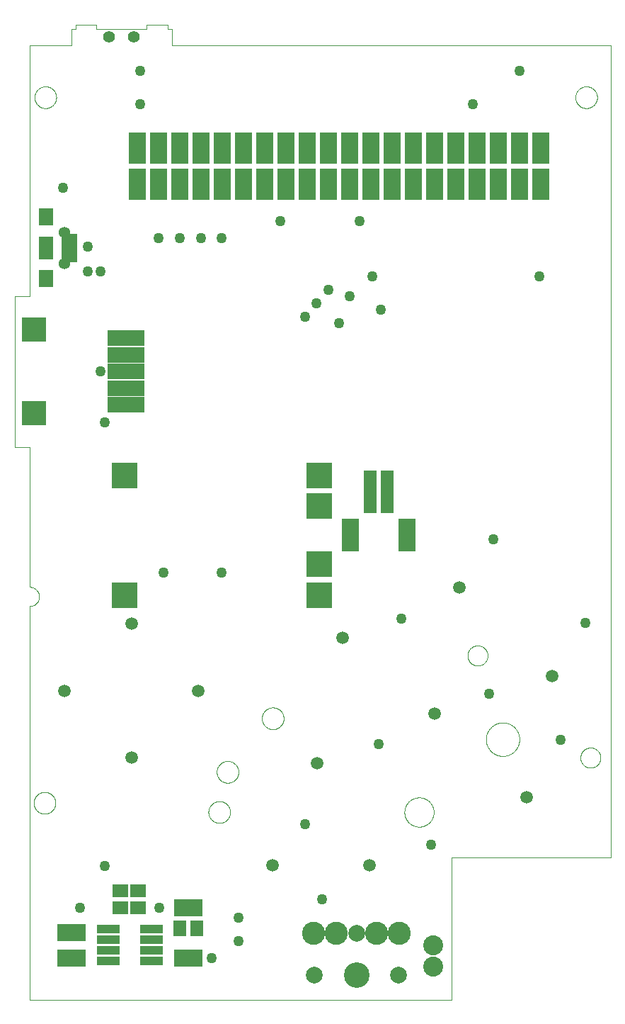
<source format=gbs>
G75*
%MOIN*%
%OFA0B0*%
%FSLAX25Y25*%
%IPPOS*%
%LPD*%
%AMOC8*
5,1,8,0,0,1.08239X$1,22.5*
%
%ADD10C,0.00000*%
%ADD11C,0.00039*%
%ADD12R,0.08000X0.15000*%
%ADD13R,0.12000X0.12000*%
%ADD14C,0.01000*%
%ADD15C,0.05937*%
%ADD16C,0.05543*%
%ADD17R,0.10661X0.04362*%
%ADD18R,0.07512X0.06331*%
%ADD19R,0.07118X0.07906*%
%ADD20R,0.17748X0.07512*%
%ADD21R,0.11449X0.11449*%
%ADD22C,0.09400*%
%ADD23R,0.05937X0.20110*%
%ADD24R,0.08299X0.15386*%
%ADD25R,0.07709X0.03575*%
%ADD26C,0.05346*%
%ADD27R,0.06693X0.07874*%
%ADD28R,0.06693X0.10630*%
%ADD29C,0.12000*%
%ADD30C,0.10858*%
%ADD31C,0.07906*%
%ADD32R,0.06331X0.07512*%
%ADD33C,0.04978*%
D10*
X0029320Y0017142D02*
X0029320Y0202181D01*
X0029453Y0202183D01*
X0029586Y0202189D01*
X0029718Y0202199D01*
X0029851Y0202212D01*
X0029982Y0202230D01*
X0030114Y0202251D01*
X0030244Y0202276D01*
X0030374Y0202305D01*
X0030503Y0202338D01*
X0030630Y0202375D01*
X0030757Y0202415D01*
X0030883Y0202459D01*
X0031007Y0202507D01*
X0031129Y0202558D01*
X0031250Y0202613D01*
X0031370Y0202672D01*
X0031487Y0202733D01*
X0031603Y0202799D01*
X0031717Y0202867D01*
X0031829Y0202939D01*
X0031938Y0203015D01*
X0032046Y0203093D01*
X0032151Y0203175D01*
X0032253Y0203259D01*
X0032353Y0203347D01*
X0032451Y0203437D01*
X0032545Y0203531D01*
X0032637Y0203627D01*
X0032726Y0203726D01*
X0032812Y0203827D01*
X0032895Y0203931D01*
X0032975Y0204037D01*
X0033052Y0204145D01*
X0033126Y0204256D01*
X0033196Y0204369D01*
X0033263Y0204483D01*
X0033327Y0204600D01*
X0033387Y0204719D01*
X0033444Y0204839D01*
X0033497Y0204961D01*
X0033546Y0205084D01*
X0033592Y0205209D01*
X0033635Y0205335D01*
X0033673Y0205462D01*
X0033708Y0205591D01*
X0033739Y0205720D01*
X0033766Y0205850D01*
X0033789Y0205981D01*
X0033809Y0206112D01*
X0033824Y0206245D01*
X0033836Y0206377D01*
X0033844Y0206510D01*
X0033848Y0206643D01*
X0033848Y0206775D01*
X0033844Y0206908D01*
X0033836Y0207041D01*
X0033824Y0207173D01*
X0033809Y0207306D01*
X0033789Y0207437D01*
X0033766Y0207568D01*
X0033739Y0207698D01*
X0033708Y0207827D01*
X0033673Y0207956D01*
X0033635Y0208083D01*
X0033592Y0208209D01*
X0033546Y0208334D01*
X0033497Y0208457D01*
X0033444Y0208579D01*
X0033387Y0208699D01*
X0033327Y0208818D01*
X0033263Y0208935D01*
X0033196Y0209049D01*
X0033126Y0209162D01*
X0033052Y0209273D01*
X0032975Y0209381D01*
X0032895Y0209487D01*
X0032812Y0209591D01*
X0032726Y0209692D01*
X0032637Y0209791D01*
X0032545Y0209887D01*
X0032451Y0209981D01*
X0032353Y0210071D01*
X0032253Y0210159D01*
X0032151Y0210243D01*
X0032046Y0210325D01*
X0031938Y0210403D01*
X0031829Y0210479D01*
X0031717Y0210551D01*
X0031603Y0210619D01*
X0031487Y0210685D01*
X0031370Y0210746D01*
X0031250Y0210805D01*
X0031129Y0210860D01*
X0031007Y0210911D01*
X0030883Y0210959D01*
X0030757Y0211003D01*
X0030630Y0211043D01*
X0030503Y0211080D01*
X0030374Y0211113D01*
X0030244Y0211142D01*
X0030114Y0211167D01*
X0029982Y0211188D01*
X0029851Y0211206D01*
X0029718Y0211219D01*
X0029586Y0211229D01*
X0029453Y0211235D01*
X0029320Y0211237D01*
X0029320Y0211236D02*
X0029320Y0276984D01*
X0022430Y0276984D01*
X0022430Y0347850D01*
X0029320Y0347850D01*
X0029320Y0465961D01*
X0049005Y0465961D01*
X0049005Y0473835D01*
X0050974Y0473835D01*
X0050974Y0475803D01*
X0060816Y0475803D01*
X0060816Y0473835D01*
X0084438Y0473835D01*
X0084438Y0475803D01*
X0094281Y0475803D01*
X0094281Y0473835D01*
X0096249Y0473835D01*
X0096249Y0465961D01*
X0302942Y0465961D01*
X0302942Y0083874D01*
X0228139Y0083874D01*
X0228139Y0017142D01*
X0029320Y0017142D01*
X0075383Y0130921D02*
X0075385Y0131009D01*
X0075391Y0131097D01*
X0075401Y0131185D01*
X0075415Y0131273D01*
X0075432Y0131359D01*
X0075454Y0131445D01*
X0075479Y0131529D01*
X0075509Y0131613D01*
X0075541Y0131695D01*
X0075578Y0131775D01*
X0075618Y0131854D01*
X0075662Y0131931D01*
X0075709Y0132006D01*
X0075759Y0132078D01*
X0075813Y0132149D01*
X0075869Y0132216D01*
X0075929Y0132282D01*
X0075991Y0132344D01*
X0076057Y0132404D01*
X0076124Y0132460D01*
X0076195Y0132514D01*
X0076267Y0132564D01*
X0076342Y0132611D01*
X0076419Y0132655D01*
X0076498Y0132695D01*
X0076578Y0132732D01*
X0076660Y0132764D01*
X0076744Y0132794D01*
X0076828Y0132819D01*
X0076914Y0132841D01*
X0077000Y0132858D01*
X0077088Y0132872D01*
X0077176Y0132882D01*
X0077264Y0132888D01*
X0077352Y0132890D01*
X0077440Y0132888D01*
X0077528Y0132882D01*
X0077616Y0132872D01*
X0077704Y0132858D01*
X0077790Y0132841D01*
X0077876Y0132819D01*
X0077960Y0132794D01*
X0078044Y0132764D01*
X0078126Y0132732D01*
X0078206Y0132695D01*
X0078285Y0132655D01*
X0078362Y0132611D01*
X0078437Y0132564D01*
X0078509Y0132514D01*
X0078580Y0132460D01*
X0078647Y0132404D01*
X0078713Y0132344D01*
X0078775Y0132282D01*
X0078835Y0132216D01*
X0078891Y0132149D01*
X0078945Y0132078D01*
X0078995Y0132006D01*
X0079042Y0131931D01*
X0079086Y0131854D01*
X0079126Y0131775D01*
X0079163Y0131695D01*
X0079195Y0131613D01*
X0079225Y0131529D01*
X0079250Y0131445D01*
X0079272Y0131359D01*
X0079289Y0131273D01*
X0079303Y0131185D01*
X0079313Y0131097D01*
X0079319Y0131009D01*
X0079321Y0130921D01*
X0079319Y0130833D01*
X0079313Y0130745D01*
X0079303Y0130657D01*
X0079289Y0130569D01*
X0079272Y0130483D01*
X0079250Y0130397D01*
X0079225Y0130313D01*
X0079195Y0130229D01*
X0079163Y0130147D01*
X0079126Y0130067D01*
X0079086Y0129988D01*
X0079042Y0129911D01*
X0078995Y0129836D01*
X0078945Y0129764D01*
X0078891Y0129693D01*
X0078835Y0129626D01*
X0078775Y0129560D01*
X0078713Y0129498D01*
X0078647Y0129438D01*
X0078580Y0129382D01*
X0078509Y0129328D01*
X0078437Y0129278D01*
X0078362Y0129231D01*
X0078285Y0129187D01*
X0078206Y0129147D01*
X0078126Y0129110D01*
X0078044Y0129078D01*
X0077960Y0129048D01*
X0077876Y0129023D01*
X0077790Y0129001D01*
X0077704Y0128984D01*
X0077616Y0128970D01*
X0077528Y0128960D01*
X0077440Y0128954D01*
X0077352Y0128952D01*
X0077264Y0128954D01*
X0077176Y0128960D01*
X0077088Y0128970D01*
X0077000Y0128984D01*
X0076914Y0129001D01*
X0076828Y0129023D01*
X0076744Y0129048D01*
X0076660Y0129078D01*
X0076578Y0129110D01*
X0076498Y0129147D01*
X0076419Y0129187D01*
X0076342Y0129231D01*
X0076267Y0129278D01*
X0076195Y0129328D01*
X0076124Y0129382D01*
X0076057Y0129438D01*
X0075991Y0129498D01*
X0075929Y0129560D01*
X0075869Y0129626D01*
X0075813Y0129693D01*
X0075759Y0129764D01*
X0075709Y0129836D01*
X0075662Y0129911D01*
X0075618Y0129988D01*
X0075578Y0130067D01*
X0075541Y0130147D01*
X0075509Y0130229D01*
X0075479Y0130313D01*
X0075454Y0130397D01*
X0075432Y0130483D01*
X0075415Y0130569D01*
X0075401Y0130657D01*
X0075391Y0130745D01*
X0075385Y0130833D01*
X0075383Y0130921D01*
X0043887Y0162417D02*
X0043889Y0162505D01*
X0043895Y0162593D01*
X0043905Y0162681D01*
X0043919Y0162769D01*
X0043936Y0162855D01*
X0043958Y0162941D01*
X0043983Y0163025D01*
X0044013Y0163109D01*
X0044045Y0163191D01*
X0044082Y0163271D01*
X0044122Y0163350D01*
X0044166Y0163427D01*
X0044213Y0163502D01*
X0044263Y0163574D01*
X0044317Y0163645D01*
X0044373Y0163712D01*
X0044433Y0163778D01*
X0044495Y0163840D01*
X0044561Y0163900D01*
X0044628Y0163956D01*
X0044699Y0164010D01*
X0044771Y0164060D01*
X0044846Y0164107D01*
X0044923Y0164151D01*
X0045002Y0164191D01*
X0045082Y0164228D01*
X0045164Y0164260D01*
X0045248Y0164290D01*
X0045332Y0164315D01*
X0045418Y0164337D01*
X0045504Y0164354D01*
X0045592Y0164368D01*
X0045680Y0164378D01*
X0045768Y0164384D01*
X0045856Y0164386D01*
X0045944Y0164384D01*
X0046032Y0164378D01*
X0046120Y0164368D01*
X0046208Y0164354D01*
X0046294Y0164337D01*
X0046380Y0164315D01*
X0046464Y0164290D01*
X0046548Y0164260D01*
X0046630Y0164228D01*
X0046710Y0164191D01*
X0046789Y0164151D01*
X0046866Y0164107D01*
X0046941Y0164060D01*
X0047013Y0164010D01*
X0047084Y0163956D01*
X0047151Y0163900D01*
X0047217Y0163840D01*
X0047279Y0163778D01*
X0047339Y0163712D01*
X0047395Y0163645D01*
X0047449Y0163574D01*
X0047499Y0163502D01*
X0047546Y0163427D01*
X0047590Y0163350D01*
X0047630Y0163271D01*
X0047667Y0163191D01*
X0047699Y0163109D01*
X0047729Y0163025D01*
X0047754Y0162941D01*
X0047776Y0162855D01*
X0047793Y0162769D01*
X0047807Y0162681D01*
X0047817Y0162593D01*
X0047823Y0162505D01*
X0047825Y0162417D01*
X0047823Y0162329D01*
X0047817Y0162241D01*
X0047807Y0162153D01*
X0047793Y0162065D01*
X0047776Y0161979D01*
X0047754Y0161893D01*
X0047729Y0161809D01*
X0047699Y0161725D01*
X0047667Y0161643D01*
X0047630Y0161563D01*
X0047590Y0161484D01*
X0047546Y0161407D01*
X0047499Y0161332D01*
X0047449Y0161260D01*
X0047395Y0161189D01*
X0047339Y0161122D01*
X0047279Y0161056D01*
X0047217Y0160994D01*
X0047151Y0160934D01*
X0047084Y0160878D01*
X0047013Y0160824D01*
X0046941Y0160774D01*
X0046866Y0160727D01*
X0046789Y0160683D01*
X0046710Y0160643D01*
X0046630Y0160606D01*
X0046548Y0160574D01*
X0046464Y0160544D01*
X0046380Y0160519D01*
X0046294Y0160497D01*
X0046208Y0160480D01*
X0046120Y0160466D01*
X0046032Y0160456D01*
X0045944Y0160450D01*
X0045856Y0160448D01*
X0045768Y0160450D01*
X0045680Y0160456D01*
X0045592Y0160466D01*
X0045504Y0160480D01*
X0045418Y0160497D01*
X0045332Y0160519D01*
X0045248Y0160544D01*
X0045164Y0160574D01*
X0045082Y0160606D01*
X0045002Y0160643D01*
X0044923Y0160683D01*
X0044846Y0160727D01*
X0044771Y0160774D01*
X0044699Y0160824D01*
X0044628Y0160878D01*
X0044561Y0160934D01*
X0044495Y0160994D01*
X0044433Y0161056D01*
X0044373Y0161122D01*
X0044317Y0161189D01*
X0044263Y0161260D01*
X0044213Y0161332D01*
X0044166Y0161407D01*
X0044122Y0161484D01*
X0044082Y0161563D01*
X0044045Y0161643D01*
X0044013Y0161725D01*
X0043983Y0161809D01*
X0043958Y0161893D01*
X0043936Y0161979D01*
X0043919Y0162065D01*
X0043905Y0162153D01*
X0043895Y0162241D01*
X0043889Y0162329D01*
X0043887Y0162417D01*
X0075383Y0193913D02*
X0075385Y0194001D01*
X0075391Y0194089D01*
X0075401Y0194177D01*
X0075415Y0194265D01*
X0075432Y0194351D01*
X0075454Y0194437D01*
X0075479Y0194521D01*
X0075509Y0194605D01*
X0075541Y0194687D01*
X0075578Y0194767D01*
X0075618Y0194846D01*
X0075662Y0194923D01*
X0075709Y0194998D01*
X0075759Y0195070D01*
X0075813Y0195141D01*
X0075869Y0195208D01*
X0075929Y0195274D01*
X0075991Y0195336D01*
X0076057Y0195396D01*
X0076124Y0195452D01*
X0076195Y0195506D01*
X0076267Y0195556D01*
X0076342Y0195603D01*
X0076419Y0195647D01*
X0076498Y0195687D01*
X0076578Y0195724D01*
X0076660Y0195756D01*
X0076744Y0195786D01*
X0076828Y0195811D01*
X0076914Y0195833D01*
X0077000Y0195850D01*
X0077088Y0195864D01*
X0077176Y0195874D01*
X0077264Y0195880D01*
X0077352Y0195882D01*
X0077440Y0195880D01*
X0077528Y0195874D01*
X0077616Y0195864D01*
X0077704Y0195850D01*
X0077790Y0195833D01*
X0077876Y0195811D01*
X0077960Y0195786D01*
X0078044Y0195756D01*
X0078126Y0195724D01*
X0078206Y0195687D01*
X0078285Y0195647D01*
X0078362Y0195603D01*
X0078437Y0195556D01*
X0078509Y0195506D01*
X0078580Y0195452D01*
X0078647Y0195396D01*
X0078713Y0195336D01*
X0078775Y0195274D01*
X0078835Y0195208D01*
X0078891Y0195141D01*
X0078945Y0195070D01*
X0078995Y0194998D01*
X0079042Y0194923D01*
X0079086Y0194846D01*
X0079126Y0194767D01*
X0079163Y0194687D01*
X0079195Y0194605D01*
X0079225Y0194521D01*
X0079250Y0194437D01*
X0079272Y0194351D01*
X0079289Y0194265D01*
X0079303Y0194177D01*
X0079313Y0194089D01*
X0079319Y0194001D01*
X0079321Y0193913D01*
X0079319Y0193825D01*
X0079313Y0193737D01*
X0079303Y0193649D01*
X0079289Y0193561D01*
X0079272Y0193475D01*
X0079250Y0193389D01*
X0079225Y0193305D01*
X0079195Y0193221D01*
X0079163Y0193139D01*
X0079126Y0193059D01*
X0079086Y0192980D01*
X0079042Y0192903D01*
X0078995Y0192828D01*
X0078945Y0192756D01*
X0078891Y0192685D01*
X0078835Y0192618D01*
X0078775Y0192552D01*
X0078713Y0192490D01*
X0078647Y0192430D01*
X0078580Y0192374D01*
X0078509Y0192320D01*
X0078437Y0192270D01*
X0078362Y0192223D01*
X0078285Y0192179D01*
X0078206Y0192139D01*
X0078126Y0192102D01*
X0078044Y0192070D01*
X0077960Y0192040D01*
X0077876Y0192015D01*
X0077790Y0191993D01*
X0077704Y0191976D01*
X0077616Y0191962D01*
X0077528Y0191952D01*
X0077440Y0191946D01*
X0077352Y0191944D01*
X0077264Y0191946D01*
X0077176Y0191952D01*
X0077088Y0191962D01*
X0077000Y0191976D01*
X0076914Y0191993D01*
X0076828Y0192015D01*
X0076744Y0192040D01*
X0076660Y0192070D01*
X0076578Y0192102D01*
X0076498Y0192139D01*
X0076419Y0192179D01*
X0076342Y0192223D01*
X0076267Y0192270D01*
X0076195Y0192320D01*
X0076124Y0192374D01*
X0076057Y0192430D01*
X0075991Y0192490D01*
X0075929Y0192552D01*
X0075869Y0192618D01*
X0075813Y0192685D01*
X0075759Y0192756D01*
X0075709Y0192828D01*
X0075662Y0192903D01*
X0075618Y0192980D01*
X0075578Y0193059D01*
X0075541Y0193139D01*
X0075509Y0193221D01*
X0075479Y0193305D01*
X0075454Y0193389D01*
X0075432Y0193475D01*
X0075415Y0193561D01*
X0075401Y0193649D01*
X0075391Y0193737D01*
X0075385Y0193825D01*
X0075383Y0193913D01*
X0106879Y0162417D02*
X0106881Y0162505D01*
X0106887Y0162593D01*
X0106897Y0162681D01*
X0106911Y0162769D01*
X0106928Y0162855D01*
X0106950Y0162941D01*
X0106975Y0163025D01*
X0107005Y0163109D01*
X0107037Y0163191D01*
X0107074Y0163271D01*
X0107114Y0163350D01*
X0107158Y0163427D01*
X0107205Y0163502D01*
X0107255Y0163574D01*
X0107309Y0163645D01*
X0107365Y0163712D01*
X0107425Y0163778D01*
X0107487Y0163840D01*
X0107553Y0163900D01*
X0107620Y0163956D01*
X0107691Y0164010D01*
X0107763Y0164060D01*
X0107838Y0164107D01*
X0107915Y0164151D01*
X0107994Y0164191D01*
X0108074Y0164228D01*
X0108156Y0164260D01*
X0108240Y0164290D01*
X0108324Y0164315D01*
X0108410Y0164337D01*
X0108496Y0164354D01*
X0108584Y0164368D01*
X0108672Y0164378D01*
X0108760Y0164384D01*
X0108848Y0164386D01*
X0108936Y0164384D01*
X0109024Y0164378D01*
X0109112Y0164368D01*
X0109200Y0164354D01*
X0109286Y0164337D01*
X0109372Y0164315D01*
X0109456Y0164290D01*
X0109540Y0164260D01*
X0109622Y0164228D01*
X0109702Y0164191D01*
X0109781Y0164151D01*
X0109858Y0164107D01*
X0109933Y0164060D01*
X0110005Y0164010D01*
X0110076Y0163956D01*
X0110143Y0163900D01*
X0110209Y0163840D01*
X0110271Y0163778D01*
X0110331Y0163712D01*
X0110387Y0163645D01*
X0110441Y0163574D01*
X0110491Y0163502D01*
X0110538Y0163427D01*
X0110582Y0163350D01*
X0110622Y0163271D01*
X0110659Y0163191D01*
X0110691Y0163109D01*
X0110721Y0163025D01*
X0110746Y0162941D01*
X0110768Y0162855D01*
X0110785Y0162769D01*
X0110799Y0162681D01*
X0110809Y0162593D01*
X0110815Y0162505D01*
X0110817Y0162417D01*
X0110815Y0162329D01*
X0110809Y0162241D01*
X0110799Y0162153D01*
X0110785Y0162065D01*
X0110768Y0161979D01*
X0110746Y0161893D01*
X0110721Y0161809D01*
X0110691Y0161725D01*
X0110659Y0161643D01*
X0110622Y0161563D01*
X0110582Y0161484D01*
X0110538Y0161407D01*
X0110491Y0161332D01*
X0110441Y0161260D01*
X0110387Y0161189D01*
X0110331Y0161122D01*
X0110271Y0161056D01*
X0110209Y0160994D01*
X0110143Y0160934D01*
X0110076Y0160878D01*
X0110005Y0160824D01*
X0109933Y0160774D01*
X0109858Y0160727D01*
X0109781Y0160683D01*
X0109702Y0160643D01*
X0109622Y0160606D01*
X0109540Y0160574D01*
X0109456Y0160544D01*
X0109372Y0160519D01*
X0109286Y0160497D01*
X0109200Y0160480D01*
X0109112Y0160466D01*
X0109024Y0160456D01*
X0108936Y0160450D01*
X0108848Y0160448D01*
X0108760Y0160450D01*
X0108672Y0160456D01*
X0108584Y0160466D01*
X0108496Y0160480D01*
X0108410Y0160497D01*
X0108324Y0160519D01*
X0108240Y0160544D01*
X0108156Y0160574D01*
X0108074Y0160606D01*
X0107994Y0160643D01*
X0107915Y0160683D01*
X0107838Y0160727D01*
X0107763Y0160774D01*
X0107691Y0160824D01*
X0107620Y0160878D01*
X0107553Y0160934D01*
X0107487Y0160994D01*
X0107425Y0161056D01*
X0107365Y0161122D01*
X0107309Y0161189D01*
X0107255Y0161260D01*
X0107205Y0161332D01*
X0107158Y0161407D01*
X0107114Y0161484D01*
X0107074Y0161563D01*
X0107037Y0161643D01*
X0107005Y0161725D01*
X0106975Y0161809D01*
X0106950Y0161893D01*
X0106928Y0161979D01*
X0106911Y0162065D01*
X0106897Y0162153D01*
X0106887Y0162241D01*
X0106881Y0162329D01*
X0106879Y0162417D01*
X0141741Y0080173D02*
X0141743Y0080261D01*
X0141749Y0080349D01*
X0141759Y0080437D01*
X0141773Y0080525D01*
X0141790Y0080611D01*
X0141812Y0080697D01*
X0141837Y0080781D01*
X0141867Y0080865D01*
X0141899Y0080947D01*
X0141936Y0081027D01*
X0141976Y0081106D01*
X0142020Y0081183D01*
X0142067Y0081258D01*
X0142117Y0081330D01*
X0142171Y0081401D01*
X0142227Y0081468D01*
X0142287Y0081534D01*
X0142349Y0081596D01*
X0142415Y0081656D01*
X0142482Y0081712D01*
X0142553Y0081766D01*
X0142625Y0081816D01*
X0142700Y0081863D01*
X0142777Y0081907D01*
X0142856Y0081947D01*
X0142936Y0081984D01*
X0143018Y0082016D01*
X0143102Y0082046D01*
X0143186Y0082071D01*
X0143272Y0082093D01*
X0143358Y0082110D01*
X0143446Y0082124D01*
X0143534Y0082134D01*
X0143622Y0082140D01*
X0143710Y0082142D01*
X0143798Y0082140D01*
X0143886Y0082134D01*
X0143974Y0082124D01*
X0144062Y0082110D01*
X0144148Y0082093D01*
X0144234Y0082071D01*
X0144318Y0082046D01*
X0144402Y0082016D01*
X0144484Y0081984D01*
X0144564Y0081947D01*
X0144643Y0081907D01*
X0144720Y0081863D01*
X0144795Y0081816D01*
X0144867Y0081766D01*
X0144938Y0081712D01*
X0145005Y0081656D01*
X0145071Y0081596D01*
X0145133Y0081534D01*
X0145193Y0081468D01*
X0145249Y0081401D01*
X0145303Y0081330D01*
X0145353Y0081258D01*
X0145400Y0081183D01*
X0145444Y0081106D01*
X0145484Y0081027D01*
X0145521Y0080947D01*
X0145553Y0080865D01*
X0145583Y0080781D01*
X0145608Y0080697D01*
X0145630Y0080611D01*
X0145647Y0080525D01*
X0145661Y0080437D01*
X0145671Y0080349D01*
X0145677Y0080261D01*
X0145679Y0080173D01*
X0145677Y0080085D01*
X0145671Y0079997D01*
X0145661Y0079909D01*
X0145647Y0079821D01*
X0145630Y0079735D01*
X0145608Y0079649D01*
X0145583Y0079565D01*
X0145553Y0079481D01*
X0145521Y0079399D01*
X0145484Y0079319D01*
X0145444Y0079240D01*
X0145400Y0079163D01*
X0145353Y0079088D01*
X0145303Y0079016D01*
X0145249Y0078945D01*
X0145193Y0078878D01*
X0145133Y0078812D01*
X0145071Y0078750D01*
X0145005Y0078690D01*
X0144938Y0078634D01*
X0144867Y0078580D01*
X0144795Y0078530D01*
X0144720Y0078483D01*
X0144643Y0078439D01*
X0144564Y0078399D01*
X0144484Y0078362D01*
X0144402Y0078330D01*
X0144318Y0078300D01*
X0144234Y0078275D01*
X0144148Y0078253D01*
X0144062Y0078236D01*
X0143974Y0078222D01*
X0143886Y0078212D01*
X0143798Y0078206D01*
X0143710Y0078204D01*
X0143622Y0078206D01*
X0143534Y0078212D01*
X0143446Y0078222D01*
X0143358Y0078236D01*
X0143272Y0078253D01*
X0143186Y0078275D01*
X0143102Y0078300D01*
X0143018Y0078330D01*
X0142936Y0078362D01*
X0142856Y0078399D01*
X0142777Y0078439D01*
X0142700Y0078483D01*
X0142625Y0078530D01*
X0142553Y0078580D01*
X0142482Y0078634D01*
X0142415Y0078690D01*
X0142349Y0078750D01*
X0142287Y0078812D01*
X0142227Y0078878D01*
X0142171Y0078945D01*
X0142117Y0079016D01*
X0142067Y0079088D01*
X0142020Y0079163D01*
X0141976Y0079240D01*
X0141936Y0079319D01*
X0141899Y0079399D01*
X0141867Y0079481D01*
X0141837Y0079565D01*
X0141812Y0079649D01*
X0141790Y0079735D01*
X0141773Y0079821D01*
X0141759Y0079909D01*
X0141749Y0079997D01*
X0141743Y0080085D01*
X0141741Y0080173D01*
X0162863Y0128205D02*
X0162865Y0128293D01*
X0162871Y0128381D01*
X0162881Y0128469D01*
X0162895Y0128557D01*
X0162912Y0128643D01*
X0162934Y0128729D01*
X0162959Y0128813D01*
X0162989Y0128897D01*
X0163021Y0128979D01*
X0163058Y0129059D01*
X0163098Y0129138D01*
X0163142Y0129215D01*
X0163189Y0129290D01*
X0163239Y0129362D01*
X0163293Y0129433D01*
X0163349Y0129500D01*
X0163409Y0129566D01*
X0163471Y0129628D01*
X0163537Y0129688D01*
X0163604Y0129744D01*
X0163675Y0129798D01*
X0163747Y0129848D01*
X0163822Y0129895D01*
X0163899Y0129939D01*
X0163978Y0129979D01*
X0164058Y0130016D01*
X0164140Y0130048D01*
X0164224Y0130078D01*
X0164308Y0130103D01*
X0164394Y0130125D01*
X0164480Y0130142D01*
X0164568Y0130156D01*
X0164656Y0130166D01*
X0164744Y0130172D01*
X0164832Y0130174D01*
X0164920Y0130172D01*
X0165008Y0130166D01*
X0165096Y0130156D01*
X0165184Y0130142D01*
X0165270Y0130125D01*
X0165356Y0130103D01*
X0165440Y0130078D01*
X0165524Y0130048D01*
X0165606Y0130016D01*
X0165686Y0129979D01*
X0165765Y0129939D01*
X0165842Y0129895D01*
X0165917Y0129848D01*
X0165989Y0129798D01*
X0166060Y0129744D01*
X0166127Y0129688D01*
X0166193Y0129628D01*
X0166255Y0129566D01*
X0166315Y0129500D01*
X0166371Y0129433D01*
X0166425Y0129362D01*
X0166475Y0129290D01*
X0166522Y0129215D01*
X0166566Y0129138D01*
X0166606Y0129059D01*
X0166643Y0128979D01*
X0166675Y0128897D01*
X0166705Y0128813D01*
X0166730Y0128729D01*
X0166752Y0128643D01*
X0166769Y0128557D01*
X0166783Y0128469D01*
X0166793Y0128381D01*
X0166799Y0128293D01*
X0166801Y0128205D01*
X0166799Y0128117D01*
X0166793Y0128029D01*
X0166783Y0127941D01*
X0166769Y0127853D01*
X0166752Y0127767D01*
X0166730Y0127681D01*
X0166705Y0127597D01*
X0166675Y0127513D01*
X0166643Y0127431D01*
X0166606Y0127351D01*
X0166566Y0127272D01*
X0166522Y0127195D01*
X0166475Y0127120D01*
X0166425Y0127048D01*
X0166371Y0126977D01*
X0166315Y0126910D01*
X0166255Y0126844D01*
X0166193Y0126782D01*
X0166127Y0126722D01*
X0166060Y0126666D01*
X0165989Y0126612D01*
X0165917Y0126562D01*
X0165842Y0126515D01*
X0165765Y0126471D01*
X0165686Y0126431D01*
X0165606Y0126394D01*
X0165524Y0126362D01*
X0165440Y0126332D01*
X0165356Y0126307D01*
X0165270Y0126285D01*
X0165184Y0126268D01*
X0165096Y0126254D01*
X0165008Y0126244D01*
X0164920Y0126238D01*
X0164832Y0126236D01*
X0164744Y0126238D01*
X0164656Y0126244D01*
X0164568Y0126254D01*
X0164480Y0126268D01*
X0164394Y0126285D01*
X0164308Y0126307D01*
X0164224Y0126332D01*
X0164140Y0126362D01*
X0164058Y0126394D01*
X0163978Y0126431D01*
X0163899Y0126471D01*
X0163822Y0126515D01*
X0163747Y0126562D01*
X0163675Y0126612D01*
X0163604Y0126666D01*
X0163537Y0126722D01*
X0163471Y0126782D01*
X0163409Y0126844D01*
X0163349Y0126910D01*
X0163293Y0126977D01*
X0163239Y0127048D01*
X0163189Y0127120D01*
X0163142Y0127195D01*
X0163098Y0127272D01*
X0163058Y0127351D01*
X0163021Y0127431D01*
X0162989Y0127513D01*
X0162959Y0127597D01*
X0162934Y0127681D01*
X0162912Y0127767D01*
X0162895Y0127853D01*
X0162881Y0127941D01*
X0162871Y0128029D01*
X0162865Y0128117D01*
X0162863Y0128205D01*
X0187410Y0080173D02*
X0187412Y0080261D01*
X0187418Y0080349D01*
X0187428Y0080437D01*
X0187442Y0080525D01*
X0187459Y0080611D01*
X0187481Y0080697D01*
X0187506Y0080781D01*
X0187536Y0080865D01*
X0187568Y0080947D01*
X0187605Y0081027D01*
X0187645Y0081106D01*
X0187689Y0081183D01*
X0187736Y0081258D01*
X0187786Y0081330D01*
X0187840Y0081401D01*
X0187896Y0081468D01*
X0187956Y0081534D01*
X0188018Y0081596D01*
X0188084Y0081656D01*
X0188151Y0081712D01*
X0188222Y0081766D01*
X0188294Y0081816D01*
X0188369Y0081863D01*
X0188446Y0081907D01*
X0188525Y0081947D01*
X0188605Y0081984D01*
X0188687Y0082016D01*
X0188771Y0082046D01*
X0188855Y0082071D01*
X0188941Y0082093D01*
X0189027Y0082110D01*
X0189115Y0082124D01*
X0189203Y0082134D01*
X0189291Y0082140D01*
X0189379Y0082142D01*
X0189467Y0082140D01*
X0189555Y0082134D01*
X0189643Y0082124D01*
X0189731Y0082110D01*
X0189817Y0082093D01*
X0189903Y0082071D01*
X0189987Y0082046D01*
X0190071Y0082016D01*
X0190153Y0081984D01*
X0190233Y0081947D01*
X0190312Y0081907D01*
X0190389Y0081863D01*
X0190464Y0081816D01*
X0190536Y0081766D01*
X0190607Y0081712D01*
X0190674Y0081656D01*
X0190740Y0081596D01*
X0190802Y0081534D01*
X0190862Y0081468D01*
X0190918Y0081401D01*
X0190972Y0081330D01*
X0191022Y0081258D01*
X0191069Y0081183D01*
X0191113Y0081106D01*
X0191153Y0081027D01*
X0191190Y0080947D01*
X0191222Y0080865D01*
X0191252Y0080781D01*
X0191277Y0080697D01*
X0191299Y0080611D01*
X0191316Y0080525D01*
X0191330Y0080437D01*
X0191340Y0080349D01*
X0191346Y0080261D01*
X0191348Y0080173D01*
X0191346Y0080085D01*
X0191340Y0079997D01*
X0191330Y0079909D01*
X0191316Y0079821D01*
X0191299Y0079735D01*
X0191277Y0079649D01*
X0191252Y0079565D01*
X0191222Y0079481D01*
X0191190Y0079399D01*
X0191153Y0079319D01*
X0191113Y0079240D01*
X0191069Y0079163D01*
X0191022Y0079088D01*
X0190972Y0079016D01*
X0190918Y0078945D01*
X0190862Y0078878D01*
X0190802Y0078812D01*
X0190740Y0078750D01*
X0190674Y0078690D01*
X0190607Y0078634D01*
X0190536Y0078580D01*
X0190464Y0078530D01*
X0190389Y0078483D01*
X0190312Y0078439D01*
X0190233Y0078399D01*
X0190153Y0078362D01*
X0190071Y0078330D01*
X0189987Y0078300D01*
X0189903Y0078275D01*
X0189817Y0078253D01*
X0189731Y0078236D01*
X0189643Y0078222D01*
X0189555Y0078212D01*
X0189467Y0078206D01*
X0189379Y0078204D01*
X0189291Y0078206D01*
X0189203Y0078212D01*
X0189115Y0078222D01*
X0189027Y0078236D01*
X0188941Y0078253D01*
X0188855Y0078275D01*
X0188771Y0078300D01*
X0188687Y0078330D01*
X0188605Y0078362D01*
X0188525Y0078399D01*
X0188446Y0078439D01*
X0188369Y0078483D01*
X0188294Y0078530D01*
X0188222Y0078580D01*
X0188151Y0078634D01*
X0188084Y0078690D01*
X0188018Y0078750D01*
X0187956Y0078812D01*
X0187896Y0078878D01*
X0187840Y0078945D01*
X0187786Y0079016D01*
X0187736Y0079088D01*
X0187689Y0079163D01*
X0187645Y0079240D01*
X0187605Y0079319D01*
X0187568Y0079399D01*
X0187536Y0079481D01*
X0187506Y0079565D01*
X0187481Y0079649D01*
X0187459Y0079735D01*
X0187442Y0079821D01*
X0187428Y0079909D01*
X0187418Y0079997D01*
X0187412Y0080085D01*
X0187410Y0080173D01*
X0180304Y0048441D02*
X0180306Y0048549D01*
X0180312Y0048658D01*
X0180322Y0048766D01*
X0180336Y0048873D01*
X0180354Y0048980D01*
X0180375Y0049087D01*
X0180401Y0049192D01*
X0180431Y0049297D01*
X0180464Y0049400D01*
X0180501Y0049502D01*
X0180542Y0049602D01*
X0180586Y0049701D01*
X0180635Y0049799D01*
X0180686Y0049894D01*
X0180741Y0049987D01*
X0180800Y0050079D01*
X0180862Y0050168D01*
X0180927Y0050255D01*
X0180995Y0050339D01*
X0181066Y0050421D01*
X0181140Y0050500D01*
X0181217Y0050576D01*
X0181297Y0050650D01*
X0181380Y0050720D01*
X0181465Y0050788D01*
X0181552Y0050852D01*
X0181642Y0050913D01*
X0181734Y0050971D01*
X0181828Y0051025D01*
X0181924Y0051076D01*
X0182021Y0051123D01*
X0182121Y0051167D01*
X0182222Y0051207D01*
X0182324Y0051243D01*
X0182427Y0051275D01*
X0182532Y0051304D01*
X0182638Y0051328D01*
X0182744Y0051349D01*
X0182851Y0051366D01*
X0182959Y0051379D01*
X0183067Y0051388D01*
X0183176Y0051393D01*
X0183284Y0051394D01*
X0183393Y0051391D01*
X0183501Y0051384D01*
X0183609Y0051373D01*
X0183716Y0051358D01*
X0183823Y0051339D01*
X0183929Y0051316D01*
X0184034Y0051290D01*
X0184139Y0051259D01*
X0184241Y0051225D01*
X0184343Y0051187D01*
X0184443Y0051145D01*
X0184542Y0051100D01*
X0184639Y0051051D01*
X0184733Y0050998D01*
X0184826Y0050942D01*
X0184917Y0050883D01*
X0185006Y0050820D01*
X0185092Y0050755D01*
X0185176Y0050686D01*
X0185257Y0050614D01*
X0185335Y0050539D01*
X0185411Y0050461D01*
X0185484Y0050380D01*
X0185554Y0050297D01*
X0185620Y0050212D01*
X0185684Y0050124D01*
X0185744Y0050033D01*
X0185801Y0049941D01*
X0185854Y0049846D01*
X0185904Y0049750D01*
X0185950Y0049652D01*
X0185993Y0049552D01*
X0186032Y0049451D01*
X0186067Y0049348D01*
X0186099Y0049245D01*
X0186126Y0049140D01*
X0186150Y0049034D01*
X0186170Y0048927D01*
X0186186Y0048820D01*
X0186198Y0048712D01*
X0186206Y0048604D01*
X0186210Y0048495D01*
X0186210Y0048387D01*
X0186206Y0048278D01*
X0186198Y0048170D01*
X0186186Y0048062D01*
X0186170Y0047955D01*
X0186150Y0047848D01*
X0186126Y0047742D01*
X0186099Y0047637D01*
X0186067Y0047534D01*
X0186032Y0047431D01*
X0185993Y0047330D01*
X0185950Y0047230D01*
X0185904Y0047132D01*
X0185854Y0047036D01*
X0185801Y0046941D01*
X0185744Y0046849D01*
X0185684Y0046758D01*
X0185620Y0046670D01*
X0185554Y0046585D01*
X0185484Y0046502D01*
X0185411Y0046421D01*
X0185335Y0046343D01*
X0185257Y0046268D01*
X0185176Y0046196D01*
X0185092Y0046127D01*
X0185006Y0046062D01*
X0184917Y0045999D01*
X0184826Y0045940D01*
X0184734Y0045884D01*
X0184639Y0045831D01*
X0184542Y0045782D01*
X0184443Y0045737D01*
X0184343Y0045695D01*
X0184241Y0045657D01*
X0184139Y0045623D01*
X0184034Y0045592D01*
X0183929Y0045566D01*
X0183823Y0045543D01*
X0183716Y0045524D01*
X0183609Y0045509D01*
X0183501Y0045498D01*
X0183393Y0045491D01*
X0183284Y0045488D01*
X0183176Y0045489D01*
X0183067Y0045494D01*
X0182959Y0045503D01*
X0182851Y0045516D01*
X0182744Y0045533D01*
X0182638Y0045554D01*
X0182532Y0045578D01*
X0182427Y0045607D01*
X0182324Y0045639D01*
X0182222Y0045675D01*
X0182121Y0045715D01*
X0182021Y0045759D01*
X0181924Y0045806D01*
X0181828Y0045857D01*
X0181734Y0045911D01*
X0181642Y0045969D01*
X0181552Y0046030D01*
X0181465Y0046094D01*
X0181380Y0046162D01*
X0181297Y0046232D01*
X0181217Y0046306D01*
X0181140Y0046382D01*
X0181066Y0046461D01*
X0180995Y0046543D01*
X0180927Y0046627D01*
X0180862Y0046714D01*
X0180800Y0046803D01*
X0180741Y0046895D01*
X0180686Y0046988D01*
X0180635Y0047083D01*
X0180586Y0047181D01*
X0180542Y0047280D01*
X0180501Y0047380D01*
X0180464Y0047482D01*
X0180431Y0047585D01*
X0180401Y0047690D01*
X0180375Y0047795D01*
X0180354Y0047902D01*
X0180336Y0048009D01*
X0180322Y0048116D01*
X0180312Y0048224D01*
X0180306Y0048333D01*
X0180304Y0048441D01*
X0160619Y0028756D02*
X0160621Y0028864D01*
X0160627Y0028973D01*
X0160637Y0029081D01*
X0160651Y0029188D01*
X0160669Y0029295D01*
X0160690Y0029402D01*
X0160716Y0029507D01*
X0160746Y0029612D01*
X0160779Y0029715D01*
X0160816Y0029817D01*
X0160857Y0029917D01*
X0160901Y0030016D01*
X0160950Y0030114D01*
X0161001Y0030209D01*
X0161056Y0030302D01*
X0161115Y0030394D01*
X0161177Y0030483D01*
X0161242Y0030570D01*
X0161310Y0030654D01*
X0161381Y0030736D01*
X0161455Y0030815D01*
X0161532Y0030891D01*
X0161612Y0030965D01*
X0161695Y0031035D01*
X0161780Y0031103D01*
X0161867Y0031167D01*
X0161957Y0031228D01*
X0162049Y0031286D01*
X0162143Y0031340D01*
X0162239Y0031391D01*
X0162336Y0031438D01*
X0162436Y0031482D01*
X0162537Y0031522D01*
X0162639Y0031558D01*
X0162742Y0031590D01*
X0162847Y0031619D01*
X0162953Y0031643D01*
X0163059Y0031664D01*
X0163166Y0031681D01*
X0163274Y0031694D01*
X0163382Y0031703D01*
X0163491Y0031708D01*
X0163599Y0031709D01*
X0163708Y0031706D01*
X0163816Y0031699D01*
X0163924Y0031688D01*
X0164031Y0031673D01*
X0164138Y0031654D01*
X0164244Y0031631D01*
X0164349Y0031605D01*
X0164454Y0031574D01*
X0164556Y0031540D01*
X0164658Y0031502D01*
X0164758Y0031460D01*
X0164857Y0031415D01*
X0164954Y0031366D01*
X0165048Y0031313D01*
X0165141Y0031257D01*
X0165232Y0031198D01*
X0165321Y0031135D01*
X0165407Y0031070D01*
X0165491Y0031001D01*
X0165572Y0030929D01*
X0165650Y0030854D01*
X0165726Y0030776D01*
X0165799Y0030695D01*
X0165869Y0030612D01*
X0165935Y0030527D01*
X0165999Y0030439D01*
X0166059Y0030348D01*
X0166116Y0030256D01*
X0166169Y0030161D01*
X0166219Y0030065D01*
X0166265Y0029967D01*
X0166308Y0029867D01*
X0166347Y0029766D01*
X0166382Y0029663D01*
X0166414Y0029560D01*
X0166441Y0029455D01*
X0166465Y0029349D01*
X0166485Y0029242D01*
X0166501Y0029135D01*
X0166513Y0029027D01*
X0166521Y0028919D01*
X0166525Y0028810D01*
X0166525Y0028702D01*
X0166521Y0028593D01*
X0166513Y0028485D01*
X0166501Y0028377D01*
X0166485Y0028270D01*
X0166465Y0028163D01*
X0166441Y0028057D01*
X0166414Y0027952D01*
X0166382Y0027849D01*
X0166347Y0027746D01*
X0166308Y0027645D01*
X0166265Y0027545D01*
X0166219Y0027447D01*
X0166169Y0027351D01*
X0166116Y0027256D01*
X0166059Y0027164D01*
X0165999Y0027073D01*
X0165935Y0026985D01*
X0165869Y0026900D01*
X0165799Y0026817D01*
X0165726Y0026736D01*
X0165650Y0026658D01*
X0165572Y0026583D01*
X0165491Y0026511D01*
X0165407Y0026442D01*
X0165321Y0026377D01*
X0165232Y0026314D01*
X0165141Y0026255D01*
X0165049Y0026199D01*
X0164954Y0026146D01*
X0164857Y0026097D01*
X0164758Y0026052D01*
X0164658Y0026010D01*
X0164556Y0025972D01*
X0164454Y0025938D01*
X0164349Y0025907D01*
X0164244Y0025881D01*
X0164138Y0025858D01*
X0164031Y0025839D01*
X0163924Y0025824D01*
X0163816Y0025813D01*
X0163708Y0025806D01*
X0163599Y0025803D01*
X0163491Y0025804D01*
X0163382Y0025809D01*
X0163274Y0025818D01*
X0163166Y0025831D01*
X0163059Y0025848D01*
X0162953Y0025869D01*
X0162847Y0025893D01*
X0162742Y0025922D01*
X0162639Y0025954D01*
X0162537Y0025990D01*
X0162436Y0026030D01*
X0162336Y0026074D01*
X0162239Y0026121D01*
X0162143Y0026172D01*
X0162049Y0026226D01*
X0161957Y0026284D01*
X0161867Y0026345D01*
X0161780Y0026409D01*
X0161695Y0026477D01*
X0161612Y0026547D01*
X0161532Y0026621D01*
X0161455Y0026697D01*
X0161381Y0026776D01*
X0161310Y0026858D01*
X0161242Y0026942D01*
X0161177Y0027029D01*
X0161115Y0027118D01*
X0161056Y0027210D01*
X0161001Y0027303D01*
X0160950Y0027398D01*
X0160901Y0027496D01*
X0160857Y0027595D01*
X0160816Y0027695D01*
X0160779Y0027797D01*
X0160746Y0027900D01*
X0160716Y0028005D01*
X0160690Y0028110D01*
X0160669Y0028217D01*
X0160651Y0028324D01*
X0160637Y0028431D01*
X0160627Y0028539D01*
X0160621Y0028648D01*
X0160619Y0028756D01*
X0199989Y0028756D02*
X0199991Y0028864D01*
X0199997Y0028973D01*
X0200007Y0029081D01*
X0200021Y0029188D01*
X0200039Y0029295D01*
X0200060Y0029402D01*
X0200086Y0029507D01*
X0200116Y0029612D01*
X0200149Y0029715D01*
X0200186Y0029817D01*
X0200227Y0029917D01*
X0200271Y0030016D01*
X0200320Y0030114D01*
X0200371Y0030209D01*
X0200426Y0030302D01*
X0200485Y0030394D01*
X0200547Y0030483D01*
X0200612Y0030570D01*
X0200680Y0030654D01*
X0200751Y0030736D01*
X0200825Y0030815D01*
X0200902Y0030891D01*
X0200982Y0030965D01*
X0201065Y0031035D01*
X0201150Y0031103D01*
X0201237Y0031167D01*
X0201327Y0031228D01*
X0201419Y0031286D01*
X0201513Y0031340D01*
X0201609Y0031391D01*
X0201706Y0031438D01*
X0201806Y0031482D01*
X0201907Y0031522D01*
X0202009Y0031558D01*
X0202112Y0031590D01*
X0202217Y0031619D01*
X0202323Y0031643D01*
X0202429Y0031664D01*
X0202536Y0031681D01*
X0202644Y0031694D01*
X0202752Y0031703D01*
X0202861Y0031708D01*
X0202969Y0031709D01*
X0203078Y0031706D01*
X0203186Y0031699D01*
X0203294Y0031688D01*
X0203401Y0031673D01*
X0203508Y0031654D01*
X0203614Y0031631D01*
X0203719Y0031605D01*
X0203824Y0031574D01*
X0203926Y0031540D01*
X0204028Y0031502D01*
X0204128Y0031460D01*
X0204227Y0031415D01*
X0204324Y0031366D01*
X0204418Y0031313D01*
X0204511Y0031257D01*
X0204602Y0031198D01*
X0204691Y0031135D01*
X0204777Y0031070D01*
X0204861Y0031001D01*
X0204942Y0030929D01*
X0205020Y0030854D01*
X0205096Y0030776D01*
X0205169Y0030695D01*
X0205239Y0030612D01*
X0205305Y0030527D01*
X0205369Y0030439D01*
X0205429Y0030348D01*
X0205486Y0030256D01*
X0205539Y0030161D01*
X0205589Y0030065D01*
X0205635Y0029967D01*
X0205678Y0029867D01*
X0205717Y0029766D01*
X0205752Y0029663D01*
X0205784Y0029560D01*
X0205811Y0029455D01*
X0205835Y0029349D01*
X0205855Y0029242D01*
X0205871Y0029135D01*
X0205883Y0029027D01*
X0205891Y0028919D01*
X0205895Y0028810D01*
X0205895Y0028702D01*
X0205891Y0028593D01*
X0205883Y0028485D01*
X0205871Y0028377D01*
X0205855Y0028270D01*
X0205835Y0028163D01*
X0205811Y0028057D01*
X0205784Y0027952D01*
X0205752Y0027849D01*
X0205717Y0027746D01*
X0205678Y0027645D01*
X0205635Y0027545D01*
X0205589Y0027447D01*
X0205539Y0027351D01*
X0205486Y0027256D01*
X0205429Y0027164D01*
X0205369Y0027073D01*
X0205305Y0026985D01*
X0205239Y0026900D01*
X0205169Y0026817D01*
X0205096Y0026736D01*
X0205020Y0026658D01*
X0204942Y0026583D01*
X0204861Y0026511D01*
X0204777Y0026442D01*
X0204691Y0026377D01*
X0204602Y0026314D01*
X0204511Y0026255D01*
X0204419Y0026199D01*
X0204324Y0026146D01*
X0204227Y0026097D01*
X0204128Y0026052D01*
X0204028Y0026010D01*
X0203926Y0025972D01*
X0203824Y0025938D01*
X0203719Y0025907D01*
X0203614Y0025881D01*
X0203508Y0025858D01*
X0203401Y0025839D01*
X0203294Y0025824D01*
X0203186Y0025813D01*
X0203078Y0025806D01*
X0202969Y0025803D01*
X0202861Y0025804D01*
X0202752Y0025809D01*
X0202644Y0025818D01*
X0202536Y0025831D01*
X0202429Y0025848D01*
X0202323Y0025869D01*
X0202217Y0025893D01*
X0202112Y0025922D01*
X0202009Y0025954D01*
X0201907Y0025990D01*
X0201806Y0026030D01*
X0201706Y0026074D01*
X0201609Y0026121D01*
X0201513Y0026172D01*
X0201419Y0026226D01*
X0201327Y0026284D01*
X0201237Y0026345D01*
X0201150Y0026409D01*
X0201065Y0026477D01*
X0200982Y0026547D01*
X0200902Y0026621D01*
X0200825Y0026697D01*
X0200751Y0026776D01*
X0200680Y0026858D01*
X0200612Y0026942D01*
X0200547Y0027029D01*
X0200485Y0027118D01*
X0200426Y0027210D01*
X0200371Y0027303D01*
X0200320Y0027398D01*
X0200271Y0027496D01*
X0200227Y0027595D01*
X0200186Y0027695D01*
X0200149Y0027797D01*
X0200116Y0027900D01*
X0200086Y0028005D01*
X0200060Y0028110D01*
X0200039Y0028217D01*
X0200021Y0028324D01*
X0200007Y0028431D01*
X0199997Y0028539D01*
X0199991Y0028648D01*
X0199989Y0028756D01*
X0261288Y0112457D02*
X0261290Y0112545D01*
X0261296Y0112633D01*
X0261306Y0112721D01*
X0261320Y0112809D01*
X0261337Y0112895D01*
X0261359Y0112981D01*
X0261384Y0113065D01*
X0261414Y0113149D01*
X0261446Y0113231D01*
X0261483Y0113311D01*
X0261523Y0113390D01*
X0261567Y0113467D01*
X0261614Y0113542D01*
X0261664Y0113614D01*
X0261718Y0113685D01*
X0261774Y0113752D01*
X0261834Y0113818D01*
X0261896Y0113880D01*
X0261962Y0113940D01*
X0262029Y0113996D01*
X0262100Y0114050D01*
X0262172Y0114100D01*
X0262247Y0114147D01*
X0262324Y0114191D01*
X0262403Y0114231D01*
X0262483Y0114268D01*
X0262565Y0114300D01*
X0262649Y0114330D01*
X0262733Y0114355D01*
X0262819Y0114377D01*
X0262905Y0114394D01*
X0262993Y0114408D01*
X0263081Y0114418D01*
X0263169Y0114424D01*
X0263257Y0114426D01*
X0263345Y0114424D01*
X0263433Y0114418D01*
X0263521Y0114408D01*
X0263609Y0114394D01*
X0263695Y0114377D01*
X0263781Y0114355D01*
X0263865Y0114330D01*
X0263949Y0114300D01*
X0264031Y0114268D01*
X0264111Y0114231D01*
X0264190Y0114191D01*
X0264267Y0114147D01*
X0264342Y0114100D01*
X0264414Y0114050D01*
X0264485Y0113996D01*
X0264552Y0113940D01*
X0264618Y0113880D01*
X0264680Y0113818D01*
X0264740Y0113752D01*
X0264796Y0113685D01*
X0264850Y0113614D01*
X0264900Y0113542D01*
X0264947Y0113467D01*
X0264991Y0113390D01*
X0265031Y0113311D01*
X0265068Y0113231D01*
X0265100Y0113149D01*
X0265130Y0113065D01*
X0265155Y0112981D01*
X0265177Y0112895D01*
X0265194Y0112809D01*
X0265208Y0112721D01*
X0265218Y0112633D01*
X0265224Y0112545D01*
X0265226Y0112457D01*
X0265224Y0112369D01*
X0265218Y0112281D01*
X0265208Y0112193D01*
X0265194Y0112105D01*
X0265177Y0112019D01*
X0265155Y0111933D01*
X0265130Y0111849D01*
X0265100Y0111765D01*
X0265068Y0111683D01*
X0265031Y0111603D01*
X0264991Y0111524D01*
X0264947Y0111447D01*
X0264900Y0111372D01*
X0264850Y0111300D01*
X0264796Y0111229D01*
X0264740Y0111162D01*
X0264680Y0111096D01*
X0264618Y0111034D01*
X0264552Y0110974D01*
X0264485Y0110918D01*
X0264414Y0110864D01*
X0264342Y0110814D01*
X0264267Y0110767D01*
X0264190Y0110723D01*
X0264111Y0110683D01*
X0264031Y0110646D01*
X0263949Y0110614D01*
X0263865Y0110584D01*
X0263781Y0110559D01*
X0263695Y0110537D01*
X0263609Y0110520D01*
X0263521Y0110506D01*
X0263433Y0110496D01*
X0263345Y0110490D01*
X0263257Y0110488D01*
X0263169Y0110490D01*
X0263081Y0110496D01*
X0262993Y0110506D01*
X0262905Y0110520D01*
X0262819Y0110537D01*
X0262733Y0110559D01*
X0262649Y0110584D01*
X0262565Y0110614D01*
X0262483Y0110646D01*
X0262403Y0110683D01*
X0262324Y0110723D01*
X0262247Y0110767D01*
X0262172Y0110814D01*
X0262100Y0110864D01*
X0262029Y0110918D01*
X0261962Y0110974D01*
X0261896Y0111034D01*
X0261834Y0111096D01*
X0261774Y0111162D01*
X0261718Y0111229D01*
X0261664Y0111300D01*
X0261614Y0111372D01*
X0261567Y0111447D01*
X0261523Y0111524D01*
X0261483Y0111603D01*
X0261446Y0111683D01*
X0261414Y0111765D01*
X0261384Y0111849D01*
X0261359Y0111933D01*
X0261337Y0112019D01*
X0261320Y0112105D01*
X0261306Y0112193D01*
X0261296Y0112281D01*
X0261290Y0112369D01*
X0261288Y0112457D01*
X0273296Y0169504D02*
X0273298Y0169592D01*
X0273304Y0169680D01*
X0273314Y0169768D01*
X0273328Y0169856D01*
X0273345Y0169942D01*
X0273367Y0170028D01*
X0273392Y0170112D01*
X0273422Y0170196D01*
X0273454Y0170278D01*
X0273491Y0170358D01*
X0273531Y0170437D01*
X0273575Y0170514D01*
X0273622Y0170589D01*
X0273672Y0170661D01*
X0273726Y0170732D01*
X0273782Y0170799D01*
X0273842Y0170865D01*
X0273904Y0170927D01*
X0273970Y0170987D01*
X0274037Y0171043D01*
X0274108Y0171097D01*
X0274180Y0171147D01*
X0274255Y0171194D01*
X0274332Y0171238D01*
X0274411Y0171278D01*
X0274491Y0171315D01*
X0274573Y0171347D01*
X0274657Y0171377D01*
X0274741Y0171402D01*
X0274827Y0171424D01*
X0274913Y0171441D01*
X0275001Y0171455D01*
X0275089Y0171465D01*
X0275177Y0171471D01*
X0275265Y0171473D01*
X0275353Y0171471D01*
X0275441Y0171465D01*
X0275529Y0171455D01*
X0275617Y0171441D01*
X0275703Y0171424D01*
X0275789Y0171402D01*
X0275873Y0171377D01*
X0275957Y0171347D01*
X0276039Y0171315D01*
X0276119Y0171278D01*
X0276198Y0171238D01*
X0276275Y0171194D01*
X0276350Y0171147D01*
X0276422Y0171097D01*
X0276493Y0171043D01*
X0276560Y0170987D01*
X0276626Y0170927D01*
X0276688Y0170865D01*
X0276748Y0170799D01*
X0276804Y0170732D01*
X0276858Y0170661D01*
X0276908Y0170589D01*
X0276955Y0170514D01*
X0276999Y0170437D01*
X0277039Y0170358D01*
X0277076Y0170278D01*
X0277108Y0170196D01*
X0277138Y0170112D01*
X0277163Y0170028D01*
X0277185Y0169942D01*
X0277202Y0169856D01*
X0277216Y0169768D01*
X0277226Y0169680D01*
X0277232Y0169592D01*
X0277234Y0169504D01*
X0277232Y0169416D01*
X0277226Y0169328D01*
X0277216Y0169240D01*
X0277202Y0169152D01*
X0277185Y0169066D01*
X0277163Y0168980D01*
X0277138Y0168896D01*
X0277108Y0168812D01*
X0277076Y0168730D01*
X0277039Y0168650D01*
X0276999Y0168571D01*
X0276955Y0168494D01*
X0276908Y0168419D01*
X0276858Y0168347D01*
X0276804Y0168276D01*
X0276748Y0168209D01*
X0276688Y0168143D01*
X0276626Y0168081D01*
X0276560Y0168021D01*
X0276493Y0167965D01*
X0276422Y0167911D01*
X0276350Y0167861D01*
X0276275Y0167814D01*
X0276198Y0167770D01*
X0276119Y0167730D01*
X0276039Y0167693D01*
X0275957Y0167661D01*
X0275873Y0167631D01*
X0275789Y0167606D01*
X0275703Y0167584D01*
X0275617Y0167567D01*
X0275529Y0167553D01*
X0275441Y0167543D01*
X0275353Y0167537D01*
X0275265Y0167535D01*
X0275177Y0167537D01*
X0275089Y0167543D01*
X0275001Y0167553D01*
X0274913Y0167567D01*
X0274827Y0167584D01*
X0274741Y0167606D01*
X0274657Y0167631D01*
X0274573Y0167661D01*
X0274491Y0167693D01*
X0274411Y0167730D01*
X0274332Y0167770D01*
X0274255Y0167814D01*
X0274180Y0167861D01*
X0274108Y0167911D01*
X0274037Y0167965D01*
X0273970Y0168021D01*
X0273904Y0168081D01*
X0273842Y0168143D01*
X0273782Y0168209D01*
X0273726Y0168276D01*
X0273672Y0168347D01*
X0273622Y0168419D01*
X0273575Y0168494D01*
X0273531Y0168571D01*
X0273491Y0168650D01*
X0273454Y0168730D01*
X0273422Y0168812D01*
X0273392Y0168896D01*
X0273367Y0168980D01*
X0273345Y0169066D01*
X0273328Y0169152D01*
X0273314Y0169240D01*
X0273304Y0169328D01*
X0273298Y0169416D01*
X0273296Y0169504D01*
X0229792Y0210882D02*
X0229794Y0210970D01*
X0229800Y0211058D01*
X0229810Y0211146D01*
X0229824Y0211234D01*
X0229841Y0211320D01*
X0229863Y0211406D01*
X0229888Y0211490D01*
X0229918Y0211574D01*
X0229950Y0211656D01*
X0229987Y0211736D01*
X0230027Y0211815D01*
X0230071Y0211892D01*
X0230118Y0211967D01*
X0230168Y0212039D01*
X0230222Y0212110D01*
X0230278Y0212177D01*
X0230338Y0212243D01*
X0230400Y0212305D01*
X0230466Y0212365D01*
X0230533Y0212421D01*
X0230604Y0212475D01*
X0230676Y0212525D01*
X0230751Y0212572D01*
X0230828Y0212616D01*
X0230907Y0212656D01*
X0230987Y0212693D01*
X0231069Y0212725D01*
X0231153Y0212755D01*
X0231237Y0212780D01*
X0231323Y0212802D01*
X0231409Y0212819D01*
X0231497Y0212833D01*
X0231585Y0212843D01*
X0231673Y0212849D01*
X0231761Y0212851D01*
X0231849Y0212849D01*
X0231937Y0212843D01*
X0232025Y0212833D01*
X0232113Y0212819D01*
X0232199Y0212802D01*
X0232285Y0212780D01*
X0232369Y0212755D01*
X0232453Y0212725D01*
X0232535Y0212693D01*
X0232615Y0212656D01*
X0232694Y0212616D01*
X0232771Y0212572D01*
X0232846Y0212525D01*
X0232918Y0212475D01*
X0232989Y0212421D01*
X0233056Y0212365D01*
X0233122Y0212305D01*
X0233184Y0212243D01*
X0233244Y0212177D01*
X0233300Y0212110D01*
X0233354Y0212039D01*
X0233404Y0211967D01*
X0233451Y0211892D01*
X0233495Y0211815D01*
X0233535Y0211736D01*
X0233572Y0211656D01*
X0233604Y0211574D01*
X0233634Y0211490D01*
X0233659Y0211406D01*
X0233681Y0211320D01*
X0233698Y0211234D01*
X0233712Y0211146D01*
X0233722Y0211058D01*
X0233728Y0210970D01*
X0233730Y0210882D01*
X0233728Y0210794D01*
X0233722Y0210706D01*
X0233712Y0210618D01*
X0233698Y0210530D01*
X0233681Y0210444D01*
X0233659Y0210358D01*
X0233634Y0210274D01*
X0233604Y0210190D01*
X0233572Y0210108D01*
X0233535Y0210028D01*
X0233495Y0209949D01*
X0233451Y0209872D01*
X0233404Y0209797D01*
X0233354Y0209725D01*
X0233300Y0209654D01*
X0233244Y0209587D01*
X0233184Y0209521D01*
X0233122Y0209459D01*
X0233056Y0209399D01*
X0232989Y0209343D01*
X0232918Y0209289D01*
X0232846Y0209239D01*
X0232771Y0209192D01*
X0232694Y0209148D01*
X0232615Y0209108D01*
X0232535Y0209071D01*
X0232453Y0209039D01*
X0232369Y0209009D01*
X0232285Y0208984D01*
X0232199Y0208962D01*
X0232113Y0208945D01*
X0232025Y0208931D01*
X0231937Y0208921D01*
X0231849Y0208915D01*
X0231761Y0208913D01*
X0231673Y0208915D01*
X0231585Y0208921D01*
X0231497Y0208931D01*
X0231409Y0208945D01*
X0231323Y0208962D01*
X0231237Y0208984D01*
X0231153Y0209009D01*
X0231069Y0209039D01*
X0230987Y0209071D01*
X0230907Y0209108D01*
X0230828Y0209148D01*
X0230751Y0209192D01*
X0230676Y0209239D01*
X0230604Y0209289D01*
X0230533Y0209343D01*
X0230466Y0209399D01*
X0230400Y0209459D01*
X0230338Y0209521D01*
X0230278Y0209587D01*
X0230222Y0209654D01*
X0230168Y0209725D01*
X0230118Y0209797D01*
X0230071Y0209872D01*
X0230027Y0209949D01*
X0229987Y0210028D01*
X0229950Y0210108D01*
X0229918Y0210190D01*
X0229888Y0210274D01*
X0229863Y0210358D01*
X0229841Y0210444D01*
X0229824Y0210530D01*
X0229810Y0210618D01*
X0229800Y0210706D01*
X0229794Y0210794D01*
X0229792Y0210882D01*
X0217981Y0151827D02*
X0217983Y0151915D01*
X0217989Y0152003D01*
X0217999Y0152091D01*
X0218013Y0152179D01*
X0218030Y0152265D01*
X0218052Y0152351D01*
X0218077Y0152435D01*
X0218107Y0152519D01*
X0218139Y0152601D01*
X0218176Y0152681D01*
X0218216Y0152760D01*
X0218260Y0152837D01*
X0218307Y0152912D01*
X0218357Y0152984D01*
X0218411Y0153055D01*
X0218467Y0153122D01*
X0218527Y0153188D01*
X0218589Y0153250D01*
X0218655Y0153310D01*
X0218722Y0153366D01*
X0218793Y0153420D01*
X0218865Y0153470D01*
X0218940Y0153517D01*
X0219017Y0153561D01*
X0219096Y0153601D01*
X0219176Y0153638D01*
X0219258Y0153670D01*
X0219342Y0153700D01*
X0219426Y0153725D01*
X0219512Y0153747D01*
X0219598Y0153764D01*
X0219686Y0153778D01*
X0219774Y0153788D01*
X0219862Y0153794D01*
X0219950Y0153796D01*
X0220038Y0153794D01*
X0220126Y0153788D01*
X0220214Y0153778D01*
X0220302Y0153764D01*
X0220388Y0153747D01*
X0220474Y0153725D01*
X0220558Y0153700D01*
X0220642Y0153670D01*
X0220724Y0153638D01*
X0220804Y0153601D01*
X0220883Y0153561D01*
X0220960Y0153517D01*
X0221035Y0153470D01*
X0221107Y0153420D01*
X0221178Y0153366D01*
X0221245Y0153310D01*
X0221311Y0153250D01*
X0221373Y0153188D01*
X0221433Y0153122D01*
X0221489Y0153055D01*
X0221543Y0152984D01*
X0221593Y0152912D01*
X0221640Y0152837D01*
X0221684Y0152760D01*
X0221724Y0152681D01*
X0221761Y0152601D01*
X0221793Y0152519D01*
X0221823Y0152435D01*
X0221848Y0152351D01*
X0221870Y0152265D01*
X0221887Y0152179D01*
X0221901Y0152091D01*
X0221911Y0152003D01*
X0221917Y0151915D01*
X0221919Y0151827D01*
X0221917Y0151739D01*
X0221911Y0151651D01*
X0221901Y0151563D01*
X0221887Y0151475D01*
X0221870Y0151389D01*
X0221848Y0151303D01*
X0221823Y0151219D01*
X0221793Y0151135D01*
X0221761Y0151053D01*
X0221724Y0150973D01*
X0221684Y0150894D01*
X0221640Y0150817D01*
X0221593Y0150742D01*
X0221543Y0150670D01*
X0221489Y0150599D01*
X0221433Y0150532D01*
X0221373Y0150466D01*
X0221311Y0150404D01*
X0221245Y0150344D01*
X0221178Y0150288D01*
X0221107Y0150234D01*
X0221035Y0150184D01*
X0220960Y0150137D01*
X0220883Y0150093D01*
X0220804Y0150053D01*
X0220724Y0150016D01*
X0220642Y0149984D01*
X0220558Y0149954D01*
X0220474Y0149929D01*
X0220388Y0149907D01*
X0220302Y0149890D01*
X0220214Y0149876D01*
X0220126Y0149866D01*
X0220038Y0149860D01*
X0219950Y0149858D01*
X0219862Y0149860D01*
X0219774Y0149866D01*
X0219686Y0149876D01*
X0219598Y0149890D01*
X0219512Y0149907D01*
X0219426Y0149929D01*
X0219342Y0149954D01*
X0219258Y0149984D01*
X0219176Y0150016D01*
X0219096Y0150053D01*
X0219017Y0150093D01*
X0218940Y0150137D01*
X0218865Y0150184D01*
X0218793Y0150234D01*
X0218722Y0150288D01*
X0218655Y0150344D01*
X0218589Y0150404D01*
X0218527Y0150466D01*
X0218467Y0150532D01*
X0218411Y0150599D01*
X0218357Y0150670D01*
X0218307Y0150742D01*
X0218260Y0150817D01*
X0218216Y0150894D01*
X0218176Y0150973D01*
X0218139Y0151053D01*
X0218107Y0151135D01*
X0218077Y0151219D01*
X0218052Y0151303D01*
X0218030Y0151389D01*
X0218013Y0151475D01*
X0217999Y0151563D01*
X0217989Y0151651D01*
X0217983Y0151739D01*
X0217981Y0151827D01*
X0174674Y0187260D02*
X0174676Y0187348D01*
X0174682Y0187436D01*
X0174692Y0187524D01*
X0174706Y0187612D01*
X0174723Y0187698D01*
X0174745Y0187784D01*
X0174770Y0187868D01*
X0174800Y0187952D01*
X0174832Y0188034D01*
X0174869Y0188114D01*
X0174909Y0188193D01*
X0174953Y0188270D01*
X0175000Y0188345D01*
X0175050Y0188417D01*
X0175104Y0188488D01*
X0175160Y0188555D01*
X0175220Y0188621D01*
X0175282Y0188683D01*
X0175348Y0188743D01*
X0175415Y0188799D01*
X0175486Y0188853D01*
X0175558Y0188903D01*
X0175633Y0188950D01*
X0175710Y0188994D01*
X0175789Y0189034D01*
X0175869Y0189071D01*
X0175951Y0189103D01*
X0176035Y0189133D01*
X0176119Y0189158D01*
X0176205Y0189180D01*
X0176291Y0189197D01*
X0176379Y0189211D01*
X0176467Y0189221D01*
X0176555Y0189227D01*
X0176643Y0189229D01*
X0176731Y0189227D01*
X0176819Y0189221D01*
X0176907Y0189211D01*
X0176995Y0189197D01*
X0177081Y0189180D01*
X0177167Y0189158D01*
X0177251Y0189133D01*
X0177335Y0189103D01*
X0177417Y0189071D01*
X0177497Y0189034D01*
X0177576Y0188994D01*
X0177653Y0188950D01*
X0177728Y0188903D01*
X0177800Y0188853D01*
X0177871Y0188799D01*
X0177938Y0188743D01*
X0178004Y0188683D01*
X0178066Y0188621D01*
X0178126Y0188555D01*
X0178182Y0188488D01*
X0178236Y0188417D01*
X0178286Y0188345D01*
X0178333Y0188270D01*
X0178377Y0188193D01*
X0178417Y0188114D01*
X0178454Y0188034D01*
X0178486Y0187952D01*
X0178516Y0187868D01*
X0178541Y0187784D01*
X0178563Y0187698D01*
X0178580Y0187612D01*
X0178594Y0187524D01*
X0178604Y0187436D01*
X0178610Y0187348D01*
X0178612Y0187260D01*
X0178610Y0187172D01*
X0178604Y0187084D01*
X0178594Y0186996D01*
X0178580Y0186908D01*
X0178563Y0186822D01*
X0178541Y0186736D01*
X0178516Y0186652D01*
X0178486Y0186568D01*
X0178454Y0186486D01*
X0178417Y0186406D01*
X0178377Y0186327D01*
X0178333Y0186250D01*
X0178286Y0186175D01*
X0178236Y0186103D01*
X0178182Y0186032D01*
X0178126Y0185965D01*
X0178066Y0185899D01*
X0178004Y0185837D01*
X0177938Y0185777D01*
X0177871Y0185721D01*
X0177800Y0185667D01*
X0177728Y0185617D01*
X0177653Y0185570D01*
X0177576Y0185526D01*
X0177497Y0185486D01*
X0177417Y0185449D01*
X0177335Y0185417D01*
X0177251Y0185387D01*
X0177167Y0185362D01*
X0177081Y0185340D01*
X0176995Y0185323D01*
X0176907Y0185309D01*
X0176819Y0185299D01*
X0176731Y0185293D01*
X0176643Y0185291D01*
X0176555Y0185293D01*
X0176467Y0185299D01*
X0176379Y0185309D01*
X0176291Y0185323D01*
X0176205Y0185340D01*
X0176119Y0185362D01*
X0176035Y0185387D01*
X0175951Y0185417D01*
X0175869Y0185449D01*
X0175789Y0185486D01*
X0175710Y0185526D01*
X0175633Y0185570D01*
X0175558Y0185617D01*
X0175486Y0185667D01*
X0175415Y0185721D01*
X0175348Y0185777D01*
X0175282Y0185837D01*
X0175220Y0185899D01*
X0175160Y0185965D01*
X0175104Y0186032D01*
X0175050Y0186103D01*
X0175000Y0186175D01*
X0174953Y0186250D01*
X0174909Y0186327D01*
X0174869Y0186406D01*
X0174832Y0186486D01*
X0174800Y0186568D01*
X0174770Y0186652D01*
X0174745Y0186736D01*
X0174723Y0186822D01*
X0174706Y0186908D01*
X0174692Y0186996D01*
X0174682Y0187084D01*
X0174676Y0187172D01*
X0174674Y0187260D01*
X0044183Y0363205D02*
X0044185Y0363286D01*
X0044191Y0363368D01*
X0044201Y0363449D01*
X0044215Y0363529D01*
X0044232Y0363608D01*
X0044254Y0363687D01*
X0044279Y0363764D01*
X0044308Y0363841D01*
X0044341Y0363915D01*
X0044378Y0363988D01*
X0044417Y0364059D01*
X0044461Y0364128D01*
X0044507Y0364195D01*
X0044557Y0364259D01*
X0044610Y0364321D01*
X0044666Y0364381D01*
X0044724Y0364437D01*
X0044786Y0364491D01*
X0044850Y0364542D01*
X0044916Y0364589D01*
X0044984Y0364633D01*
X0045055Y0364674D01*
X0045127Y0364711D01*
X0045202Y0364745D01*
X0045277Y0364775D01*
X0045355Y0364801D01*
X0045433Y0364824D01*
X0045512Y0364842D01*
X0045592Y0364857D01*
X0045673Y0364868D01*
X0045754Y0364875D01*
X0045836Y0364878D01*
X0045917Y0364877D01*
X0045998Y0364872D01*
X0046079Y0364863D01*
X0046160Y0364850D01*
X0046240Y0364833D01*
X0046318Y0364813D01*
X0046396Y0364788D01*
X0046473Y0364760D01*
X0046548Y0364728D01*
X0046621Y0364693D01*
X0046692Y0364654D01*
X0046762Y0364611D01*
X0046829Y0364566D01*
X0046895Y0364517D01*
X0046957Y0364465D01*
X0047017Y0364409D01*
X0047074Y0364351D01*
X0047129Y0364291D01*
X0047180Y0364227D01*
X0047228Y0364162D01*
X0047273Y0364094D01*
X0047315Y0364024D01*
X0047353Y0363952D01*
X0047388Y0363878D01*
X0047419Y0363803D01*
X0047446Y0363726D01*
X0047469Y0363648D01*
X0047489Y0363569D01*
X0047505Y0363489D01*
X0047517Y0363408D01*
X0047525Y0363327D01*
X0047529Y0363246D01*
X0047529Y0363164D01*
X0047525Y0363083D01*
X0047517Y0363002D01*
X0047505Y0362921D01*
X0047489Y0362841D01*
X0047469Y0362762D01*
X0047446Y0362684D01*
X0047419Y0362607D01*
X0047388Y0362532D01*
X0047353Y0362458D01*
X0047315Y0362386D01*
X0047273Y0362316D01*
X0047228Y0362248D01*
X0047180Y0362183D01*
X0047129Y0362119D01*
X0047074Y0362059D01*
X0047017Y0362001D01*
X0046957Y0361945D01*
X0046895Y0361893D01*
X0046829Y0361844D01*
X0046762Y0361799D01*
X0046693Y0361756D01*
X0046621Y0361717D01*
X0046548Y0361682D01*
X0046473Y0361650D01*
X0046396Y0361622D01*
X0046318Y0361597D01*
X0046240Y0361577D01*
X0046160Y0361560D01*
X0046079Y0361547D01*
X0045998Y0361538D01*
X0045917Y0361533D01*
X0045836Y0361532D01*
X0045754Y0361535D01*
X0045673Y0361542D01*
X0045592Y0361553D01*
X0045512Y0361568D01*
X0045433Y0361586D01*
X0045355Y0361609D01*
X0045277Y0361635D01*
X0045202Y0361665D01*
X0045127Y0361699D01*
X0045055Y0361736D01*
X0044984Y0361777D01*
X0044916Y0361821D01*
X0044850Y0361868D01*
X0044786Y0361919D01*
X0044724Y0361973D01*
X0044666Y0362029D01*
X0044610Y0362089D01*
X0044557Y0362151D01*
X0044507Y0362215D01*
X0044461Y0362282D01*
X0044417Y0362351D01*
X0044378Y0362422D01*
X0044341Y0362495D01*
X0044308Y0362569D01*
X0044279Y0362646D01*
X0044254Y0362723D01*
X0044232Y0362802D01*
X0044215Y0362881D01*
X0044201Y0362961D01*
X0044191Y0363042D01*
X0044185Y0363124D01*
X0044183Y0363205D01*
X0044183Y0378165D02*
X0044185Y0378246D01*
X0044191Y0378328D01*
X0044201Y0378409D01*
X0044215Y0378489D01*
X0044232Y0378568D01*
X0044254Y0378647D01*
X0044279Y0378724D01*
X0044308Y0378801D01*
X0044341Y0378875D01*
X0044378Y0378948D01*
X0044417Y0379019D01*
X0044461Y0379088D01*
X0044507Y0379155D01*
X0044557Y0379219D01*
X0044610Y0379281D01*
X0044666Y0379341D01*
X0044724Y0379397D01*
X0044786Y0379451D01*
X0044850Y0379502D01*
X0044916Y0379549D01*
X0044984Y0379593D01*
X0045055Y0379634D01*
X0045127Y0379671D01*
X0045202Y0379705D01*
X0045277Y0379735D01*
X0045355Y0379761D01*
X0045433Y0379784D01*
X0045512Y0379802D01*
X0045592Y0379817D01*
X0045673Y0379828D01*
X0045754Y0379835D01*
X0045836Y0379838D01*
X0045917Y0379837D01*
X0045998Y0379832D01*
X0046079Y0379823D01*
X0046160Y0379810D01*
X0046240Y0379793D01*
X0046318Y0379773D01*
X0046396Y0379748D01*
X0046473Y0379720D01*
X0046548Y0379688D01*
X0046621Y0379653D01*
X0046692Y0379614D01*
X0046762Y0379571D01*
X0046829Y0379526D01*
X0046895Y0379477D01*
X0046957Y0379425D01*
X0047017Y0379369D01*
X0047074Y0379311D01*
X0047129Y0379251D01*
X0047180Y0379187D01*
X0047228Y0379122D01*
X0047273Y0379054D01*
X0047315Y0378984D01*
X0047353Y0378912D01*
X0047388Y0378838D01*
X0047419Y0378763D01*
X0047446Y0378686D01*
X0047469Y0378608D01*
X0047489Y0378529D01*
X0047505Y0378449D01*
X0047517Y0378368D01*
X0047525Y0378287D01*
X0047529Y0378206D01*
X0047529Y0378124D01*
X0047525Y0378043D01*
X0047517Y0377962D01*
X0047505Y0377881D01*
X0047489Y0377801D01*
X0047469Y0377722D01*
X0047446Y0377644D01*
X0047419Y0377567D01*
X0047388Y0377492D01*
X0047353Y0377418D01*
X0047315Y0377346D01*
X0047273Y0377276D01*
X0047228Y0377208D01*
X0047180Y0377143D01*
X0047129Y0377079D01*
X0047074Y0377019D01*
X0047017Y0376961D01*
X0046957Y0376905D01*
X0046895Y0376853D01*
X0046829Y0376804D01*
X0046762Y0376759D01*
X0046693Y0376716D01*
X0046621Y0376677D01*
X0046548Y0376642D01*
X0046473Y0376610D01*
X0046396Y0376582D01*
X0046318Y0376557D01*
X0046240Y0376537D01*
X0046160Y0376520D01*
X0046079Y0376507D01*
X0045998Y0376498D01*
X0045917Y0376493D01*
X0045836Y0376492D01*
X0045754Y0376495D01*
X0045673Y0376502D01*
X0045592Y0376513D01*
X0045512Y0376528D01*
X0045433Y0376546D01*
X0045355Y0376569D01*
X0045277Y0376595D01*
X0045202Y0376625D01*
X0045127Y0376659D01*
X0045055Y0376696D01*
X0044984Y0376737D01*
X0044916Y0376781D01*
X0044850Y0376828D01*
X0044786Y0376879D01*
X0044724Y0376933D01*
X0044666Y0376989D01*
X0044610Y0377049D01*
X0044557Y0377111D01*
X0044507Y0377175D01*
X0044461Y0377242D01*
X0044417Y0377311D01*
X0044378Y0377382D01*
X0044341Y0377455D01*
X0044308Y0377529D01*
X0044279Y0377606D01*
X0044254Y0377683D01*
X0044232Y0377762D01*
X0044215Y0377841D01*
X0044201Y0377921D01*
X0044191Y0378002D01*
X0044185Y0378084D01*
X0044183Y0378165D01*
X0064950Y0469898D02*
X0064952Y0469982D01*
X0064958Y0470065D01*
X0064968Y0470148D01*
X0064982Y0470231D01*
X0064999Y0470313D01*
X0065021Y0470394D01*
X0065046Y0470473D01*
X0065075Y0470552D01*
X0065108Y0470629D01*
X0065144Y0470704D01*
X0065184Y0470778D01*
X0065227Y0470850D01*
X0065274Y0470919D01*
X0065324Y0470986D01*
X0065377Y0471051D01*
X0065433Y0471113D01*
X0065491Y0471173D01*
X0065553Y0471230D01*
X0065617Y0471283D01*
X0065684Y0471334D01*
X0065753Y0471381D01*
X0065824Y0471426D01*
X0065897Y0471466D01*
X0065972Y0471503D01*
X0066049Y0471537D01*
X0066127Y0471567D01*
X0066206Y0471593D01*
X0066287Y0471616D01*
X0066369Y0471634D01*
X0066451Y0471649D01*
X0066534Y0471660D01*
X0066617Y0471667D01*
X0066701Y0471670D01*
X0066785Y0471669D01*
X0066868Y0471664D01*
X0066952Y0471655D01*
X0067034Y0471642D01*
X0067116Y0471626D01*
X0067197Y0471605D01*
X0067278Y0471581D01*
X0067356Y0471553D01*
X0067434Y0471521D01*
X0067510Y0471485D01*
X0067584Y0471446D01*
X0067656Y0471404D01*
X0067726Y0471358D01*
X0067794Y0471309D01*
X0067859Y0471257D01*
X0067922Y0471202D01*
X0067982Y0471144D01*
X0068040Y0471083D01*
X0068094Y0471019D01*
X0068146Y0470953D01*
X0068194Y0470885D01*
X0068239Y0470814D01*
X0068280Y0470741D01*
X0068319Y0470667D01*
X0068353Y0470591D01*
X0068384Y0470513D01*
X0068411Y0470434D01*
X0068435Y0470353D01*
X0068454Y0470272D01*
X0068470Y0470190D01*
X0068482Y0470107D01*
X0068490Y0470023D01*
X0068494Y0469940D01*
X0068494Y0469856D01*
X0068490Y0469773D01*
X0068482Y0469689D01*
X0068470Y0469606D01*
X0068454Y0469524D01*
X0068435Y0469443D01*
X0068411Y0469362D01*
X0068384Y0469283D01*
X0068353Y0469205D01*
X0068319Y0469129D01*
X0068280Y0469055D01*
X0068239Y0468982D01*
X0068194Y0468911D01*
X0068146Y0468843D01*
X0068094Y0468777D01*
X0068040Y0468713D01*
X0067982Y0468652D01*
X0067922Y0468594D01*
X0067859Y0468539D01*
X0067794Y0468487D01*
X0067726Y0468438D01*
X0067656Y0468392D01*
X0067584Y0468350D01*
X0067510Y0468311D01*
X0067434Y0468275D01*
X0067356Y0468243D01*
X0067278Y0468215D01*
X0067197Y0468191D01*
X0067116Y0468170D01*
X0067034Y0468154D01*
X0066952Y0468141D01*
X0066868Y0468132D01*
X0066785Y0468127D01*
X0066701Y0468126D01*
X0066617Y0468129D01*
X0066534Y0468136D01*
X0066451Y0468147D01*
X0066369Y0468162D01*
X0066287Y0468180D01*
X0066206Y0468203D01*
X0066127Y0468229D01*
X0066049Y0468259D01*
X0065972Y0468293D01*
X0065897Y0468330D01*
X0065824Y0468370D01*
X0065753Y0468415D01*
X0065684Y0468462D01*
X0065617Y0468513D01*
X0065553Y0468566D01*
X0065491Y0468623D01*
X0065433Y0468683D01*
X0065377Y0468745D01*
X0065324Y0468810D01*
X0065274Y0468877D01*
X0065227Y0468946D01*
X0065184Y0469018D01*
X0065144Y0469092D01*
X0065108Y0469167D01*
X0065075Y0469244D01*
X0065046Y0469323D01*
X0065021Y0469402D01*
X0064999Y0469483D01*
X0064982Y0469565D01*
X0064968Y0469648D01*
X0064958Y0469731D01*
X0064952Y0469814D01*
X0064950Y0469898D01*
X0076761Y0469898D02*
X0076763Y0469982D01*
X0076769Y0470065D01*
X0076779Y0470148D01*
X0076793Y0470231D01*
X0076810Y0470313D01*
X0076832Y0470394D01*
X0076857Y0470473D01*
X0076886Y0470552D01*
X0076919Y0470629D01*
X0076955Y0470704D01*
X0076995Y0470778D01*
X0077038Y0470850D01*
X0077085Y0470919D01*
X0077135Y0470986D01*
X0077188Y0471051D01*
X0077244Y0471113D01*
X0077302Y0471173D01*
X0077364Y0471230D01*
X0077428Y0471283D01*
X0077495Y0471334D01*
X0077564Y0471381D01*
X0077635Y0471426D01*
X0077708Y0471466D01*
X0077783Y0471503D01*
X0077860Y0471537D01*
X0077938Y0471567D01*
X0078017Y0471593D01*
X0078098Y0471616D01*
X0078180Y0471634D01*
X0078262Y0471649D01*
X0078345Y0471660D01*
X0078428Y0471667D01*
X0078512Y0471670D01*
X0078596Y0471669D01*
X0078679Y0471664D01*
X0078763Y0471655D01*
X0078845Y0471642D01*
X0078927Y0471626D01*
X0079008Y0471605D01*
X0079089Y0471581D01*
X0079167Y0471553D01*
X0079245Y0471521D01*
X0079321Y0471485D01*
X0079395Y0471446D01*
X0079467Y0471404D01*
X0079537Y0471358D01*
X0079605Y0471309D01*
X0079670Y0471257D01*
X0079733Y0471202D01*
X0079793Y0471144D01*
X0079851Y0471083D01*
X0079905Y0471019D01*
X0079957Y0470953D01*
X0080005Y0470885D01*
X0080050Y0470814D01*
X0080091Y0470741D01*
X0080130Y0470667D01*
X0080164Y0470591D01*
X0080195Y0470513D01*
X0080222Y0470434D01*
X0080246Y0470353D01*
X0080265Y0470272D01*
X0080281Y0470190D01*
X0080293Y0470107D01*
X0080301Y0470023D01*
X0080305Y0469940D01*
X0080305Y0469856D01*
X0080301Y0469773D01*
X0080293Y0469689D01*
X0080281Y0469606D01*
X0080265Y0469524D01*
X0080246Y0469443D01*
X0080222Y0469362D01*
X0080195Y0469283D01*
X0080164Y0469205D01*
X0080130Y0469129D01*
X0080091Y0469055D01*
X0080050Y0468982D01*
X0080005Y0468911D01*
X0079957Y0468843D01*
X0079905Y0468777D01*
X0079851Y0468713D01*
X0079793Y0468652D01*
X0079733Y0468594D01*
X0079670Y0468539D01*
X0079605Y0468487D01*
X0079537Y0468438D01*
X0079467Y0468392D01*
X0079395Y0468350D01*
X0079321Y0468311D01*
X0079245Y0468275D01*
X0079167Y0468243D01*
X0079089Y0468215D01*
X0079008Y0468191D01*
X0078927Y0468170D01*
X0078845Y0468154D01*
X0078763Y0468141D01*
X0078679Y0468132D01*
X0078596Y0468127D01*
X0078512Y0468126D01*
X0078428Y0468129D01*
X0078345Y0468136D01*
X0078262Y0468147D01*
X0078180Y0468162D01*
X0078098Y0468180D01*
X0078017Y0468203D01*
X0077938Y0468229D01*
X0077860Y0468259D01*
X0077783Y0468293D01*
X0077708Y0468330D01*
X0077635Y0468370D01*
X0077564Y0468415D01*
X0077495Y0468462D01*
X0077428Y0468513D01*
X0077364Y0468566D01*
X0077302Y0468623D01*
X0077244Y0468683D01*
X0077188Y0468745D01*
X0077135Y0468810D01*
X0077085Y0468877D01*
X0077038Y0468946D01*
X0076995Y0469018D01*
X0076955Y0469092D01*
X0076919Y0469167D01*
X0076886Y0469244D01*
X0076857Y0469323D01*
X0076832Y0469402D01*
X0076810Y0469483D01*
X0076793Y0469565D01*
X0076779Y0469648D01*
X0076769Y0469731D01*
X0076763Y0469814D01*
X0076761Y0469898D01*
D11*
X0031683Y0441551D02*
X0031685Y0441694D01*
X0031691Y0441837D01*
X0031701Y0441979D01*
X0031715Y0442121D01*
X0031733Y0442263D01*
X0031755Y0442405D01*
X0031780Y0442545D01*
X0031810Y0442685D01*
X0031844Y0442824D01*
X0031881Y0442962D01*
X0031923Y0443099D01*
X0031968Y0443234D01*
X0032017Y0443368D01*
X0032069Y0443501D01*
X0032125Y0443633D01*
X0032185Y0443762D01*
X0032249Y0443890D01*
X0032316Y0444017D01*
X0032387Y0444141D01*
X0032461Y0444263D01*
X0032538Y0444383D01*
X0032619Y0444501D01*
X0032703Y0444617D01*
X0032790Y0444730D01*
X0032880Y0444841D01*
X0032974Y0444949D01*
X0033070Y0445055D01*
X0033169Y0445157D01*
X0033272Y0445257D01*
X0033376Y0445354D01*
X0033484Y0445449D01*
X0033594Y0445540D01*
X0033707Y0445628D01*
X0033822Y0445712D01*
X0033939Y0445794D01*
X0034059Y0445872D01*
X0034180Y0445947D01*
X0034304Y0446019D01*
X0034430Y0446087D01*
X0034557Y0446151D01*
X0034687Y0446212D01*
X0034818Y0446269D01*
X0034950Y0446323D01*
X0035084Y0446372D01*
X0035219Y0446419D01*
X0035356Y0446461D01*
X0035494Y0446499D01*
X0035632Y0446534D01*
X0035772Y0446564D01*
X0035912Y0446591D01*
X0036053Y0446614D01*
X0036195Y0446633D01*
X0036337Y0446648D01*
X0036480Y0446659D01*
X0036622Y0446666D01*
X0036765Y0446669D01*
X0036908Y0446668D01*
X0037051Y0446663D01*
X0037194Y0446654D01*
X0037336Y0446641D01*
X0037478Y0446624D01*
X0037619Y0446603D01*
X0037760Y0446578D01*
X0037900Y0446550D01*
X0038039Y0446517D01*
X0038177Y0446480D01*
X0038314Y0446440D01*
X0038450Y0446396D01*
X0038585Y0446348D01*
X0038718Y0446296D01*
X0038850Y0446241D01*
X0038980Y0446182D01*
X0039109Y0446119D01*
X0039235Y0446053D01*
X0039360Y0445983D01*
X0039483Y0445910D01*
X0039603Y0445834D01*
X0039722Y0445754D01*
X0039838Y0445670D01*
X0039952Y0445584D01*
X0040063Y0445494D01*
X0040172Y0445402D01*
X0040278Y0445306D01*
X0040382Y0445208D01*
X0040483Y0445106D01*
X0040580Y0445002D01*
X0040675Y0444895D01*
X0040767Y0444786D01*
X0040856Y0444674D01*
X0040942Y0444559D01*
X0041024Y0444443D01*
X0041103Y0444323D01*
X0041179Y0444202D01*
X0041251Y0444079D01*
X0041320Y0443954D01*
X0041385Y0443827D01*
X0041447Y0443698D01*
X0041505Y0443567D01*
X0041560Y0443435D01*
X0041610Y0443301D01*
X0041657Y0443166D01*
X0041701Y0443030D01*
X0041740Y0442893D01*
X0041775Y0442754D01*
X0041807Y0442615D01*
X0041835Y0442475D01*
X0041859Y0442334D01*
X0041879Y0442192D01*
X0041895Y0442050D01*
X0041907Y0441908D01*
X0041915Y0441765D01*
X0041919Y0441622D01*
X0041919Y0441480D01*
X0041915Y0441337D01*
X0041907Y0441194D01*
X0041895Y0441052D01*
X0041879Y0440910D01*
X0041859Y0440768D01*
X0041835Y0440627D01*
X0041807Y0440487D01*
X0041775Y0440348D01*
X0041740Y0440209D01*
X0041701Y0440072D01*
X0041657Y0439936D01*
X0041610Y0439801D01*
X0041560Y0439667D01*
X0041505Y0439535D01*
X0041447Y0439404D01*
X0041385Y0439275D01*
X0041320Y0439148D01*
X0041251Y0439023D01*
X0041179Y0438900D01*
X0041103Y0438779D01*
X0041024Y0438659D01*
X0040942Y0438543D01*
X0040856Y0438428D01*
X0040767Y0438316D01*
X0040675Y0438207D01*
X0040580Y0438100D01*
X0040483Y0437996D01*
X0040382Y0437894D01*
X0040278Y0437796D01*
X0040172Y0437700D01*
X0040063Y0437608D01*
X0039952Y0437518D01*
X0039838Y0437432D01*
X0039722Y0437348D01*
X0039603Y0437268D01*
X0039483Y0437192D01*
X0039360Y0437119D01*
X0039235Y0437049D01*
X0039109Y0436983D01*
X0038980Y0436920D01*
X0038850Y0436861D01*
X0038718Y0436806D01*
X0038585Y0436754D01*
X0038450Y0436706D01*
X0038314Y0436662D01*
X0038177Y0436622D01*
X0038039Y0436585D01*
X0037900Y0436552D01*
X0037760Y0436524D01*
X0037619Y0436499D01*
X0037478Y0436478D01*
X0037336Y0436461D01*
X0037194Y0436448D01*
X0037051Y0436439D01*
X0036908Y0436434D01*
X0036765Y0436433D01*
X0036622Y0436436D01*
X0036480Y0436443D01*
X0036337Y0436454D01*
X0036195Y0436469D01*
X0036053Y0436488D01*
X0035912Y0436511D01*
X0035772Y0436538D01*
X0035632Y0436568D01*
X0035494Y0436603D01*
X0035356Y0436641D01*
X0035219Y0436683D01*
X0035084Y0436730D01*
X0034950Y0436779D01*
X0034818Y0436833D01*
X0034687Y0436890D01*
X0034557Y0436951D01*
X0034430Y0437015D01*
X0034304Y0437083D01*
X0034180Y0437155D01*
X0034059Y0437230D01*
X0033939Y0437308D01*
X0033822Y0437390D01*
X0033707Y0437474D01*
X0033594Y0437562D01*
X0033484Y0437653D01*
X0033376Y0437748D01*
X0033272Y0437845D01*
X0033169Y0437945D01*
X0033070Y0438047D01*
X0032974Y0438153D01*
X0032880Y0438261D01*
X0032790Y0438372D01*
X0032703Y0438485D01*
X0032619Y0438601D01*
X0032538Y0438719D01*
X0032461Y0438839D01*
X0032387Y0438961D01*
X0032316Y0439085D01*
X0032249Y0439212D01*
X0032185Y0439340D01*
X0032125Y0439469D01*
X0032069Y0439601D01*
X0032017Y0439734D01*
X0031968Y0439868D01*
X0031923Y0440003D01*
X0031881Y0440140D01*
X0031844Y0440278D01*
X0031810Y0440417D01*
X0031780Y0440557D01*
X0031755Y0440697D01*
X0031733Y0440839D01*
X0031715Y0440981D01*
X0031701Y0441123D01*
X0031691Y0441265D01*
X0031685Y0441408D01*
X0031683Y0441551D01*
X0138769Y0149425D02*
X0138771Y0149568D01*
X0138777Y0149711D01*
X0138787Y0149853D01*
X0138801Y0149995D01*
X0138819Y0150137D01*
X0138841Y0150279D01*
X0138866Y0150419D01*
X0138896Y0150559D01*
X0138930Y0150698D01*
X0138967Y0150836D01*
X0139009Y0150973D01*
X0139054Y0151108D01*
X0139103Y0151242D01*
X0139155Y0151375D01*
X0139211Y0151507D01*
X0139271Y0151636D01*
X0139335Y0151764D01*
X0139402Y0151891D01*
X0139473Y0152015D01*
X0139547Y0152137D01*
X0139624Y0152257D01*
X0139705Y0152375D01*
X0139789Y0152491D01*
X0139876Y0152604D01*
X0139966Y0152715D01*
X0140060Y0152823D01*
X0140156Y0152929D01*
X0140255Y0153031D01*
X0140358Y0153131D01*
X0140462Y0153228D01*
X0140570Y0153323D01*
X0140680Y0153414D01*
X0140793Y0153502D01*
X0140908Y0153586D01*
X0141025Y0153668D01*
X0141145Y0153746D01*
X0141266Y0153821D01*
X0141390Y0153893D01*
X0141516Y0153961D01*
X0141643Y0154025D01*
X0141773Y0154086D01*
X0141904Y0154143D01*
X0142036Y0154197D01*
X0142170Y0154246D01*
X0142305Y0154293D01*
X0142442Y0154335D01*
X0142580Y0154373D01*
X0142718Y0154408D01*
X0142858Y0154438D01*
X0142998Y0154465D01*
X0143139Y0154488D01*
X0143281Y0154507D01*
X0143423Y0154522D01*
X0143566Y0154533D01*
X0143708Y0154540D01*
X0143851Y0154543D01*
X0143994Y0154542D01*
X0144137Y0154537D01*
X0144280Y0154528D01*
X0144422Y0154515D01*
X0144564Y0154498D01*
X0144705Y0154477D01*
X0144846Y0154452D01*
X0144986Y0154424D01*
X0145125Y0154391D01*
X0145263Y0154354D01*
X0145400Y0154314D01*
X0145536Y0154270D01*
X0145671Y0154222D01*
X0145804Y0154170D01*
X0145936Y0154115D01*
X0146066Y0154056D01*
X0146195Y0153993D01*
X0146321Y0153927D01*
X0146446Y0153857D01*
X0146569Y0153784D01*
X0146689Y0153708D01*
X0146808Y0153628D01*
X0146924Y0153544D01*
X0147038Y0153458D01*
X0147149Y0153368D01*
X0147258Y0153276D01*
X0147364Y0153180D01*
X0147468Y0153082D01*
X0147569Y0152980D01*
X0147666Y0152876D01*
X0147761Y0152769D01*
X0147853Y0152660D01*
X0147942Y0152548D01*
X0148028Y0152433D01*
X0148110Y0152317D01*
X0148189Y0152197D01*
X0148265Y0152076D01*
X0148337Y0151953D01*
X0148406Y0151828D01*
X0148471Y0151701D01*
X0148533Y0151572D01*
X0148591Y0151441D01*
X0148646Y0151309D01*
X0148696Y0151175D01*
X0148743Y0151040D01*
X0148787Y0150904D01*
X0148826Y0150767D01*
X0148861Y0150628D01*
X0148893Y0150489D01*
X0148921Y0150349D01*
X0148945Y0150208D01*
X0148965Y0150066D01*
X0148981Y0149924D01*
X0148993Y0149782D01*
X0149001Y0149639D01*
X0149005Y0149496D01*
X0149005Y0149354D01*
X0149001Y0149211D01*
X0148993Y0149068D01*
X0148981Y0148926D01*
X0148965Y0148784D01*
X0148945Y0148642D01*
X0148921Y0148501D01*
X0148893Y0148361D01*
X0148861Y0148222D01*
X0148826Y0148083D01*
X0148787Y0147946D01*
X0148743Y0147810D01*
X0148696Y0147675D01*
X0148646Y0147541D01*
X0148591Y0147409D01*
X0148533Y0147278D01*
X0148471Y0147149D01*
X0148406Y0147022D01*
X0148337Y0146897D01*
X0148265Y0146774D01*
X0148189Y0146653D01*
X0148110Y0146533D01*
X0148028Y0146417D01*
X0147942Y0146302D01*
X0147853Y0146190D01*
X0147761Y0146081D01*
X0147666Y0145974D01*
X0147569Y0145870D01*
X0147468Y0145768D01*
X0147364Y0145670D01*
X0147258Y0145574D01*
X0147149Y0145482D01*
X0147038Y0145392D01*
X0146924Y0145306D01*
X0146808Y0145222D01*
X0146689Y0145142D01*
X0146569Y0145066D01*
X0146446Y0144993D01*
X0146321Y0144923D01*
X0146195Y0144857D01*
X0146066Y0144794D01*
X0145936Y0144735D01*
X0145804Y0144680D01*
X0145671Y0144628D01*
X0145536Y0144580D01*
X0145400Y0144536D01*
X0145263Y0144496D01*
X0145125Y0144459D01*
X0144986Y0144426D01*
X0144846Y0144398D01*
X0144705Y0144373D01*
X0144564Y0144352D01*
X0144422Y0144335D01*
X0144280Y0144322D01*
X0144137Y0144313D01*
X0143994Y0144308D01*
X0143851Y0144307D01*
X0143708Y0144310D01*
X0143566Y0144317D01*
X0143423Y0144328D01*
X0143281Y0144343D01*
X0143139Y0144362D01*
X0142998Y0144385D01*
X0142858Y0144412D01*
X0142718Y0144442D01*
X0142580Y0144477D01*
X0142442Y0144515D01*
X0142305Y0144557D01*
X0142170Y0144604D01*
X0142036Y0144653D01*
X0141904Y0144707D01*
X0141773Y0144764D01*
X0141643Y0144825D01*
X0141516Y0144889D01*
X0141390Y0144957D01*
X0141266Y0145029D01*
X0141145Y0145104D01*
X0141025Y0145182D01*
X0140908Y0145264D01*
X0140793Y0145348D01*
X0140680Y0145436D01*
X0140570Y0145527D01*
X0140462Y0145622D01*
X0140358Y0145719D01*
X0140255Y0145819D01*
X0140156Y0145921D01*
X0140060Y0146027D01*
X0139966Y0146135D01*
X0139876Y0146246D01*
X0139789Y0146359D01*
X0139705Y0146475D01*
X0139624Y0146593D01*
X0139547Y0146713D01*
X0139473Y0146835D01*
X0139402Y0146959D01*
X0139335Y0147086D01*
X0139271Y0147214D01*
X0139211Y0147343D01*
X0139155Y0147475D01*
X0139103Y0147608D01*
X0139054Y0147742D01*
X0139009Y0147877D01*
X0138967Y0148014D01*
X0138930Y0148152D01*
X0138896Y0148291D01*
X0138866Y0148431D01*
X0138841Y0148571D01*
X0138819Y0148713D01*
X0138801Y0148855D01*
X0138787Y0148997D01*
X0138777Y0149139D01*
X0138771Y0149282D01*
X0138769Y0149425D01*
X0117509Y0124228D02*
X0117511Y0124371D01*
X0117517Y0124514D01*
X0117527Y0124656D01*
X0117541Y0124798D01*
X0117559Y0124940D01*
X0117581Y0125082D01*
X0117606Y0125222D01*
X0117636Y0125362D01*
X0117670Y0125501D01*
X0117707Y0125639D01*
X0117749Y0125776D01*
X0117794Y0125911D01*
X0117843Y0126045D01*
X0117895Y0126178D01*
X0117951Y0126310D01*
X0118011Y0126439D01*
X0118075Y0126567D01*
X0118142Y0126694D01*
X0118213Y0126818D01*
X0118287Y0126940D01*
X0118364Y0127060D01*
X0118445Y0127178D01*
X0118529Y0127294D01*
X0118616Y0127407D01*
X0118706Y0127518D01*
X0118800Y0127626D01*
X0118896Y0127732D01*
X0118995Y0127834D01*
X0119098Y0127934D01*
X0119202Y0128031D01*
X0119310Y0128126D01*
X0119420Y0128217D01*
X0119533Y0128305D01*
X0119648Y0128389D01*
X0119765Y0128471D01*
X0119885Y0128549D01*
X0120006Y0128624D01*
X0120130Y0128696D01*
X0120256Y0128764D01*
X0120383Y0128828D01*
X0120513Y0128889D01*
X0120644Y0128946D01*
X0120776Y0129000D01*
X0120910Y0129049D01*
X0121045Y0129096D01*
X0121182Y0129138D01*
X0121320Y0129176D01*
X0121458Y0129211D01*
X0121598Y0129241D01*
X0121738Y0129268D01*
X0121879Y0129291D01*
X0122021Y0129310D01*
X0122163Y0129325D01*
X0122306Y0129336D01*
X0122448Y0129343D01*
X0122591Y0129346D01*
X0122734Y0129345D01*
X0122877Y0129340D01*
X0123020Y0129331D01*
X0123162Y0129318D01*
X0123304Y0129301D01*
X0123445Y0129280D01*
X0123586Y0129255D01*
X0123726Y0129227D01*
X0123865Y0129194D01*
X0124003Y0129157D01*
X0124140Y0129117D01*
X0124276Y0129073D01*
X0124411Y0129025D01*
X0124544Y0128973D01*
X0124676Y0128918D01*
X0124806Y0128859D01*
X0124935Y0128796D01*
X0125061Y0128730D01*
X0125186Y0128660D01*
X0125309Y0128587D01*
X0125429Y0128511D01*
X0125548Y0128431D01*
X0125664Y0128347D01*
X0125778Y0128261D01*
X0125889Y0128171D01*
X0125998Y0128079D01*
X0126104Y0127983D01*
X0126208Y0127885D01*
X0126309Y0127783D01*
X0126406Y0127679D01*
X0126501Y0127572D01*
X0126593Y0127463D01*
X0126682Y0127351D01*
X0126768Y0127236D01*
X0126850Y0127120D01*
X0126929Y0127000D01*
X0127005Y0126879D01*
X0127077Y0126756D01*
X0127146Y0126631D01*
X0127211Y0126504D01*
X0127273Y0126375D01*
X0127331Y0126244D01*
X0127386Y0126112D01*
X0127436Y0125978D01*
X0127483Y0125843D01*
X0127527Y0125707D01*
X0127566Y0125570D01*
X0127601Y0125431D01*
X0127633Y0125292D01*
X0127661Y0125152D01*
X0127685Y0125011D01*
X0127705Y0124869D01*
X0127721Y0124727D01*
X0127733Y0124585D01*
X0127741Y0124442D01*
X0127745Y0124299D01*
X0127745Y0124157D01*
X0127741Y0124014D01*
X0127733Y0123871D01*
X0127721Y0123729D01*
X0127705Y0123587D01*
X0127685Y0123445D01*
X0127661Y0123304D01*
X0127633Y0123164D01*
X0127601Y0123025D01*
X0127566Y0122886D01*
X0127527Y0122749D01*
X0127483Y0122613D01*
X0127436Y0122478D01*
X0127386Y0122344D01*
X0127331Y0122212D01*
X0127273Y0122081D01*
X0127211Y0121952D01*
X0127146Y0121825D01*
X0127077Y0121700D01*
X0127005Y0121577D01*
X0126929Y0121456D01*
X0126850Y0121336D01*
X0126768Y0121220D01*
X0126682Y0121105D01*
X0126593Y0120993D01*
X0126501Y0120884D01*
X0126406Y0120777D01*
X0126309Y0120673D01*
X0126208Y0120571D01*
X0126104Y0120473D01*
X0125998Y0120377D01*
X0125889Y0120285D01*
X0125778Y0120195D01*
X0125664Y0120109D01*
X0125548Y0120025D01*
X0125429Y0119945D01*
X0125309Y0119869D01*
X0125186Y0119796D01*
X0125061Y0119726D01*
X0124935Y0119660D01*
X0124806Y0119597D01*
X0124676Y0119538D01*
X0124544Y0119483D01*
X0124411Y0119431D01*
X0124276Y0119383D01*
X0124140Y0119339D01*
X0124003Y0119299D01*
X0123865Y0119262D01*
X0123726Y0119229D01*
X0123586Y0119201D01*
X0123445Y0119176D01*
X0123304Y0119155D01*
X0123162Y0119138D01*
X0123020Y0119125D01*
X0122877Y0119116D01*
X0122734Y0119111D01*
X0122591Y0119110D01*
X0122448Y0119113D01*
X0122306Y0119120D01*
X0122163Y0119131D01*
X0122021Y0119146D01*
X0121879Y0119165D01*
X0121738Y0119188D01*
X0121598Y0119215D01*
X0121458Y0119245D01*
X0121320Y0119280D01*
X0121182Y0119318D01*
X0121045Y0119360D01*
X0120910Y0119407D01*
X0120776Y0119456D01*
X0120644Y0119510D01*
X0120513Y0119567D01*
X0120383Y0119628D01*
X0120256Y0119692D01*
X0120130Y0119760D01*
X0120006Y0119832D01*
X0119885Y0119907D01*
X0119765Y0119985D01*
X0119648Y0120067D01*
X0119533Y0120151D01*
X0119420Y0120239D01*
X0119310Y0120330D01*
X0119202Y0120425D01*
X0119098Y0120522D01*
X0118995Y0120622D01*
X0118896Y0120724D01*
X0118800Y0120830D01*
X0118706Y0120938D01*
X0118616Y0121049D01*
X0118529Y0121162D01*
X0118445Y0121278D01*
X0118364Y0121396D01*
X0118287Y0121516D01*
X0118213Y0121638D01*
X0118142Y0121762D01*
X0118075Y0121889D01*
X0118011Y0122017D01*
X0117951Y0122146D01*
X0117895Y0122278D01*
X0117843Y0122411D01*
X0117794Y0122545D01*
X0117749Y0122680D01*
X0117707Y0122817D01*
X0117670Y0122955D01*
X0117636Y0123094D01*
X0117606Y0123234D01*
X0117581Y0123374D01*
X0117559Y0123516D01*
X0117541Y0123658D01*
X0117527Y0123800D01*
X0117517Y0123942D01*
X0117511Y0124085D01*
X0117509Y0124228D01*
X0113572Y0105331D02*
X0113574Y0105474D01*
X0113580Y0105617D01*
X0113590Y0105759D01*
X0113604Y0105901D01*
X0113622Y0106043D01*
X0113644Y0106185D01*
X0113669Y0106325D01*
X0113699Y0106465D01*
X0113733Y0106604D01*
X0113770Y0106742D01*
X0113812Y0106879D01*
X0113857Y0107014D01*
X0113906Y0107148D01*
X0113958Y0107281D01*
X0114014Y0107413D01*
X0114074Y0107542D01*
X0114138Y0107670D01*
X0114205Y0107797D01*
X0114276Y0107921D01*
X0114350Y0108043D01*
X0114427Y0108163D01*
X0114508Y0108281D01*
X0114592Y0108397D01*
X0114679Y0108510D01*
X0114769Y0108621D01*
X0114863Y0108729D01*
X0114959Y0108835D01*
X0115058Y0108937D01*
X0115161Y0109037D01*
X0115265Y0109134D01*
X0115373Y0109229D01*
X0115483Y0109320D01*
X0115596Y0109408D01*
X0115711Y0109492D01*
X0115828Y0109574D01*
X0115948Y0109652D01*
X0116069Y0109727D01*
X0116193Y0109799D01*
X0116319Y0109867D01*
X0116446Y0109931D01*
X0116576Y0109992D01*
X0116707Y0110049D01*
X0116839Y0110103D01*
X0116973Y0110152D01*
X0117108Y0110199D01*
X0117245Y0110241D01*
X0117383Y0110279D01*
X0117521Y0110314D01*
X0117661Y0110344D01*
X0117801Y0110371D01*
X0117942Y0110394D01*
X0118084Y0110413D01*
X0118226Y0110428D01*
X0118369Y0110439D01*
X0118511Y0110446D01*
X0118654Y0110449D01*
X0118797Y0110448D01*
X0118940Y0110443D01*
X0119083Y0110434D01*
X0119225Y0110421D01*
X0119367Y0110404D01*
X0119508Y0110383D01*
X0119649Y0110358D01*
X0119789Y0110330D01*
X0119928Y0110297D01*
X0120066Y0110260D01*
X0120203Y0110220D01*
X0120339Y0110176D01*
X0120474Y0110128D01*
X0120607Y0110076D01*
X0120739Y0110021D01*
X0120869Y0109962D01*
X0120998Y0109899D01*
X0121124Y0109833D01*
X0121249Y0109763D01*
X0121372Y0109690D01*
X0121492Y0109614D01*
X0121611Y0109534D01*
X0121727Y0109450D01*
X0121841Y0109364D01*
X0121952Y0109274D01*
X0122061Y0109182D01*
X0122167Y0109086D01*
X0122271Y0108988D01*
X0122372Y0108886D01*
X0122469Y0108782D01*
X0122564Y0108675D01*
X0122656Y0108566D01*
X0122745Y0108454D01*
X0122831Y0108339D01*
X0122913Y0108223D01*
X0122992Y0108103D01*
X0123068Y0107982D01*
X0123140Y0107859D01*
X0123209Y0107734D01*
X0123274Y0107607D01*
X0123336Y0107478D01*
X0123394Y0107347D01*
X0123449Y0107215D01*
X0123499Y0107081D01*
X0123546Y0106946D01*
X0123590Y0106810D01*
X0123629Y0106673D01*
X0123664Y0106534D01*
X0123696Y0106395D01*
X0123724Y0106255D01*
X0123748Y0106114D01*
X0123768Y0105972D01*
X0123784Y0105830D01*
X0123796Y0105688D01*
X0123804Y0105545D01*
X0123808Y0105402D01*
X0123808Y0105260D01*
X0123804Y0105117D01*
X0123796Y0104974D01*
X0123784Y0104832D01*
X0123768Y0104690D01*
X0123748Y0104548D01*
X0123724Y0104407D01*
X0123696Y0104267D01*
X0123664Y0104128D01*
X0123629Y0103989D01*
X0123590Y0103852D01*
X0123546Y0103716D01*
X0123499Y0103581D01*
X0123449Y0103447D01*
X0123394Y0103315D01*
X0123336Y0103184D01*
X0123274Y0103055D01*
X0123209Y0102928D01*
X0123140Y0102803D01*
X0123068Y0102680D01*
X0122992Y0102559D01*
X0122913Y0102439D01*
X0122831Y0102323D01*
X0122745Y0102208D01*
X0122656Y0102096D01*
X0122564Y0101987D01*
X0122469Y0101880D01*
X0122372Y0101776D01*
X0122271Y0101674D01*
X0122167Y0101576D01*
X0122061Y0101480D01*
X0121952Y0101388D01*
X0121841Y0101298D01*
X0121727Y0101212D01*
X0121611Y0101128D01*
X0121492Y0101048D01*
X0121372Y0100972D01*
X0121249Y0100899D01*
X0121124Y0100829D01*
X0120998Y0100763D01*
X0120869Y0100700D01*
X0120739Y0100641D01*
X0120607Y0100586D01*
X0120474Y0100534D01*
X0120339Y0100486D01*
X0120203Y0100442D01*
X0120066Y0100402D01*
X0119928Y0100365D01*
X0119789Y0100332D01*
X0119649Y0100304D01*
X0119508Y0100279D01*
X0119367Y0100258D01*
X0119225Y0100241D01*
X0119083Y0100228D01*
X0118940Y0100219D01*
X0118797Y0100214D01*
X0118654Y0100213D01*
X0118511Y0100216D01*
X0118369Y0100223D01*
X0118226Y0100234D01*
X0118084Y0100249D01*
X0117942Y0100268D01*
X0117801Y0100291D01*
X0117661Y0100318D01*
X0117521Y0100348D01*
X0117383Y0100383D01*
X0117245Y0100421D01*
X0117108Y0100463D01*
X0116973Y0100510D01*
X0116839Y0100559D01*
X0116707Y0100613D01*
X0116576Y0100670D01*
X0116446Y0100731D01*
X0116319Y0100795D01*
X0116193Y0100863D01*
X0116069Y0100935D01*
X0115948Y0101010D01*
X0115828Y0101088D01*
X0115711Y0101170D01*
X0115596Y0101254D01*
X0115483Y0101342D01*
X0115373Y0101433D01*
X0115265Y0101528D01*
X0115161Y0101625D01*
X0115058Y0101725D01*
X0114959Y0101827D01*
X0114863Y0101933D01*
X0114769Y0102041D01*
X0114679Y0102152D01*
X0114592Y0102265D01*
X0114508Y0102381D01*
X0114427Y0102499D01*
X0114350Y0102619D01*
X0114276Y0102741D01*
X0114205Y0102865D01*
X0114138Y0102992D01*
X0114074Y0103120D01*
X0114014Y0103249D01*
X0113958Y0103381D01*
X0113906Y0103514D01*
X0113857Y0103648D01*
X0113812Y0103783D01*
X0113770Y0103920D01*
X0113733Y0104058D01*
X0113699Y0104197D01*
X0113669Y0104337D01*
X0113644Y0104477D01*
X0113622Y0104619D01*
X0113604Y0104761D01*
X0113590Y0104903D01*
X0113580Y0105045D01*
X0113574Y0105188D01*
X0113572Y0105331D01*
X0031289Y0109661D02*
X0031291Y0109804D01*
X0031297Y0109947D01*
X0031307Y0110089D01*
X0031321Y0110231D01*
X0031339Y0110373D01*
X0031361Y0110515D01*
X0031386Y0110655D01*
X0031416Y0110795D01*
X0031450Y0110934D01*
X0031487Y0111072D01*
X0031529Y0111209D01*
X0031574Y0111344D01*
X0031623Y0111478D01*
X0031675Y0111611D01*
X0031731Y0111743D01*
X0031791Y0111872D01*
X0031855Y0112000D01*
X0031922Y0112127D01*
X0031993Y0112251D01*
X0032067Y0112373D01*
X0032144Y0112493D01*
X0032225Y0112611D01*
X0032309Y0112727D01*
X0032396Y0112840D01*
X0032486Y0112951D01*
X0032580Y0113059D01*
X0032676Y0113165D01*
X0032775Y0113267D01*
X0032878Y0113367D01*
X0032982Y0113464D01*
X0033090Y0113559D01*
X0033200Y0113650D01*
X0033313Y0113738D01*
X0033428Y0113822D01*
X0033545Y0113904D01*
X0033665Y0113982D01*
X0033786Y0114057D01*
X0033910Y0114129D01*
X0034036Y0114197D01*
X0034163Y0114261D01*
X0034293Y0114322D01*
X0034424Y0114379D01*
X0034556Y0114433D01*
X0034690Y0114482D01*
X0034825Y0114529D01*
X0034962Y0114571D01*
X0035100Y0114609D01*
X0035238Y0114644D01*
X0035378Y0114674D01*
X0035518Y0114701D01*
X0035659Y0114724D01*
X0035801Y0114743D01*
X0035943Y0114758D01*
X0036086Y0114769D01*
X0036228Y0114776D01*
X0036371Y0114779D01*
X0036514Y0114778D01*
X0036657Y0114773D01*
X0036800Y0114764D01*
X0036942Y0114751D01*
X0037084Y0114734D01*
X0037225Y0114713D01*
X0037366Y0114688D01*
X0037506Y0114660D01*
X0037645Y0114627D01*
X0037783Y0114590D01*
X0037920Y0114550D01*
X0038056Y0114506D01*
X0038191Y0114458D01*
X0038324Y0114406D01*
X0038456Y0114351D01*
X0038586Y0114292D01*
X0038715Y0114229D01*
X0038841Y0114163D01*
X0038966Y0114093D01*
X0039089Y0114020D01*
X0039209Y0113944D01*
X0039328Y0113864D01*
X0039444Y0113780D01*
X0039558Y0113694D01*
X0039669Y0113604D01*
X0039778Y0113512D01*
X0039884Y0113416D01*
X0039988Y0113318D01*
X0040089Y0113216D01*
X0040186Y0113112D01*
X0040281Y0113005D01*
X0040373Y0112896D01*
X0040462Y0112784D01*
X0040548Y0112669D01*
X0040630Y0112553D01*
X0040709Y0112433D01*
X0040785Y0112312D01*
X0040857Y0112189D01*
X0040926Y0112064D01*
X0040991Y0111937D01*
X0041053Y0111808D01*
X0041111Y0111677D01*
X0041166Y0111545D01*
X0041216Y0111411D01*
X0041263Y0111276D01*
X0041307Y0111140D01*
X0041346Y0111003D01*
X0041381Y0110864D01*
X0041413Y0110725D01*
X0041441Y0110585D01*
X0041465Y0110444D01*
X0041485Y0110302D01*
X0041501Y0110160D01*
X0041513Y0110018D01*
X0041521Y0109875D01*
X0041525Y0109732D01*
X0041525Y0109590D01*
X0041521Y0109447D01*
X0041513Y0109304D01*
X0041501Y0109162D01*
X0041485Y0109020D01*
X0041465Y0108878D01*
X0041441Y0108737D01*
X0041413Y0108597D01*
X0041381Y0108458D01*
X0041346Y0108319D01*
X0041307Y0108182D01*
X0041263Y0108046D01*
X0041216Y0107911D01*
X0041166Y0107777D01*
X0041111Y0107645D01*
X0041053Y0107514D01*
X0040991Y0107385D01*
X0040926Y0107258D01*
X0040857Y0107133D01*
X0040785Y0107010D01*
X0040709Y0106889D01*
X0040630Y0106769D01*
X0040548Y0106653D01*
X0040462Y0106538D01*
X0040373Y0106426D01*
X0040281Y0106317D01*
X0040186Y0106210D01*
X0040089Y0106106D01*
X0039988Y0106004D01*
X0039884Y0105906D01*
X0039778Y0105810D01*
X0039669Y0105718D01*
X0039558Y0105628D01*
X0039444Y0105542D01*
X0039328Y0105458D01*
X0039209Y0105378D01*
X0039089Y0105302D01*
X0038966Y0105229D01*
X0038841Y0105159D01*
X0038715Y0105093D01*
X0038586Y0105030D01*
X0038456Y0104971D01*
X0038324Y0104916D01*
X0038191Y0104864D01*
X0038056Y0104816D01*
X0037920Y0104772D01*
X0037783Y0104732D01*
X0037645Y0104695D01*
X0037506Y0104662D01*
X0037366Y0104634D01*
X0037225Y0104609D01*
X0037084Y0104588D01*
X0036942Y0104571D01*
X0036800Y0104558D01*
X0036657Y0104549D01*
X0036514Y0104544D01*
X0036371Y0104543D01*
X0036228Y0104546D01*
X0036086Y0104553D01*
X0035943Y0104564D01*
X0035801Y0104579D01*
X0035659Y0104598D01*
X0035518Y0104621D01*
X0035378Y0104648D01*
X0035238Y0104678D01*
X0035100Y0104713D01*
X0034962Y0104751D01*
X0034825Y0104793D01*
X0034690Y0104840D01*
X0034556Y0104889D01*
X0034424Y0104943D01*
X0034293Y0105000D01*
X0034163Y0105061D01*
X0034036Y0105125D01*
X0033910Y0105193D01*
X0033786Y0105265D01*
X0033665Y0105340D01*
X0033545Y0105418D01*
X0033428Y0105500D01*
X0033313Y0105584D01*
X0033200Y0105672D01*
X0033090Y0105763D01*
X0032982Y0105858D01*
X0032878Y0105955D01*
X0032775Y0106055D01*
X0032676Y0106157D01*
X0032580Y0106263D01*
X0032486Y0106371D01*
X0032396Y0106482D01*
X0032309Y0106595D01*
X0032225Y0106711D01*
X0032144Y0106829D01*
X0032067Y0106949D01*
X0031993Y0107071D01*
X0031922Y0107195D01*
X0031855Y0107322D01*
X0031791Y0107450D01*
X0031731Y0107579D01*
X0031675Y0107711D01*
X0031623Y0107844D01*
X0031574Y0107978D01*
X0031529Y0108113D01*
X0031487Y0108250D01*
X0031450Y0108388D01*
X0031416Y0108527D01*
X0031386Y0108667D01*
X0031361Y0108807D01*
X0031339Y0108949D01*
X0031321Y0109091D01*
X0031307Y0109233D01*
X0031297Y0109375D01*
X0031291Y0109518D01*
X0031289Y0109661D01*
X0205895Y0105331D02*
X0205897Y0105500D01*
X0205903Y0105669D01*
X0205914Y0105838D01*
X0205928Y0106006D01*
X0205947Y0106174D01*
X0205970Y0106342D01*
X0205996Y0106509D01*
X0206027Y0106675D01*
X0206062Y0106841D01*
X0206101Y0107005D01*
X0206145Y0107169D01*
X0206192Y0107331D01*
X0206243Y0107492D01*
X0206298Y0107652D01*
X0206357Y0107811D01*
X0206419Y0107968D01*
X0206486Y0108123D01*
X0206557Y0108277D01*
X0206631Y0108429D01*
X0206709Y0108579D01*
X0206790Y0108727D01*
X0206875Y0108873D01*
X0206964Y0109017D01*
X0207056Y0109159D01*
X0207152Y0109298D01*
X0207251Y0109435D01*
X0207353Y0109570D01*
X0207459Y0109702D01*
X0207568Y0109831D01*
X0207680Y0109958D01*
X0207795Y0110082D01*
X0207913Y0110203D01*
X0208034Y0110321D01*
X0208158Y0110436D01*
X0208285Y0110548D01*
X0208414Y0110657D01*
X0208546Y0110763D01*
X0208681Y0110865D01*
X0208818Y0110964D01*
X0208957Y0111060D01*
X0209099Y0111152D01*
X0209243Y0111241D01*
X0209389Y0111326D01*
X0209537Y0111407D01*
X0209687Y0111485D01*
X0209839Y0111559D01*
X0209993Y0111630D01*
X0210148Y0111697D01*
X0210305Y0111759D01*
X0210464Y0111818D01*
X0210624Y0111873D01*
X0210785Y0111924D01*
X0210947Y0111971D01*
X0211111Y0112015D01*
X0211275Y0112054D01*
X0211441Y0112089D01*
X0211607Y0112120D01*
X0211774Y0112146D01*
X0211942Y0112169D01*
X0212110Y0112188D01*
X0212278Y0112202D01*
X0212447Y0112213D01*
X0212616Y0112219D01*
X0212785Y0112221D01*
X0212954Y0112219D01*
X0213123Y0112213D01*
X0213292Y0112202D01*
X0213460Y0112188D01*
X0213628Y0112169D01*
X0213796Y0112146D01*
X0213963Y0112120D01*
X0214129Y0112089D01*
X0214295Y0112054D01*
X0214459Y0112015D01*
X0214623Y0111971D01*
X0214785Y0111924D01*
X0214946Y0111873D01*
X0215106Y0111818D01*
X0215265Y0111759D01*
X0215422Y0111697D01*
X0215577Y0111630D01*
X0215731Y0111559D01*
X0215883Y0111485D01*
X0216033Y0111407D01*
X0216181Y0111326D01*
X0216327Y0111241D01*
X0216471Y0111152D01*
X0216613Y0111060D01*
X0216752Y0110964D01*
X0216889Y0110865D01*
X0217024Y0110763D01*
X0217156Y0110657D01*
X0217285Y0110548D01*
X0217412Y0110436D01*
X0217536Y0110321D01*
X0217657Y0110203D01*
X0217775Y0110082D01*
X0217890Y0109958D01*
X0218002Y0109831D01*
X0218111Y0109702D01*
X0218217Y0109570D01*
X0218319Y0109435D01*
X0218418Y0109298D01*
X0218514Y0109159D01*
X0218606Y0109017D01*
X0218695Y0108873D01*
X0218780Y0108727D01*
X0218861Y0108579D01*
X0218939Y0108429D01*
X0219013Y0108277D01*
X0219084Y0108123D01*
X0219151Y0107968D01*
X0219213Y0107811D01*
X0219272Y0107652D01*
X0219327Y0107492D01*
X0219378Y0107331D01*
X0219425Y0107169D01*
X0219469Y0107005D01*
X0219508Y0106841D01*
X0219543Y0106675D01*
X0219574Y0106509D01*
X0219600Y0106342D01*
X0219623Y0106174D01*
X0219642Y0106006D01*
X0219656Y0105838D01*
X0219667Y0105669D01*
X0219673Y0105500D01*
X0219675Y0105331D01*
X0219673Y0105162D01*
X0219667Y0104993D01*
X0219656Y0104824D01*
X0219642Y0104656D01*
X0219623Y0104488D01*
X0219600Y0104320D01*
X0219574Y0104153D01*
X0219543Y0103987D01*
X0219508Y0103821D01*
X0219469Y0103657D01*
X0219425Y0103493D01*
X0219378Y0103331D01*
X0219327Y0103170D01*
X0219272Y0103010D01*
X0219213Y0102851D01*
X0219151Y0102694D01*
X0219084Y0102539D01*
X0219013Y0102385D01*
X0218939Y0102233D01*
X0218861Y0102083D01*
X0218780Y0101935D01*
X0218695Y0101789D01*
X0218606Y0101645D01*
X0218514Y0101503D01*
X0218418Y0101364D01*
X0218319Y0101227D01*
X0218217Y0101092D01*
X0218111Y0100960D01*
X0218002Y0100831D01*
X0217890Y0100704D01*
X0217775Y0100580D01*
X0217657Y0100459D01*
X0217536Y0100341D01*
X0217412Y0100226D01*
X0217285Y0100114D01*
X0217156Y0100005D01*
X0217024Y0099899D01*
X0216889Y0099797D01*
X0216752Y0099698D01*
X0216613Y0099602D01*
X0216471Y0099510D01*
X0216327Y0099421D01*
X0216181Y0099336D01*
X0216033Y0099255D01*
X0215883Y0099177D01*
X0215731Y0099103D01*
X0215577Y0099032D01*
X0215422Y0098965D01*
X0215265Y0098903D01*
X0215106Y0098844D01*
X0214946Y0098789D01*
X0214785Y0098738D01*
X0214623Y0098691D01*
X0214459Y0098647D01*
X0214295Y0098608D01*
X0214129Y0098573D01*
X0213963Y0098542D01*
X0213796Y0098516D01*
X0213628Y0098493D01*
X0213460Y0098474D01*
X0213292Y0098460D01*
X0213123Y0098449D01*
X0212954Y0098443D01*
X0212785Y0098441D01*
X0212616Y0098443D01*
X0212447Y0098449D01*
X0212278Y0098460D01*
X0212110Y0098474D01*
X0211942Y0098493D01*
X0211774Y0098516D01*
X0211607Y0098542D01*
X0211441Y0098573D01*
X0211275Y0098608D01*
X0211111Y0098647D01*
X0210947Y0098691D01*
X0210785Y0098738D01*
X0210624Y0098789D01*
X0210464Y0098844D01*
X0210305Y0098903D01*
X0210148Y0098965D01*
X0209993Y0099032D01*
X0209839Y0099103D01*
X0209687Y0099177D01*
X0209537Y0099255D01*
X0209389Y0099336D01*
X0209243Y0099421D01*
X0209099Y0099510D01*
X0208957Y0099602D01*
X0208818Y0099698D01*
X0208681Y0099797D01*
X0208546Y0099899D01*
X0208414Y0100005D01*
X0208285Y0100114D01*
X0208158Y0100226D01*
X0208034Y0100341D01*
X0207913Y0100459D01*
X0207795Y0100580D01*
X0207680Y0100704D01*
X0207568Y0100831D01*
X0207459Y0100960D01*
X0207353Y0101092D01*
X0207251Y0101227D01*
X0207152Y0101364D01*
X0207056Y0101503D01*
X0206964Y0101645D01*
X0206875Y0101789D01*
X0206790Y0101935D01*
X0206709Y0102083D01*
X0206631Y0102233D01*
X0206557Y0102385D01*
X0206486Y0102539D01*
X0206419Y0102694D01*
X0206357Y0102851D01*
X0206298Y0103010D01*
X0206243Y0103170D01*
X0206192Y0103331D01*
X0206145Y0103493D01*
X0206101Y0103657D01*
X0206062Y0103821D01*
X0206027Y0103987D01*
X0205996Y0104153D01*
X0205970Y0104320D01*
X0205947Y0104488D01*
X0205928Y0104656D01*
X0205914Y0104824D01*
X0205903Y0104993D01*
X0205897Y0105162D01*
X0205895Y0105331D01*
X0244281Y0139583D02*
X0244283Y0139776D01*
X0244290Y0139969D01*
X0244302Y0140162D01*
X0244319Y0140355D01*
X0244340Y0140547D01*
X0244366Y0140738D01*
X0244397Y0140929D01*
X0244432Y0141119D01*
X0244472Y0141308D01*
X0244517Y0141496D01*
X0244566Y0141683D01*
X0244620Y0141869D01*
X0244678Y0142053D01*
X0244741Y0142236D01*
X0244809Y0142417D01*
X0244880Y0142596D01*
X0244957Y0142774D01*
X0245037Y0142950D01*
X0245122Y0143123D01*
X0245211Y0143295D01*
X0245304Y0143464D01*
X0245401Y0143631D01*
X0245503Y0143796D01*
X0245608Y0143958D01*
X0245717Y0144117D01*
X0245831Y0144274D01*
X0245948Y0144427D01*
X0246068Y0144578D01*
X0246193Y0144726D01*
X0246321Y0144871D01*
X0246452Y0145012D01*
X0246587Y0145151D01*
X0246726Y0145286D01*
X0246867Y0145417D01*
X0247012Y0145545D01*
X0247160Y0145670D01*
X0247311Y0145790D01*
X0247464Y0145907D01*
X0247621Y0146021D01*
X0247780Y0146130D01*
X0247942Y0146235D01*
X0248107Y0146337D01*
X0248274Y0146434D01*
X0248443Y0146527D01*
X0248615Y0146616D01*
X0248788Y0146701D01*
X0248964Y0146781D01*
X0249142Y0146858D01*
X0249321Y0146929D01*
X0249502Y0146997D01*
X0249685Y0147060D01*
X0249869Y0147118D01*
X0250055Y0147172D01*
X0250242Y0147221D01*
X0250430Y0147266D01*
X0250619Y0147306D01*
X0250809Y0147341D01*
X0251000Y0147372D01*
X0251191Y0147398D01*
X0251383Y0147419D01*
X0251576Y0147436D01*
X0251769Y0147448D01*
X0251962Y0147455D01*
X0252155Y0147457D01*
X0252348Y0147455D01*
X0252541Y0147448D01*
X0252734Y0147436D01*
X0252927Y0147419D01*
X0253119Y0147398D01*
X0253310Y0147372D01*
X0253501Y0147341D01*
X0253691Y0147306D01*
X0253880Y0147266D01*
X0254068Y0147221D01*
X0254255Y0147172D01*
X0254441Y0147118D01*
X0254625Y0147060D01*
X0254808Y0146997D01*
X0254989Y0146929D01*
X0255168Y0146858D01*
X0255346Y0146781D01*
X0255522Y0146701D01*
X0255695Y0146616D01*
X0255867Y0146527D01*
X0256036Y0146434D01*
X0256203Y0146337D01*
X0256368Y0146235D01*
X0256530Y0146130D01*
X0256689Y0146021D01*
X0256846Y0145907D01*
X0256999Y0145790D01*
X0257150Y0145670D01*
X0257298Y0145545D01*
X0257443Y0145417D01*
X0257584Y0145286D01*
X0257723Y0145151D01*
X0257858Y0145012D01*
X0257989Y0144871D01*
X0258117Y0144726D01*
X0258242Y0144578D01*
X0258362Y0144427D01*
X0258479Y0144274D01*
X0258593Y0144117D01*
X0258702Y0143958D01*
X0258807Y0143796D01*
X0258909Y0143631D01*
X0259006Y0143464D01*
X0259099Y0143295D01*
X0259188Y0143123D01*
X0259273Y0142950D01*
X0259353Y0142774D01*
X0259430Y0142596D01*
X0259501Y0142417D01*
X0259569Y0142236D01*
X0259632Y0142053D01*
X0259690Y0141869D01*
X0259744Y0141683D01*
X0259793Y0141496D01*
X0259838Y0141308D01*
X0259878Y0141119D01*
X0259913Y0140929D01*
X0259944Y0140738D01*
X0259970Y0140547D01*
X0259991Y0140355D01*
X0260008Y0140162D01*
X0260020Y0139969D01*
X0260027Y0139776D01*
X0260029Y0139583D01*
X0260027Y0139390D01*
X0260020Y0139197D01*
X0260008Y0139004D01*
X0259991Y0138811D01*
X0259970Y0138619D01*
X0259944Y0138428D01*
X0259913Y0138237D01*
X0259878Y0138047D01*
X0259838Y0137858D01*
X0259793Y0137670D01*
X0259744Y0137483D01*
X0259690Y0137297D01*
X0259632Y0137113D01*
X0259569Y0136930D01*
X0259501Y0136749D01*
X0259430Y0136570D01*
X0259353Y0136392D01*
X0259273Y0136216D01*
X0259188Y0136043D01*
X0259099Y0135871D01*
X0259006Y0135702D01*
X0258909Y0135535D01*
X0258807Y0135370D01*
X0258702Y0135208D01*
X0258593Y0135049D01*
X0258479Y0134892D01*
X0258362Y0134739D01*
X0258242Y0134588D01*
X0258117Y0134440D01*
X0257989Y0134295D01*
X0257858Y0134154D01*
X0257723Y0134015D01*
X0257584Y0133880D01*
X0257443Y0133749D01*
X0257298Y0133621D01*
X0257150Y0133496D01*
X0256999Y0133376D01*
X0256846Y0133259D01*
X0256689Y0133145D01*
X0256530Y0133036D01*
X0256368Y0132931D01*
X0256203Y0132829D01*
X0256036Y0132732D01*
X0255867Y0132639D01*
X0255695Y0132550D01*
X0255522Y0132465D01*
X0255346Y0132385D01*
X0255168Y0132308D01*
X0254989Y0132237D01*
X0254808Y0132169D01*
X0254625Y0132106D01*
X0254441Y0132048D01*
X0254255Y0131994D01*
X0254068Y0131945D01*
X0253880Y0131900D01*
X0253691Y0131860D01*
X0253501Y0131825D01*
X0253310Y0131794D01*
X0253119Y0131768D01*
X0252927Y0131747D01*
X0252734Y0131730D01*
X0252541Y0131718D01*
X0252348Y0131711D01*
X0252155Y0131709D01*
X0251962Y0131711D01*
X0251769Y0131718D01*
X0251576Y0131730D01*
X0251383Y0131747D01*
X0251191Y0131768D01*
X0251000Y0131794D01*
X0250809Y0131825D01*
X0250619Y0131860D01*
X0250430Y0131900D01*
X0250242Y0131945D01*
X0250055Y0131994D01*
X0249869Y0132048D01*
X0249685Y0132106D01*
X0249502Y0132169D01*
X0249321Y0132237D01*
X0249142Y0132308D01*
X0248964Y0132385D01*
X0248788Y0132465D01*
X0248615Y0132550D01*
X0248443Y0132639D01*
X0248274Y0132732D01*
X0248107Y0132829D01*
X0247942Y0132931D01*
X0247780Y0133036D01*
X0247621Y0133145D01*
X0247464Y0133259D01*
X0247311Y0133376D01*
X0247160Y0133496D01*
X0247012Y0133621D01*
X0246867Y0133749D01*
X0246726Y0133880D01*
X0246587Y0134015D01*
X0246452Y0134154D01*
X0246321Y0134295D01*
X0246193Y0134440D01*
X0246068Y0134588D01*
X0245948Y0134739D01*
X0245831Y0134892D01*
X0245717Y0135049D01*
X0245608Y0135208D01*
X0245503Y0135370D01*
X0245401Y0135535D01*
X0245304Y0135702D01*
X0245211Y0135871D01*
X0245122Y0136043D01*
X0245037Y0136216D01*
X0244957Y0136392D01*
X0244880Y0136570D01*
X0244809Y0136749D01*
X0244741Y0136930D01*
X0244678Y0137113D01*
X0244620Y0137297D01*
X0244566Y0137483D01*
X0244517Y0137670D01*
X0244472Y0137858D01*
X0244432Y0138047D01*
X0244397Y0138237D01*
X0244366Y0138428D01*
X0244340Y0138619D01*
X0244319Y0138811D01*
X0244302Y0139004D01*
X0244290Y0139197D01*
X0244283Y0139390D01*
X0244281Y0139583D01*
X0235620Y0178953D02*
X0235622Y0179090D01*
X0235628Y0179228D01*
X0235638Y0179365D01*
X0235652Y0179501D01*
X0235670Y0179638D01*
X0235692Y0179773D01*
X0235718Y0179908D01*
X0235747Y0180042D01*
X0235781Y0180176D01*
X0235818Y0180308D01*
X0235860Y0180439D01*
X0235905Y0180569D01*
X0235954Y0180697D01*
X0236006Y0180824D01*
X0236063Y0180949D01*
X0236122Y0181073D01*
X0236186Y0181195D01*
X0236253Y0181315D01*
X0236323Y0181433D01*
X0236397Y0181549D01*
X0236474Y0181663D01*
X0236555Y0181774D01*
X0236638Y0181883D01*
X0236725Y0181990D01*
X0236815Y0182093D01*
X0236908Y0182195D01*
X0237004Y0182293D01*
X0237102Y0182389D01*
X0237204Y0182482D01*
X0237307Y0182572D01*
X0237414Y0182659D01*
X0237523Y0182742D01*
X0237634Y0182823D01*
X0237748Y0182900D01*
X0237864Y0182974D01*
X0237982Y0183044D01*
X0238102Y0183111D01*
X0238224Y0183175D01*
X0238348Y0183234D01*
X0238473Y0183291D01*
X0238600Y0183343D01*
X0238728Y0183392D01*
X0238858Y0183437D01*
X0238989Y0183479D01*
X0239121Y0183516D01*
X0239255Y0183550D01*
X0239389Y0183579D01*
X0239524Y0183605D01*
X0239659Y0183627D01*
X0239796Y0183645D01*
X0239932Y0183659D01*
X0240069Y0183669D01*
X0240207Y0183675D01*
X0240344Y0183677D01*
X0240481Y0183675D01*
X0240619Y0183669D01*
X0240756Y0183659D01*
X0240892Y0183645D01*
X0241029Y0183627D01*
X0241164Y0183605D01*
X0241299Y0183579D01*
X0241433Y0183550D01*
X0241567Y0183516D01*
X0241699Y0183479D01*
X0241830Y0183437D01*
X0241960Y0183392D01*
X0242088Y0183343D01*
X0242215Y0183291D01*
X0242340Y0183234D01*
X0242464Y0183175D01*
X0242586Y0183111D01*
X0242706Y0183044D01*
X0242824Y0182974D01*
X0242940Y0182900D01*
X0243054Y0182823D01*
X0243165Y0182742D01*
X0243274Y0182659D01*
X0243381Y0182572D01*
X0243484Y0182482D01*
X0243586Y0182389D01*
X0243684Y0182293D01*
X0243780Y0182195D01*
X0243873Y0182093D01*
X0243963Y0181990D01*
X0244050Y0181883D01*
X0244133Y0181774D01*
X0244214Y0181663D01*
X0244291Y0181549D01*
X0244365Y0181433D01*
X0244435Y0181315D01*
X0244502Y0181195D01*
X0244566Y0181073D01*
X0244625Y0180949D01*
X0244682Y0180824D01*
X0244734Y0180697D01*
X0244783Y0180569D01*
X0244828Y0180439D01*
X0244870Y0180308D01*
X0244907Y0180176D01*
X0244941Y0180042D01*
X0244970Y0179908D01*
X0244996Y0179773D01*
X0245018Y0179638D01*
X0245036Y0179501D01*
X0245050Y0179365D01*
X0245060Y0179228D01*
X0245066Y0179090D01*
X0245068Y0178953D01*
X0245066Y0178816D01*
X0245060Y0178678D01*
X0245050Y0178541D01*
X0245036Y0178405D01*
X0245018Y0178268D01*
X0244996Y0178133D01*
X0244970Y0177998D01*
X0244941Y0177864D01*
X0244907Y0177730D01*
X0244870Y0177598D01*
X0244828Y0177467D01*
X0244783Y0177337D01*
X0244734Y0177209D01*
X0244682Y0177082D01*
X0244625Y0176957D01*
X0244566Y0176833D01*
X0244502Y0176711D01*
X0244435Y0176591D01*
X0244365Y0176473D01*
X0244291Y0176357D01*
X0244214Y0176243D01*
X0244133Y0176132D01*
X0244050Y0176023D01*
X0243963Y0175916D01*
X0243873Y0175813D01*
X0243780Y0175711D01*
X0243684Y0175613D01*
X0243586Y0175517D01*
X0243484Y0175424D01*
X0243381Y0175334D01*
X0243274Y0175247D01*
X0243165Y0175164D01*
X0243054Y0175083D01*
X0242940Y0175006D01*
X0242824Y0174932D01*
X0242706Y0174862D01*
X0242586Y0174795D01*
X0242464Y0174731D01*
X0242340Y0174672D01*
X0242215Y0174615D01*
X0242088Y0174563D01*
X0241960Y0174514D01*
X0241830Y0174469D01*
X0241699Y0174427D01*
X0241567Y0174390D01*
X0241433Y0174356D01*
X0241299Y0174327D01*
X0241164Y0174301D01*
X0241029Y0174279D01*
X0240892Y0174261D01*
X0240756Y0174247D01*
X0240619Y0174237D01*
X0240481Y0174231D01*
X0240344Y0174229D01*
X0240207Y0174231D01*
X0240069Y0174237D01*
X0239932Y0174247D01*
X0239796Y0174261D01*
X0239659Y0174279D01*
X0239524Y0174301D01*
X0239389Y0174327D01*
X0239255Y0174356D01*
X0239121Y0174390D01*
X0238989Y0174427D01*
X0238858Y0174469D01*
X0238728Y0174514D01*
X0238600Y0174563D01*
X0238473Y0174615D01*
X0238348Y0174672D01*
X0238224Y0174731D01*
X0238102Y0174795D01*
X0237982Y0174862D01*
X0237864Y0174932D01*
X0237748Y0175006D01*
X0237634Y0175083D01*
X0237523Y0175164D01*
X0237414Y0175247D01*
X0237307Y0175334D01*
X0237204Y0175424D01*
X0237102Y0175517D01*
X0237004Y0175613D01*
X0236908Y0175711D01*
X0236815Y0175813D01*
X0236725Y0175916D01*
X0236638Y0176023D01*
X0236555Y0176132D01*
X0236474Y0176243D01*
X0236397Y0176357D01*
X0236323Y0176473D01*
X0236253Y0176591D01*
X0236186Y0176711D01*
X0236122Y0176833D01*
X0236063Y0176957D01*
X0236006Y0177082D01*
X0235954Y0177209D01*
X0235905Y0177337D01*
X0235860Y0177467D01*
X0235818Y0177598D01*
X0235781Y0177730D01*
X0235747Y0177864D01*
X0235718Y0177998D01*
X0235692Y0178133D01*
X0235670Y0178268D01*
X0235652Y0178405D01*
X0235638Y0178541D01*
X0235628Y0178678D01*
X0235622Y0178816D01*
X0235620Y0178953D01*
X0288769Y0130921D02*
X0288771Y0131058D01*
X0288777Y0131196D01*
X0288787Y0131333D01*
X0288801Y0131469D01*
X0288819Y0131606D01*
X0288841Y0131741D01*
X0288867Y0131876D01*
X0288896Y0132010D01*
X0288930Y0132144D01*
X0288967Y0132276D01*
X0289009Y0132407D01*
X0289054Y0132537D01*
X0289103Y0132665D01*
X0289155Y0132792D01*
X0289212Y0132917D01*
X0289271Y0133041D01*
X0289335Y0133163D01*
X0289402Y0133283D01*
X0289472Y0133401D01*
X0289546Y0133517D01*
X0289623Y0133631D01*
X0289704Y0133742D01*
X0289787Y0133851D01*
X0289874Y0133958D01*
X0289964Y0134061D01*
X0290057Y0134163D01*
X0290153Y0134261D01*
X0290251Y0134357D01*
X0290353Y0134450D01*
X0290456Y0134540D01*
X0290563Y0134627D01*
X0290672Y0134710D01*
X0290783Y0134791D01*
X0290897Y0134868D01*
X0291013Y0134942D01*
X0291131Y0135012D01*
X0291251Y0135079D01*
X0291373Y0135143D01*
X0291497Y0135202D01*
X0291622Y0135259D01*
X0291749Y0135311D01*
X0291877Y0135360D01*
X0292007Y0135405D01*
X0292138Y0135447D01*
X0292270Y0135484D01*
X0292404Y0135518D01*
X0292538Y0135547D01*
X0292673Y0135573D01*
X0292808Y0135595D01*
X0292945Y0135613D01*
X0293081Y0135627D01*
X0293218Y0135637D01*
X0293356Y0135643D01*
X0293493Y0135645D01*
X0293630Y0135643D01*
X0293768Y0135637D01*
X0293905Y0135627D01*
X0294041Y0135613D01*
X0294178Y0135595D01*
X0294313Y0135573D01*
X0294448Y0135547D01*
X0294582Y0135518D01*
X0294716Y0135484D01*
X0294848Y0135447D01*
X0294979Y0135405D01*
X0295109Y0135360D01*
X0295237Y0135311D01*
X0295364Y0135259D01*
X0295489Y0135202D01*
X0295613Y0135143D01*
X0295735Y0135079D01*
X0295855Y0135012D01*
X0295973Y0134942D01*
X0296089Y0134868D01*
X0296203Y0134791D01*
X0296314Y0134710D01*
X0296423Y0134627D01*
X0296530Y0134540D01*
X0296633Y0134450D01*
X0296735Y0134357D01*
X0296833Y0134261D01*
X0296929Y0134163D01*
X0297022Y0134061D01*
X0297112Y0133958D01*
X0297199Y0133851D01*
X0297282Y0133742D01*
X0297363Y0133631D01*
X0297440Y0133517D01*
X0297514Y0133401D01*
X0297584Y0133283D01*
X0297651Y0133163D01*
X0297715Y0133041D01*
X0297774Y0132917D01*
X0297831Y0132792D01*
X0297883Y0132665D01*
X0297932Y0132537D01*
X0297977Y0132407D01*
X0298019Y0132276D01*
X0298056Y0132144D01*
X0298090Y0132010D01*
X0298119Y0131876D01*
X0298145Y0131741D01*
X0298167Y0131606D01*
X0298185Y0131469D01*
X0298199Y0131333D01*
X0298209Y0131196D01*
X0298215Y0131058D01*
X0298217Y0130921D01*
X0298215Y0130784D01*
X0298209Y0130646D01*
X0298199Y0130509D01*
X0298185Y0130373D01*
X0298167Y0130236D01*
X0298145Y0130101D01*
X0298119Y0129966D01*
X0298090Y0129832D01*
X0298056Y0129698D01*
X0298019Y0129566D01*
X0297977Y0129435D01*
X0297932Y0129305D01*
X0297883Y0129177D01*
X0297831Y0129050D01*
X0297774Y0128925D01*
X0297715Y0128801D01*
X0297651Y0128679D01*
X0297584Y0128559D01*
X0297514Y0128441D01*
X0297440Y0128325D01*
X0297363Y0128211D01*
X0297282Y0128100D01*
X0297199Y0127991D01*
X0297112Y0127884D01*
X0297022Y0127781D01*
X0296929Y0127679D01*
X0296833Y0127581D01*
X0296735Y0127485D01*
X0296633Y0127392D01*
X0296530Y0127302D01*
X0296423Y0127215D01*
X0296314Y0127132D01*
X0296203Y0127051D01*
X0296089Y0126974D01*
X0295973Y0126900D01*
X0295855Y0126830D01*
X0295735Y0126763D01*
X0295613Y0126699D01*
X0295489Y0126640D01*
X0295364Y0126583D01*
X0295237Y0126531D01*
X0295109Y0126482D01*
X0294979Y0126437D01*
X0294848Y0126395D01*
X0294716Y0126358D01*
X0294582Y0126324D01*
X0294448Y0126295D01*
X0294313Y0126269D01*
X0294178Y0126247D01*
X0294041Y0126229D01*
X0293905Y0126215D01*
X0293768Y0126205D01*
X0293630Y0126199D01*
X0293493Y0126197D01*
X0293356Y0126199D01*
X0293218Y0126205D01*
X0293081Y0126215D01*
X0292945Y0126229D01*
X0292808Y0126247D01*
X0292673Y0126269D01*
X0292538Y0126295D01*
X0292404Y0126324D01*
X0292270Y0126358D01*
X0292138Y0126395D01*
X0292007Y0126437D01*
X0291877Y0126482D01*
X0291749Y0126531D01*
X0291622Y0126583D01*
X0291497Y0126640D01*
X0291373Y0126699D01*
X0291251Y0126763D01*
X0291131Y0126830D01*
X0291013Y0126900D01*
X0290897Y0126974D01*
X0290783Y0127051D01*
X0290672Y0127132D01*
X0290563Y0127215D01*
X0290456Y0127302D01*
X0290353Y0127392D01*
X0290251Y0127485D01*
X0290153Y0127581D01*
X0290057Y0127679D01*
X0289964Y0127781D01*
X0289874Y0127884D01*
X0289787Y0127991D01*
X0289704Y0128100D01*
X0289623Y0128211D01*
X0289546Y0128325D01*
X0289472Y0128441D01*
X0289402Y0128559D01*
X0289335Y0128679D01*
X0289271Y0128801D01*
X0289212Y0128925D01*
X0289155Y0129050D01*
X0289103Y0129177D01*
X0289054Y0129305D01*
X0289009Y0129435D01*
X0288967Y0129566D01*
X0288930Y0129698D01*
X0288896Y0129832D01*
X0288867Y0129966D01*
X0288841Y0130101D01*
X0288819Y0130236D01*
X0288801Y0130373D01*
X0288787Y0130509D01*
X0288777Y0130646D01*
X0288771Y0130784D01*
X0288769Y0130921D01*
X0286407Y0441551D02*
X0286409Y0441694D01*
X0286415Y0441837D01*
X0286425Y0441979D01*
X0286439Y0442121D01*
X0286457Y0442263D01*
X0286479Y0442405D01*
X0286504Y0442545D01*
X0286534Y0442685D01*
X0286568Y0442824D01*
X0286605Y0442962D01*
X0286647Y0443099D01*
X0286692Y0443234D01*
X0286741Y0443368D01*
X0286793Y0443501D01*
X0286849Y0443633D01*
X0286909Y0443762D01*
X0286973Y0443890D01*
X0287040Y0444017D01*
X0287111Y0444141D01*
X0287185Y0444263D01*
X0287262Y0444383D01*
X0287343Y0444501D01*
X0287427Y0444617D01*
X0287514Y0444730D01*
X0287604Y0444841D01*
X0287698Y0444949D01*
X0287794Y0445055D01*
X0287893Y0445157D01*
X0287996Y0445257D01*
X0288100Y0445354D01*
X0288208Y0445449D01*
X0288318Y0445540D01*
X0288431Y0445628D01*
X0288546Y0445712D01*
X0288663Y0445794D01*
X0288783Y0445872D01*
X0288904Y0445947D01*
X0289028Y0446019D01*
X0289154Y0446087D01*
X0289281Y0446151D01*
X0289411Y0446212D01*
X0289542Y0446269D01*
X0289674Y0446323D01*
X0289808Y0446372D01*
X0289943Y0446419D01*
X0290080Y0446461D01*
X0290218Y0446499D01*
X0290356Y0446534D01*
X0290496Y0446564D01*
X0290636Y0446591D01*
X0290777Y0446614D01*
X0290919Y0446633D01*
X0291061Y0446648D01*
X0291204Y0446659D01*
X0291346Y0446666D01*
X0291489Y0446669D01*
X0291632Y0446668D01*
X0291775Y0446663D01*
X0291918Y0446654D01*
X0292060Y0446641D01*
X0292202Y0446624D01*
X0292343Y0446603D01*
X0292484Y0446578D01*
X0292624Y0446550D01*
X0292763Y0446517D01*
X0292901Y0446480D01*
X0293038Y0446440D01*
X0293174Y0446396D01*
X0293309Y0446348D01*
X0293442Y0446296D01*
X0293574Y0446241D01*
X0293704Y0446182D01*
X0293833Y0446119D01*
X0293959Y0446053D01*
X0294084Y0445983D01*
X0294207Y0445910D01*
X0294327Y0445834D01*
X0294446Y0445754D01*
X0294562Y0445670D01*
X0294676Y0445584D01*
X0294787Y0445494D01*
X0294896Y0445402D01*
X0295002Y0445306D01*
X0295106Y0445208D01*
X0295207Y0445106D01*
X0295304Y0445002D01*
X0295399Y0444895D01*
X0295491Y0444786D01*
X0295580Y0444674D01*
X0295666Y0444559D01*
X0295748Y0444443D01*
X0295827Y0444323D01*
X0295903Y0444202D01*
X0295975Y0444079D01*
X0296044Y0443954D01*
X0296109Y0443827D01*
X0296171Y0443698D01*
X0296229Y0443567D01*
X0296284Y0443435D01*
X0296334Y0443301D01*
X0296381Y0443166D01*
X0296425Y0443030D01*
X0296464Y0442893D01*
X0296499Y0442754D01*
X0296531Y0442615D01*
X0296559Y0442475D01*
X0296583Y0442334D01*
X0296603Y0442192D01*
X0296619Y0442050D01*
X0296631Y0441908D01*
X0296639Y0441765D01*
X0296643Y0441622D01*
X0296643Y0441480D01*
X0296639Y0441337D01*
X0296631Y0441194D01*
X0296619Y0441052D01*
X0296603Y0440910D01*
X0296583Y0440768D01*
X0296559Y0440627D01*
X0296531Y0440487D01*
X0296499Y0440348D01*
X0296464Y0440209D01*
X0296425Y0440072D01*
X0296381Y0439936D01*
X0296334Y0439801D01*
X0296284Y0439667D01*
X0296229Y0439535D01*
X0296171Y0439404D01*
X0296109Y0439275D01*
X0296044Y0439148D01*
X0295975Y0439023D01*
X0295903Y0438900D01*
X0295827Y0438779D01*
X0295748Y0438659D01*
X0295666Y0438543D01*
X0295580Y0438428D01*
X0295491Y0438316D01*
X0295399Y0438207D01*
X0295304Y0438100D01*
X0295207Y0437996D01*
X0295106Y0437894D01*
X0295002Y0437796D01*
X0294896Y0437700D01*
X0294787Y0437608D01*
X0294676Y0437518D01*
X0294562Y0437432D01*
X0294446Y0437348D01*
X0294327Y0437268D01*
X0294207Y0437192D01*
X0294084Y0437119D01*
X0293959Y0437049D01*
X0293833Y0436983D01*
X0293704Y0436920D01*
X0293574Y0436861D01*
X0293442Y0436806D01*
X0293309Y0436754D01*
X0293174Y0436706D01*
X0293038Y0436662D01*
X0292901Y0436622D01*
X0292763Y0436585D01*
X0292624Y0436552D01*
X0292484Y0436524D01*
X0292343Y0436499D01*
X0292202Y0436478D01*
X0292060Y0436461D01*
X0291918Y0436448D01*
X0291775Y0436439D01*
X0291632Y0436434D01*
X0291489Y0436433D01*
X0291346Y0436436D01*
X0291204Y0436443D01*
X0291061Y0436454D01*
X0290919Y0436469D01*
X0290777Y0436488D01*
X0290636Y0436511D01*
X0290496Y0436538D01*
X0290356Y0436568D01*
X0290218Y0436603D01*
X0290080Y0436641D01*
X0289943Y0436683D01*
X0289808Y0436730D01*
X0289674Y0436779D01*
X0289542Y0436833D01*
X0289411Y0436890D01*
X0289281Y0436951D01*
X0289154Y0437015D01*
X0289028Y0437083D01*
X0288904Y0437155D01*
X0288783Y0437230D01*
X0288663Y0437308D01*
X0288546Y0437390D01*
X0288431Y0437474D01*
X0288318Y0437562D01*
X0288208Y0437653D01*
X0288100Y0437748D01*
X0287996Y0437845D01*
X0287893Y0437945D01*
X0287794Y0438047D01*
X0287698Y0438153D01*
X0287604Y0438261D01*
X0287514Y0438372D01*
X0287427Y0438485D01*
X0287343Y0438601D01*
X0287262Y0438719D01*
X0287185Y0438839D01*
X0287111Y0438961D01*
X0287040Y0439085D01*
X0286973Y0439212D01*
X0286909Y0439340D01*
X0286849Y0439469D01*
X0286793Y0439601D01*
X0286741Y0439734D01*
X0286692Y0439868D01*
X0286647Y0440003D01*
X0286605Y0440140D01*
X0286568Y0440278D01*
X0286534Y0440417D01*
X0286504Y0440557D01*
X0286479Y0440697D01*
X0286457Y0440839D01*
X0286439Y0440981D01*
X0286425Y0441123D01*
X0286415Y0441265D01*
X0286409Y0441408D01*
X0286407Y0441551D01*
D12*
X0269942Y0417543D03*
X0259942Y0417543D03*
X0249942Y0417543D03*
X0249942Y0400543D03*
X0259942Y0400543D03*
X0269942Y0400543D03*
X0239942Y0400543D03*
X0229942Y0400543D03*
X0219942Y0400543D03*
X0209942Y0400543D03*
X0199942Y0400543D03*
X0189942Y0400543D03*
X0179942Y0400543D03*
X0169942Y0400543D03*
X0169942Y0417543D03*
X0179942Y0417543D03*
X0189942Y0417543D03*
X0199942Y0417543D03*
X0209942Y0417543D03*
X0219942Y0417543D03*
X0229942Y0417543D03*
X0239942Y0417543D03*
X0159942Y0417543D03*
X0149942Y0417543D03*
X0139942Y0417543D03*
X0129942Y0417543D03*
X0119942Y0417543D03*
X0109942Y0417543D03*
X0099942Y0417543D03*
X0089942Y0417543D03*
X0089942Y0400543D03*
X0099942Y0400543D03*
X0109942Y0400543D03*
X0119942Y0400543D03*
X0129942Y0400543D03*
X0139942Y0400543D03*
X0149942Y0400543D03*
X0159942Y0400543D03*
X0079942Y0400543D03*
X0079942Y0417543D03*
D13*
X0074005Y0263795D03*
X0074005Y0207496D03*
X0165738Y0207496D03*
X0165738Y0221866D03*
X0165738Y0249425D03*
X0165738Y0263795D03*
D14*
X0174674Y0187260D02*
X0174676Y0187348D01*
X0174682Y0187436D01*
X0174692Y0187524D01*
X0174706Y0187612D01*
X0174723Y0187698D01*
X0174745Y0187784D01*
X0174770Y0187868D01*
X0174800Y0187952D01*
X0174832Y0188034D01*
X0174869Y0188114D01*
X0174909Y0188193D01*
X0174953Y0188270D01*
X0175000Y0188345D01*
X0175050Y0188417D01*
X0175104Y0188488D01*
X0175160Y0188555D01*
X0175220Y0188621D01*
X0175282Y0188683D01*
X0175348Y0188743D01*
X0175415Y0188799D01*
X0175486Y0188853D01*
X0175558Y0188903D01*
X0175633Y0188950D01*
X0175710Y0188994D01*
X0175789Y0189034D01*
X0175869Y0189071D01*
X0175951Y0189103D01*
X0176035Y0189133D01*
X0176119Y0189158D01*
X0176205Y0189180D01*
X0176291Y0189197D01*
X0176379Y0189211D01*
X0176467Y0189221D01*
X0176555Y0189227D01*
X0176643Y0189229D01*
X0176731Y0189227D01*
X0176819Y0189221D01*
X0176907Y0189211D01*
X0176995Y0189197D01*
X0177081Y0189180D01*
X0177167Y0189158D01*
X0177251Y0189133D01*
X0177335Y0189103D01*
X0177417Y0189071D01*
X0177497Y0189034D01*
X0177576Y0188994D01*
X0177653Y0188950D01*
X0177728Y0188903D01*
X0177800Y0188853D01*
X0177871Y0188799D01*
X0177938Y0188743D01*
X0178004Y0188683D01*
X0178066Y0188621D01*
X0178126Y0188555D01*
X0178182Y0188488D01*
X0178236Y0188417D01*
X0178286Y0188345D01*
X0178333Y0188270D01*
X0178377Y0188193D01*
X0178417Y0188114D01*
X0178454Y0188034D01*
X0178486Y0187952D01*
X0178516Y0187868D01*
X0178541Y0187784D01*
X0178563Y0187698D01*
X0178580Y0187612D01*
X0178594Y0187524D01*
X0178604Y0187436D01*
X0178610Y0187348D01*
X0178612Y0187260D01*
X0178610Y0187172D01*
X0178604Y0187084D01*
X0178594Y0186996D01*
X0178580Y0186908D01*
X0178563Y0186822D01*
X0178541Y0186736D01*
X0178516Y0186652D01*
X0178486Y0186568D01*
X0178454Y0186486D01*
X0178417Y0186406D01*
X0178377Y0186327D01*
X0178333Y0186250D01*
X0178286Y0186175D01*
X0178236Y0186103D01*
X0178182Y0186032D01*
X0178126Y0185965D01*
X0178066Y0185899D01*
X0178004Y0185837D01*
X0177938Y0185777D01*
X0177871Y0185721D01*
X0177800Y0185667D01*
X0177728Y0185617D01*
X0177653Y0185570D01*
X0177576Y0185526D01*
X0177497Y0185486D01*
X0177417Y0185449D01*
X0177335Y0185417D01*
X0177251Y0185387D01*
X0177167Y0185362D01*
X0177081Y0185340D01*
X0176995Y0185323D01*
X0176907Y0185309D01*
X0176819Y0185299D01*
X0176731Y0185293D01*
X0176643Y0185291D01*
X0176555Y0185293D01*
X0176467Y0185299D01*
X0176379Y0185309D01*
X0176291Y0185323D01*
X0176205Y0185340D01*
X0176119Y0185362D01*
X0176035Y0185387D01*
X0175951Y0185417D01*
X0175869Y0185449D01*
X0175789Y0185486D01*
X0175710Y0185526D01*
X0175633Y0185570D01*
X0175558Y0185617D01*
X0175486Y0185667D01*
X0175415Y0185721D01*
X0175348Y0185777D01*
X0175282Y0185837D01*
X0175220Y0185899D01*
X0175160Y0185965D01*
X0175104Y0186032D01*
X0175050Y0186103D01*
X0175000Y0186175D01*
X0174953Y0186250D01*
X0174909Y0186327D01*
X0174869Y0186406D01*
X0174832Y0186486D01*
X0174800Y0186568D01*
X0174770Y0186652D01*
X0174745Y0186736D01*
X0174723Y0186822D01*
X0174706Y0186908D01*
X0174692Y0186996D01*
X0174682Y0187084D01*
X0174676Y0187172D01*
X0174674Y0187260D01*
X0162863Y0128205D02*
X0162865Y0128293D01*
X0162871Y0128381D01*
X0162881Y0128469D01*
X0162895Y0128557D01*
X0162912Y0128643D01*
X0162934Y0128729D01*
X0162959Y0128813D01*
X0162989Y0128897D01*
X0163021Y0128979D01*
X0163058Y0129059D01*
X0163098Y0129138D01*
X0163142Y0129215D01*
X0163189Y0129290D01*
X0163239Y0129362D01*
X0163293Y0129433D01*
X0163349Y0129500D01*
X0163409Y0129566D01*
X0163471Y0129628D01*
X0163537Y0129688D01*
X0163604Y0129744D01*
X0163675Y0129798D01*
X0163747Y0129848D01*
X0163822Y0129895D01*
X0163899Y0129939D01*
X0163978Y0129979D01*
X0164058Y0130016D01*
X0164140Y0130048D01*
X0164224Y0130078D01*
X0164308Y0130103D01*
X0164394Y0130125D01*
X0164480Y0130142D01*
X0164568Y0130156D01*
X0164656Y0130166D01*
X0164744Y0130172D01*
X0164832Y0130174D01*
X0164920Y0130172D01*
X0165008Y0130166D01*
X0165096Y0130156D01*
X0165184Y0130142D01*
X0165270Y0130125D01*
X0165356Y0130103D01*
X0165440Y0130078D01*
X0165524Y0130048D01*
X0165606Y0130016D01*
X0165686Y0129979D01*
X0165765Y0129939D01*
X0165842Y0129895D01*
X0165917Y0129848D01*
X0165989Y0129798D01*
X0166060Y0129744D01*
X0166127Y0129688D01*
X0166193Y0129628D01*
X0166255Y0129566D01*
X0166315Y0129500D01*
X0166371Y0129433D01*
X0166425Y0129362D01*
X0166475Y0129290D01*
X0166522Y0129215D01*
X0166566Y0129138D01*
X0166606Y0129059D01*
X0166643Y0128979D01*
X0166675Y0128897D01*
X0166705Y0128813D01*
X0166730Y0128729D01*
X0166752Y0128643D01*
X0166769Y0128557D01*
X0166783Y0128469D01*
X0166793Y0128381D01*
X0166799Y0128293D01*
X0166801Y0128205D01*
X0166799Y0128117D01*
X0166793Y0128029D01*
X0166783Y0127941D01*
X0166769Y0127853D01*
X0166752Y0127767D01*
X0166730Y0127681D01*
X0166705Y0127597D01*
X0166675Y0127513D01*
X0166643Y0127431D01*
X0166606Y0127351D01*
X0166566Y0127272D01*
X0166522Y0127195D01*
X0166475Y0127120D01*
X0166425Y0127048D01*
X0166371Y0126977D01*
X0166315Y0126910D01*
X0166255Y0126844D01*
X0166193Y0126782D01*
X0166127Y0126722D01*
X0166060Y0126666D01*
X0165989Y0126612D01*
X0165917Y0126562D01*
X0165842Y0126515D01*
X0165765Y0126471D01*
X0165686Y0126431D01*
X0165606Y0126394D01*
X0165524Y0126362D01*
X0165440Y0126332D01*
X0165356Y0126307D01*
X0165270Y0126285D01*
X0165184Y0126268D01*
X0165096Y0126254D01*
X0165008Y0126244D01*
X0164920Y0126238D01*
X0164832Y0126236D01*
X0164744Y0126238D01*
X0164656Y0126244D01*
X0164568Y0126254D01*
X0164480Y0126268D01*
X0164394Y0126285D01*
X0164308Y0126307D01*
X0164224Y0126332D01*
X0164140Y0126362D01*
X0164058Y0126394D01*
X0163978Y0126431D01*
X0163899Y0126471D01*
X0163822Y0126515D01*
X0163747Y0126562D01*
X0163675Y0126612D01*
X0163604Y0126666D01*
X0163537Y0126722D01*
X0163471Y0126782D01*
X0163409Y0126844D01*
X0163349Y0126910D01*
X0163293Y0126977D01*
X0163239Y0127048D01*
X0163189Y0127120D01*
X0163142Y0127195D01*
X0163098Y0127272D01*
X0163058Y0127351D01*
X0163021Y0127431D01*
X0162989Y0127513D01*
X0162959Y0127597D01*
X0162934Y0127681D01*
X0162912Y0127767D01*
X0162895Y0127853D01*
X0162881Y0127941D01*
X0162871Y0128029D01*
X0162865Y0128117D01*
X0162863Y0128205D01*
X0141741Y0080173D02*
X0141743Y0080261D01*
X0141749Y0080349D01*
X0141759Y0080437D01*
X0141773Y0080525D01*
X0141790Y0080611D01*
X0141812Y0080697D01*
X0141837Y0080781D01*
X0141867Y0080865D01*
X0141899Y0080947D01*
X0141936Y0081027D01*
X0141976Y0081106D01*
X0142020Y0081183D01*
X0142067Y0081258D01*
X0142117Y0081330D01*
X0142171Y0081401D01*
X0142227Y0081468D01*
X0142287Y0081534D01*
X0142349Y0081596D01*
X0142415Y0081656D01*
X0142482Y0081712D01*
X0142553Y0081766D01*
X0142625Y0081816D01*
X0142700Y0081863D01*
X0142777Y0081907D01*
X0142856Y0081947D01*
X0142936Y0081984D01*
X0143018Y0082016D01*
X0143102Y0082046D01*
X0143186Y0082071D01*
X0143272Y0082093D01*
X0143358Y0082110D01*
X0143446Y0082124D01*
X0143534Y0082134D01*
X0143622Y0082140D01*
X0143710Y0082142D01*
X0143798Y0082140D01*
X0143886Y0082134D01*
X0143974Y0082124D01*
X0144062Y0082110D01*
X0144148Y0082093D01*
X0144234Y0082071D01*
X0144318Y0082046D01*
X0144402Y0082016D01*
X0144484Y0081984D01*
X0144564Y0081947D01*
X0144643Y0081907D01*
X0144720Y0081863D01*
X0144795Y0081816D01*
X0144867Y0081766D01*
X0144938Y0081712D01*
X0145005Y0081656D01*
X0145071Y0081596D01*
X0145133Y0081534D01*
X0145193Y0081468D01*
X0145249Y0081401D01*
X0145303Y0081330D01*
X0145353Y0081258D01*
X0145400Y0081183D01*
X0145444Y0081106D01*
X0145484Y0081027D01*
X0145521Y0080947D01*
X0145553Y0080865D01*
X0145583Y0080781D01*
X0145608Y0080697D01*
X0145630Y0080611D01*
X0145647Y0080525D01*
X0145661Y0080437D01*
X0145671Y0080349D01*
X0145677Y0080261D01*
X0145679Y0080173D01*
X0145677Y0080085D01*
X0145671Y0079997D01*
X0145661Y0079909D01*
X0145647Y0079821D01*
X0145630Y0079735D01*
X0145608Y0079649D01*
X0145583Y0079565D01*
X0145553Y0079481D01*
X0145521Y0079399D01*
X0145484Y0079319D01*
X0145444Y0079240D01*
X0145400Y0079163D01*
X0145353Y0079088D01*
X0145303Y0079016D01*
X0145249Y0078945D01*
X0145193Y0078878D01*
X0145133Y0078812D01*
X0145071Y0078750D01*
X0145005Y0078690D01*
X0144938Y0078634D01*
X0144867Y0078580D01*
X0144795Y0078530D01*
X0144720Y0078483D01*
X0144643Y0078439D01*
X0144564Y0078399D01*
X0144484Y0078362D01*
X0144402Y0078330D01*
X0144318Y0078300D01*
X0144234Y0078275D01*
X0144148Y0078253D01*
X0144062Y0078236D01*
X0143974Y0078222D01*
X0143886Y0078212D01*
X0143798Y0078206D01*
X0143710Y0078204D01*
X0143622Y0078206D01*
X0143534Y0078212D01*
X0143446Y0078222D01*
X0143358Y0078236D01*
X0143272Y0078253D01*
X0143186Y0078275D01*
X0143102Y0078300D01*
X0143018Y0078330D01*
X0142936Y0078362D01*
X0142856Y0078399D01*
X0142777Y0078439D01*
X0142700Y0078483D01*
X0142625Y0078530D01*
X0142553Y0078580D01*
X0142482Y0078634D01*
X0142415Y0078690D01*
X0142349Y0078750D01*
X0142287Y0078812D01*
X0142227Y0078878D01*
X0142171Y0078945D01*
X0142117Y0079016D01*
X0142067Y0079088D01*
X0142020Y0079163D01*
X0141976Y0079240D01*
X0141936Y0079319D01*
X0141899Y0079399D01*
X0141867Y0079481D01*
X0141837Y0079565D01*
X0141812Y0079649D01*
X0141790Y0079735D01*
X0141773Y0079821D01*
X0141759Y0079909D01*
X0141749Y0079997D01*
X0141743Y0080085D01*
X0141741Y0080173D01*
X0187410Y0080173D02*
X0187412Y0080261D01*
X0187418Y0080349D01*
X0187428Y0080437D01*
X0187442Y0080525D01*
X0187459Y0080611D01*
X0187481Y0080697D01*
X0187506Y0080781D01*
X0187536Y0080865D01*
X0187568Y0080947D01*
X0187605Y0081027D01*
X0187645Y0081106D01*
X0187689Y0081183D01*
X0187736Y0081258D01*
X0187786Y0081330D01*
X0187840Y0081401D01*
X0187896Y0081468D01*
X0187956Y0081534D01*
X0188018Y0081596D01*
X0188084Y0081656D01*
X0188151Y0081712D01*
X0188222Y0081766D01*
X0188294Y0081816D01*
X0188369Y0081863D01*
X0188446Y0081907D01*
X0188525Y0081947D01*
X0188605Y0081984D01*
X0188687Y0082016D01*
X0188771Y0082046D01*
X0188855Y0082071D01*
X0188941Y0082093D01*
X0189027Y0082110D01*
X0189115Y0082124D01*
X0189203Y0082134D01*
X0189291Y0082140D01*
X0189379Y0082142D01*
X0189467Y0082140D01*
X0189555Y0082134D01*
X0189643Y0082124D01*
X0189731Y0082110D01*
X0189817Y0082093D01*
X0189903Y0082071D01*
X0189987Y0082046D01*
X0190071Y0082016D01*
X0190153Y0081984D01*
X0190233Y0081947D01*
X0190312Y0081907D01*
X0190389Y0081863D01*
X0190464Y0081816D01*
X0190536Y0081766D01*
X0190607Y0081712D01*
X0190674Y0081656D01*
X0190740Y0081596D01*
X0190802Y0081534D01*
X0190862Y0081468D01*
X0190918Y0081401D01*
X0190972Y0081330D01*
X0191022Y0081258D01*
X0191069Y0081183D01*
X0191113Y0081106D01*
X0191153Y0081027D01*
X0191190Y0080947D01*
X0191222Y0080865D01*
X0191252Y0080781D01*
X0191277Y0080697D01*
X0191299Y0080611D01*
X0191316Y0080525D01*
X0191330Y0080437D01*
X0191340Y0080349D01*
X0191346Y0080261D01*
X0191348Y0080173D01*
X0191346Y0080085D01*
X0191340Y0079997D01*
X0191330Y0079909D01*
X0191316Y0079821D01*
X0191299Y0079735D01*
X0191277Y0079649D01*
X0191252Y0079565D01*
X0191222Y0079481D01*
X0191190Y0079399D01*
X0191153Y0079319D01*
X0191113Y0079240D01*
X0191069Y0079163D01*
X0191022Y0079088D01*
X0190972Y0079016D01*
X0190918Y0078945D01*
X0190862Y0078878D01*
X0190802Y0078812D01*
X0190740Y0078750D01*
X0190674Y0078690D01*
X0190607Y0078634D01*
X0190536Y0078580D01*
X0190464Y0078530D01*
X0190389Y0078483D01*
X0190312Y0078439D01*
X0190233Y0078399D01*
X0190153Y0078362D01*
X0190071Y0078330D01*
X0189987Y0078300D01*
X0189903Y0078275D01*
X0189817Y0078253D01*
X0189731Y0078236D01*
X0189643Y0078222D01*
X0189555Y0078212D01*
X0189467Y0078206D01*
X0189379Y0078204D01*
X0189291Y0078206D01*
X0189203Y0078212D01*
X0189115Y0078222D01*
X0189027Y0078236D01*
X0188941Y0078253D01*
X0188855Y0078275D01*
X0188771Y0078300D01*
X0188687Y0078330D01*
X0188605Y0078362D01*
X0188525Y0078399D01*
X0188446Y0078439D01*
X0188369Y0078483D01*
X0188294Y0078530D01*
X0188222Y0078580D01*
X0188151Y0078634D01*
X0188084Y0078690D01*
X0188018Y0078750D01*
X0187956Y0078812D01*
X0187896Y0078878D01*
X0187840Y0078945D01*
X0187786Y0079016D01*
X0187736Y0079088D01*
X0187689Y0079163D01*
X0187645Y0079240D01*
X0187605Y0079319D01*
X0187568Y0079399D01*
X0187536Y0079481D01*
X0187506Y0079565D01*
X0187481Y0079649D01*
X0187459Y0079735D01*
X0187442Y0079821D01*
X0187428Y0079909D01*
X0187418Y0079997D01*
X0187412Y0080085D01*
X0187410Y0080173D01*
X0217981Y0151827D02*
X0217983Y0151915D01*
X0217989Y0152003D01*
X0217999Y0152091D01*
X0218013Y0152179D01*
X0218030Y0152265D01*
X0218052Y0152351D01*
X0218077Y0152435D01*
X0218107Y0152519D01*
X0218139Y0152601D01*
X0218176Y0152681D01*
X0218216Y0152760D01*
X0218260Y0152837D01*
X0218307Y0152912D01*
X0218357Y0152984D01*
X0218411Y0153055D01*
X0218467Y0153122D01*
X0218527Y0153188D01*
X0218589Y0153250D01*
X0218655Y0153310D01*
X0218722Y0153366D01*
X0218793Y0153420D01*
X0218865Y0153470D01*
X0218940Y0153517D01*
X0219017Y0153561D01*
X0219096Y0153601D01*
X0219176Y0153638D01*
X0219258Y0153670D01*
X0219342Y0153700D01*
X0219426Y0153725D01*
X0219512Y0153747D01*
X0219598Y0153764D01*
X0219686Y0153778D01*
X0219774Y0153788D01*
X0219862Y0153794D01*
X0219950Y0153796D01*
X0220038Y0153794D01*
X0220126Y0153788D01*
X0220214Y0153778D01*
X0220302Y0153764D01*
X0220388Y0153747D01*
X0220474Y0153725D01*
X0220558Y0153700D01*
X0220642Y0153670D01*
X0220724Y0153638D01*
X0220804Y0153601D01*
X0220883Y0153561D01*
X0220960Y0153517D01*
X0221035Y0153470D01*
X0221107Y0153420D01*
X0221178Y0153366D01*
X0221245Y0153310D01*
X0221311Y0153250D01*
X0221373Y0153188D01*
X0221433Y0153122D01*
X0221489Y0153055D01*
X0221543Y0152984D01*
X0221593Y0152912D01*
X0221640Y0152837D01*
X0221684Y0152760D01*
X0221724Y0152681D01*
X0221761Y0152601D01*
X0221793Y0152519D01*
X0221823Y0152435D01*
X0221848Y0152351D01*
X0221870Y0152265D01*
X0221887Y0152179D01*
X0221901Y0152091D01*
X0221911Y0152003D01*
X0221917Y0151915D01*
X0221919Y0151827D01*
X0221917Y0151739D01*
X0221911Y0151651D01*
X0221901Y0151563D01*
X0221887Y0151475D01*
X0221870Y0151389D01*
X0221848Y0151303D01*
X0221823Y0151219D01*
X0221793Y0151135D01*
X0221761Y0151053D01*
X0221724Y0150973D01*
X0221684Y0150894D01*
X0221640Y0150817D01*
X0221593Y0150742D01*
X0221543Y0150670D01*
X0221489Y0150599D01*
X0221433Y0150532D01*
X0221373Y0150466D01*
X0221311Y0150404D01*
X0221245Y0150344D01*
X0221178Y0150288D01*
X0221107Y0150234D01*
X0221035Y0150184D01*
X0220960Y0150137D01*
X0220883Y0150093D01*
X0220804Y0150053D01*
X0220724Y0150016D01*
X0220642Y0149984D01*
X0220558Y0149954D01*
X0220474Y0149929D01*
X0220388Y0149907D01*
X0220302Y0149890D01*
X0220214Y0149876D01*
X0220126Y0149866D01*
X0220038Y0149860D01*
X0219950Y0149858D01*
X0219862Y0149860D01*
X0219774Y0149866D01*
X0219686Y0149876D01*
X0219598Y0149890D01*
X0219512Y0149907D01*
X0219426Y0149929D01*
X0219342Y0149954D01*
X0219258Y0149984D01*
X0219176Y0150016D01*
X0219096Y0150053D01*
X0219017Y0150093D01*
X0218940Y0150137D01*
X0218865Y0150184D01*
X0218793Y0150234D01*
X0218722Y0150288D01*
X0218655Y0150344D01*
X0218589Y0150404D01*
X0218527Y0150466D01*
X0218467Y0150532D01*
X0218411Y0150599D01*
X0218357Y0150670D01*
X0218307Y0150742D01*
X0218260Y0150817D01*
X0218216Y0150894D01*
X0218176Y0150973D01*
X0218139Y0151053D01*
X0218107Y0151135D01*
X0218077Y0151219D01*
X0218052Y0151303D01*
X0218030Y0151389D01*
X0218013Y0151475D01*
X0217999Y0151563D01*
X0217989Y0151651D01*
X0217983Y0151739D01*
X0217981Y0151827D01*
X0229792Y0210882D02*
X0229794Y0210970D01*
X0229800Y0211058D01*
X0229810Y0211146D01*
X0229824Y0211234D01*
X0229841Y0211320D01*
X0229863Y0211406D01*
X0229888Y0211490D01*
X0229918Y0211574D01*
X0229950Y0211656D01*
X0229987Y0211736D01*
X0230027Y0211815D01*
X0230071Y0211892D01*
X0230118Y0211967D01*
X0230168Y0212039D01*
X0230222Y0212110D01*
X0230278Y0212177D01*
X0230338Y0212243D01*
X0230400Y0212305D01*
X0230466Y0212365D01*
X0230533Y0212421D01*
X0230604Y0212475D01*
X0230676Y0212525D01*
X0230751Y0212572D01*
X0230828Y0212616D01*
X0230907Y0212656D01*
X0230987Y0212693D01*
X0231069Y0212725D01*
X0231153Y0212755D01*
X0231237Y0212780D01*
X0231323Y0212802D01*
X0231409Y0212819D01*
X0231497Y0212833D01*
X0231585Y0212843D01*
X0231673Y0212849D01*
X0231761Y0212851D01*
X0231849Y0212849D01*
X0231937Y0212843D01*
X0232025Y0212833D01*
X0232113Y0212819D01*
X0232199Y0212802D01*
X0232285Y0212780D01*
X0232369Y0212755D01*
X0232453Y0212725D01*
X0232535Y0212693D01*
X0232615Y0212656D01*
X0232694Y0212616D01*
X0232771Y0212572D01*
X0232846Y0212525D01*
X0232918Y0212475D01*
X0232989Y0212421D01*
X0233056Y0212365D01*
X0233122Y0212305D01*
X0233184Y0212243D01*
X0233244Y0212177D01*
X0233300Y0212110D01*
X0233354Y0212039D01*
X0233404Y0211967D01*
X0233451Y0211892D01*
X0233495Y0211815D01*
X0233535Y0211736D01*
X0233572Y0211656D01*
X0233604Y0211574D01*
X0233634Y0211490D01*
X0233659Y0211406D01*
X0233681Y0211320D01*
X0233698Y0211234D01*
X0233712Y0211146D01*
X0233722Y0211058D01*
X0233728Y0210970D01*
X0233730Y0210882D01*
X0233728Y0210794D01*
X0233722Y0210706D01*
X0233712Y0210618D01*
X0233698Y0210530D01*
X0233681Y0210444D01*
X0233659Y0210358D01*
X0233634Y0210274D01*
X0233604Y0210190D01*
X0233572Y0210108D01*
X0233535Y0210028D01*
X0233495Y0209949D01*
X0233451Y0209872D01*
X0233404Y0209797D01*
X0233354Y0209725D01*
X0233300Y0209654D01*
X0233244Y0209587D01*
X0233184Y0209521D01*
X0233122Y0209459D01*
X0233056Y0209399D01*
X0232989Y0209343D01*
X0232918Y0209289D01*
X0232846Y0209239D01*
X0232771Y0209192D01*
X0232694Y0209148D01*
X0232615Y0209108D01*
X0232535Y0209071D01*
X0232453Y0209039D01*
X0232369Y0209009D01*
X0232285Y0208984D01*
X0232199Y0208962D01*
X0232113Y0208945D01*
X0232025Y0208931D01*
X0231937Y0208921D01*
X0231849Y0208915D01*
X0231761Y0208913D01*
X0231673Y0208915D01*
X0231585Y0208921D01*
X0231497Y0208931D01*
X0231409Y0208945D01*
X0231323Y0208962D01*
X0231237Y0208984D01*
X0231153Y0209009D01*
X0231069Y0209039D01*
X0230987Y0209071D01*
X0230907Y0209108D01*
X0230828Y0209148D01*
X0230751Y0209192D01*
X0230676Y0209239D01*
X0230604Y0209289D01*
X0230533Y0209343D01*
X0230466Y0209399D01*
X0230400Y0209459D01*
X0230338Y0209521D01*
X0230278Y0209587D01*
X0230222Y0209654D01*
X0230168Y0209725D01*
X0230118Y0209797D01*
X0230071Y0209872D01*
X0230027Y0209949D01*
X0229987Y0210028D01*
X0229950Y0210108D01*
X0229918Y0210190D01*
X0229888Y0210274D01*
X0229863Y0210358D01*
X0229841Y0210444D01*
X0229824Y0210530D01*
X0229810Y0210618D01*
X0229800Y0210706D01*
X0229794Y0210794D01*
X0229792Y0210882D01*
X0273296Y0169504D02*
X0273298Y0169592D01*
X0273304Y0169680D01*
X0273314Y0169768D01*
X0273328Y0169856D01*
X0273345Y0169942D01*
X0273367Y0170028D01*
X0273392Y0170112D01*
X0273422Y0170196D01*
X0273454Y0170278D01*
X0273491Y0170358D01*
X0273531Y0170437D01*
X0273575Y0170514D01*
X0273622Y0170589D01*
X0273672Y0170661D01*
X0273726Y0170732D01*
X0273782Y0170799D01*
X0273842Y0170865D01*
X0273904Y0170927D01*
X0273970Y0170987D01*
X0274037Y0171043D01*
X0274108Y0171097D01*
X0274180Y0171147D01*
X0274255Y0171194D01*
X0274332Y0171238D01*
X0274411Y0171278D01*
X0274491Y0171315D01*
X0274573Y0171347D01*
X0274657Y0171377D01*
X0274741Y0171402D01*
X0274827Y0171424D01*
X0274913Y0171441D01*
X0275001Y0171455D01*
X0275089Y0171465D01*
X0275177Y0171471D01*
X0275265Y0171473D01*
X0275353Y0171471D01*
X0275441Y0171465D01*
X0275529Y0171455D01*
X0275617Y0171441D01*
X0275703Y0171424D01*
X0275789Y0171402D01*
X0275873Y0171377D01*
X0275957Y0171347D01*
X0276039Y0171315D01*
X0276119Y0171278D01*
X0276198Y0171238D01*
X0276275Y0171194D01*
X0276350Y0171147D01*
X0276422Y0171097D01*
X0276493Y0171043D01*
X0276560Y0170987D01*
X0276626Y0170927D01*
X0276688Y0170865D01*
X0276748Y0170799D01*
X0276804Y0170732D01*
X0276858Y0170661D01*
X0276908Y0170589D01*
X0276955Y0170514D01*
X0276999Y0170437D01*
X0277039Y0170358D01*
X0277076Y0170278D01*
X0277108Y0170196D01*
X0277138Y0170112D01*
X0277163Y0170028D01*
X0277185Y0169942D01*
X0277202Y0169856D01*
X0277216Y0169768D01*
X0277226Y0169680D01*
X0277232Y0169592D01*
X0277234Y0169504D01*
X0277232Y0169416D01*
X0277226Y0169328D01*
X0277216Y0169240D01*
X0277202Y0169152D01*
X0277185Y0169066D01*
X0277163Y0168980D01*
X0277138Y0168896D01*
X0277108Y0168812D01*
X0277076Y0168730D01*
X0277039Y0168650D01*
X0276999Y0168571D01*
X0276955Y0168494D01*
X0276908Y0168419D01*
X0276858Y0168347D01*
X0276804Y0168276D01*
X0276748Y0168209D01*
X0276688Y0168143D01*
X0276626Y0168081D01*
X0276560Y0168021D01*
X0276493Y0167965D01*
X0276422Y0167911D01*
X0276350Y0167861D01*
X0276275Y0167814D01*
X0276198Y0167770D01*
X0276119Y0167730D01*
X0276039Y0167693D01*
X0275957Y0167661D01*
X0275873Y0167631D01*
X0275789Y0167606D01*
X0275703Y0167584D01*
X0275617Y0167567D01*
X0275529Y0167553D01*
X0275441Y0167543D01*
X0275353Y0167537D01*
X0275265Y0167535D01*
X0275177Y0167537D01*
X0275089Y0167543D01*
X0275001Y0167553D01*
X0274913Y0167567D01*
X0274827Y0167584D01*
X0274741Y0167606D01*
X0274657Y0167631D01*
X0274573Y0167661D01*
X0274491Y0167693D01*
X0274411Y0167730D01*
X0274332Y0167770D01*
X0274255Y0167814D01*
X0274180Y0167861D01*
X0274108Y0167911D01*
X0274037Y0167965D01*
X0273970Y0168021D01*
X0273904Y0168081D01*
X0273842Y0168143D01*
X0273782Y0168209D01*
X0273726Y0168276D01*
X0273672Y0168347D01*
X0273622Y0168419D01*
X0273575Y0168494D01*
X0273531Y0168571D01*
X0273491Y0168650D01*
X0273454Y0168730D01*
X0273422Y0168812D01*
X0273392Y0168896D01*
X0273367Y0168980D01*
X0273345Y0169066D01*
X0273328Y0169152D01*
X0273314Y0169240D01*
X0273304Y0169328D01*
X0273298Y0169416D01*
X0273296Y0169504D01*
X0261288Y0112457D02*
X0261290Y0112545D01*
X0261296Y0112633D01*
X0261306Y0112721D01*
X0261320Y0112809D01*
X0261337Y0112895D01*
X0261359Y0112981D01*
X0261384Y0113065D01*
X0261414Y0113149D01*
X0261446Y0113231D01*
X0261483Y0113311D01*
X0261523Y0113390D01*
X0261567Y0113467D01*
X0261614Y0113542D01*
X0261664Y0113614D01*
X0261718Y0113685D01*
X0261774Y0113752D01*
X0261834Y0113818D01*
X0261896Y0113880D01*
X0261962Y0113940D01*
X0262029Y0113996D01*
X0262100Y0114050D01*
X0262172Y0114100D01*
X0262247Y0114147D01*
X0262324Y0114191D01*
X0262403Y0114231D01*
X0262483Y0114268D01*
X0262565Y0114300D01*
X0262649Y0114330D01*
X0262733Y0114355D01*
X0262819Y0114377D01*
X0262905Y0114394D01*
X0262993Y0114408D01*
X0263081Y0114418D01*
X0263169Y0114424D01*
X0263257Y0114426D01*
X0263345Y0114424D01*
X0263433Y0114418D01*
X0263521Y0114408D01*
X0263609Y0114394D01*
X0263695Y0114377D01*
X0263781Y0114355D01*
X0263865Y0114330D01*
X0263949Y0114300D01*
X0264031Y0114268D01*
X0264111Y0114231D01*
X0264190Y0114191D01*
X0264267Y0114147D01*
X0264342Y0114100D01*
X0264414Y0114050D01*
X0264485Y0113996D01*
X0264552Y0113940D01*
X0264618Y0113880D01*
X0264680Y0113818D01*
X0264740Y0113752D01*
X0264796Y0113685D01*
X0264850Y0113614D01*
X0264900Y0113542D01*
X0264947Y0113467D01*
X0264991Y0113390D01*
X0265031Y0113311D01*
X0265068Y0113231D01*
X0265100Y0113149D01*
X0265130Y0113065D01*
X0265155Y0112981D01*
X0265177Y0112895D01*
X0265194Y0112809D01*
X0265208Y0112721D01*
X0265218Y0112633D01*
X0265224Y0112545D01*
X0265226Y0112457D01*
X0265224Y0112369D01*
X0265218Y0112281D01*
X0265208Y0112193D01*
X0265194Y0112105D01*
X0265177Y0112019D01*
X0265155Y0111933D01*
X0265130Y0111849D01*
X0265100Y0111765D01*
X0265068Y0111683D01*
X0265031Y0111603D01*
X0264991Y0111524D01*
X0264947Y0111447D01*
X0264900Y0111372D01*
X0264850Y0111300D01*
X0264796Y0111229D01*
X0264740Y0111162D01*
X0264680Y0111096D01*
X0264618Y0111034D01*
X0264552Y0110974D01*
X0264485Y0110918D01*
X0264414Y0110864D01*
X0264342Y0110814D01*
X0264267Y0110767D01*
X0264190Y0110723D01*
X0264111Y0110683D01*
X0264031Y0110646D01*
X0263949Y0110614D01*
X0263865Y0110584D01*
X0263781Y0110559D01*
X0263695Y0110537D01*
X0263609Y0110520D01*
X0263521Y0110506D01*
X0263433Y0110496D01*
X0263345Y0110490D01*
X0263257Y0110488D01*
X0263169Y0110490D01*
X0263081Y0110496D01*
X0262993Y0110506D01*
X0262905Y0110520D01*
X0262819Y0110537D01*
X0262733Y0110559D01*
X0262649Y0110584D01*
X0262565Y0110614D01*
X0262483Y0110646D01*
X0262403Y0110683D01*
X0262324Y0110723D01*
X0262247Y0110767D01*
X0262172Y0110814D01*
X0262100Y0110864D01*
X0262029Y0110918D01*
X0261962Y0110974D01*
X0261896Y0111034D01*
X0261834Y0111096D01*
X0261774Y0111162D01*
X0261718Y0111229D01*
X0261664Y0111300D01*
X0261614Y0111372D01*
X0261567Y0111447D01*
X0261523Y0111524D01*
X0261483Y0111603D01*
X0261446Y0111683D01*
X0261414Y0111765D01*
X0261384Y0111849D01*
X0261359Y0111933D01*
X0261337Y0112019D01*
X0261320Y0112105D01*
X0261306Y0112193D01*
X0261296Y0112281D01*
X0261290Y0112369D01*
X0261288Y0112457D01*
X0106879Y0162417D02*
X0106881Y0162505D01*
X0106887Y0162593D01*
X0106897Y0162681D01*
X0106911Y0162769D01*
X0106928Y0162855D01*
X0106950Y0162941D01*
X0106975Y0163025D01*
X0107005Y0163109D01*
X0107037Y0163191D01*
X0107074Y0163271D01*
X0107114Y0163350D01*
X0107158Y0163427D01*
X0107205Y0163502D01*
X0107255Y0163574D01*
X0107309Y0163645D01*
X0107365Y0163712D01*
X0107425Y0163778D01*
X0107487Y0163840D01*
X0107553Y0163900D01*
X0107620Y0163956D01*
X0107691Y0164010D01*
X0107763Y0164060D01*
X0107838Y0164107D01*
X0107915Y0164151D01*
X0107994Y0164191D01*
X0108074Y0164228D01*
X0108156Y0164260D01*
X0108240Y0164290D01*
X0108324Y0164315D01*
X0108410Y0164337D01*
X0108496Y0164354D01*
X0108584Y0164368D01*
X0108672Y0164378D01*
X0108760Y0164384D01*
X0108848Y0164386D01*
X0108936Y0164384D01*
X0109024Y0164378D01*
X0109112Y0164368D01*
X0109200Y0164354D01*
X0109286Y0164337D01*
X0109372Y0164315D01*
X0109456Y0164290D01*
X0109540Y0164260D01*
X0109622Y0164228D01*
X0109702Y0164191D01*
X0109781Y0164151D01*
X0109858Y0164107D01*
X0109933Y0164060D01*
X0110005Y0164010D01*
X0110076Y0163956D01*
X0110143Y0163900D01*
X0110209Y0163840D01*
X0110271Y0163778D01*
X0110331Y0163712D01*
X0110387Y0163645D01*
X0110441Y0163574D01*
X0110491Y0163502D01*
X0110538Y0163427D01*
X0110582Y0163350D01*
X0110622Y0163271D01*
X0110659Y0163191D01*
X0110691Y0163109D01*
X0110721Y0163025D01*
X0110746Y0162941D01*
X0110768Y0162855D01*
X0110785Y0162769D01*
X0110799Y0162681D01*
X0110809Y0162593D01*
X0110815Y0162505D01*
X0110817Y0162417D01*
X0110815Y0162329D01*
X0110809Y0162241D01*
X0110799Y0162153D01*
X0110785Y0162065D01*
X0110768Y0161979D01*
X0110746Y0161893D01*
X0110721Y0161809D01*
X0110691Y0161725D01*
X0110659Y0161643D01*
X0110622Y0161563D01*
X0110582Y0161484D01*
X0110538Y0161407D01*
X0110491Y0161332D01*
X0110441Y0161260D01*
X0110387Y0161189D01*
X0110331Y0161122D01*
X0110271Y0161056D01*
X0110209Y0160994D01*
X0110143Y0160934D01*
X0110076Y0160878D01*
X0110005Y0160824D01*
X0109933Y0160774D01*
X0109858Y0160727D01*
X0109781Y0160683D01*
X0109702Y0160643D01*
X0109622Y0160606D01*
X0109540Y0160574D01*
X0109456Y0160544D01*
X0109372Y0160519D01*
X0109286Y0160497D01*
X0109200Y0160480D01*
X0109112Y0160466D01*
X0109024Y0160456D01*
X0108936Y0160450D01*
X0108848Y0160448D01*
X0108760Y0160450D01*
X0108672Y0160456D01*
X0108584Y0160466D01*
X0108496Y0160480D01*
X0108410Y0160497D01*
X0108324Y0160519D01*
X0108240Y0160544D01*
X0108156Y0160574D01*
X0108074Y0160606D01*
X0107994Y0160643D01*
X0107915Y0160683D01*
X0107838Y0160727D01*
X0107763Y0160774D01*
X0107691Y0160824D01*
X0107620Y0160878D01*
X0107553Y0160934D01*
X0107487Y0160994D01*
X0107425Y0161056D01*
X0107365Y0161122D01*
X0107309Y0161189D01*
X0107255Y0161260D01*
X0107205Y0161332D01*
X0107158Y0161407D01*
X0107114Y0161484D01*
X0107074Y0161563D01*
X0107037Y0161643D01*
X0107005Y0161725D01*
X0106975Y0161809D01*
X0106950Y0161893D01*
X0106928Y0161979D01*
X0106911Y0162065D01*
X0106897Y0162153D01*
X0106887Y0162241D01*
X0106881Y0162329D01*
X0106879Y0162417D01*
X0075383Y0130921D02*
X0075385Y0131009D01*
X0075391Y0131097D01*
X0075401Y0131185D01*
X0075415Y0131273D01*
X0075432Y0131359D01*
X0075454Y0131445D01*
X0075479Y0131529D01*
X0075509Y0131613D01*
X0075541Y0131695D01*
X0075578Y0131775D01*
X0075618Y0131854D01*
X0075662Y0131931D01*
X0075709Y0132006D01*
X0075759Y0132078D01*
X0075813Y0132149D01*
X0075869Y0132216D01*
X0075929Y0132282D01*
X0075991Y0132344D01*
X0076057Y0132404D01*
X0076124Y0132460D01*
X0076195Y0132514D01*
X0076267Y0132564D01*
X0076342Y0132611D01*
X0076419Y0132655D01*
X0076498Y0132695D01*
X0076578Y0132732D01*
X0076660Y0132764D01*
X0076744Y0132794D01*
X0076828Y0132819D01*
X0076914Y0132841D01*
X0077000Y0132858D01*
X0077088Y0132872D01*
X0077176Y0132882D01*
X0077264Y0132888D01*
X0077352Y0132890D01*
X0077440Y0132888D01*
X0077528Y0132882D01*
X0077616Y0132872D01*
X0077704Y0132858D01*
X0077790Y0132841D01*
X0077876Y0132819D01*
X0077960Y0132794D01*
X0078044Y0132764D01*
X0078126Y0132732D01*
X0078206Y0132695D01*
X0078285Y0132655D01*
X0078362Y0132611D01*
X0078437Y0132564D01*
X0078509Y0132514D01*
X0078580Y0132460D01*
X0078647Y0132404D01*
X0078713Y0132344D01*
X0078775Y0132282D01*
X0078835Y0132216D01*
X0078891Y0132149D01*
X0078945Y0132078D01*
X0078995Y0132006D01*
X0079042Y0131931D01*
X0079086Y0131854D01*
X0079126Y0131775D01*
X0079163Y0131695D01*
X0079195Y0131613D01*
X0079225Y0131529D01*
X0079250Y0131445D01*
X0079272Y0131359D01*
X0079289Y0131273D01*
X0079303Y0131185D01*
X0079313Y0131097D01*
X0079319Y0131009D01*
X0079321Y0130921D01*
X0079319Y0130833D01*
X0079313Y0130745D01*
X0079303Y0130657D01*
X0079289Y0130569D01*
X0079272Y0130483D01*
X0079250Y0130397D01*
X0079225Y0130313D01*
X0079195Y0130229D01*
X0079163Y0130147D01*
X0079126Y0130067D01*
X0079086Y0129988D01*
X0079042Y0129911D01*
X0078995Y0129836D01*
X0078945Y0129764D01*
X0078891Y0129693D01*
X0078835Y0129626D01*
X0078775Y0129560D01*
X0078713Y0129498D01*
X0078647Y0129438D01*
X0078580Y0129382D01*
X0078509Y0129328D01*
X0078437Y0129278D01*
X0078362Y0129231D01*
X0078285Y0129187D01*
X0078206Y0129147D01*
X0078126Y0129110D01*
X0078044Y0129078D01*
X0077960Y0129048D01*
X0077876Y0129023D01*
X0077790Y0129001D01*
X0077704Y0128984D01*
X0077616Y0128970D01*
X0077528Y0128960D01*
X0077440Y0128954D01*
X0077352Y0128952D01*
X0077264Y0128954D01*
X0077176Y0128960D01*
X0077088Y0128970D01*
X0077000Y0128984D01*
X0076914Y0129001D01*
X0076828Y0129023D01*
X0076744Y0129048D01*
X0076660Y0129078D01*
X0076578Y0129110D01*
X0076498Y0129147D01*
X0076419Y0129187D01*
X0076342Y0129231D01*
X0076267Y0129278D01*
X0076195Y0129328D01*
X0076124Y0129382D01*
X0076057Y0129438D01*
X0075991Y0129498D01*
X0075929Y0129560D01*
X0075869Y0129626D01*
X0075813Y0129693D01*
X0075759Y0129764D01*
X0075709Y0129836D01*
X0075662Y0129911D01*
X0075618Y0129988D01*
X0075578Y0130067D01*
X0075541Y0130147D01*
X0075509Y0130229D01*
X0075479Y0130313D01*
X0075454Y0130397D01*
X0075432Y0130483D01*
X0075415Y0130569D01*
X0075401Y0130657D01*
X0075391Y0130745D01*
X0075385Y0130833D01*
X0075383Y0130921D01*
X0043887Y0162417D02*
X0043889Y0162505D01*
X0043895Y0162593D01*
X0043905Y0162681D01*
X0043919Y0162769D01*
X0043936Y0162855D01*
X0043958Y0162941D01*
X0043983Y0163025D01*
X0044013Y0163109D01*
X0044045Y0163191D01*
X0044082Y0163271D01*
X0044122Y0163350D01*
X0044166Y0163427D01*
X0044213Y0163502D01*
X0044263Y0163574D01*
X0044317Y0163645D01*
X0044373Y0163712D01*
X0044433Y0163778D01*
X0044495Y0163840D01*
X0044561Y0163900D01*
X0044628Y0163956D01*
X0044699Y0164010D01*
X0044771Y0164060D01*
X0044846Y0164107D01*
X0044923Y0164151D01*
X0045002Y0164191D01*
X0045082Y0164228D01*
X0045164Y0164260D01*
X0045248Y0164290D01*
X0045332Y0164315D01*
X0045418Y0164337D01*
X0045504Y0164354D01*
X0045592Y0164368D01*
X0045680Y0164378D01*
X0045768Y0164384D01*
X0045856Y0164386D01*
X0045944Y0164384D01*
X0046032Y0164378D01*
X0046120Y0164368D01*
X0046208Y0164354D01*
X0046294Y0164337D01*
X0046380Y0164315D01*
X0046464Y0164290D01*
X0046548Y0164260D01*
X0046630Y0164228D01*
X0046710Y0164191D01*
X0046789Y0164151D01*
X0046866Y0164107D01*
X0046941Y0164060D01*
X0047013Y0164010D01*
X0047084Y0163956D01*
X0047151Y0163900D01*
X0047217Y0163840D01*
X0047279Y0163778D01*
X0047339Y0163712D01*
X0047395Y0163645D01*
X0047449Y0163574D01*
X0047499Y0163502D01*
X0047546Y0163427D01*
X0047590Y0163350D01*
X0047630Y0163271D01*
X0047667Y0163191D01*
X0047699Y0163109D01*
X0047729Y0163025D01*
X0047754Y0162941D01*
X0047776Y0162855D01*
X0047793Y0162769D01*
X0047807Y0162681D01*
X0047817Y0162593D01*
X0047823Y0162505D01*
X0047825Y0162417D01*
X0047823Y0162329D01*
X0047817Y0162241D01*
X0047807Y0162153D01*
X0047793Y0162065D01*
X0047776Y0161979D01*
X0047754Y0161893D01*
X0047729Y0161809D01*
X0047699Y0161725D01*
X0047667Y0161643D01*
X0047630Y0161563D01*
X0047590Y0161484D01*
X0047546Y0161407D01*
X0047499Y0161332D01*
X0047449Y0161260D01*
X0047395Y0161189D01*
X0047339Y0161122D01*
X0047279Y0161056D01*
X0047217Y0160994D01*
X0047151Y0160934D01*
X0047084Y0160878D01*
X0047013Y0160824D01*
X0046941Y0160774D01*
X0046866Y0160727D01*
X0046789Y0160683D01*
X0046710Y0160643D01*
X0046630Y0160606D01*
X0046548Y0160574D01*
X0046464Y0160544D01*
X0046380Y0160519D01*
X0046294Y0160497D01*
X0046208Y0160480D01*
X0046120Y0160466D01*
X0046032Y0160456D01*
X0045944Y0160450D01*
X0045856Y0160448D01*
X0045768Y0160450D01*
X0045680Y0160456D01*
X0045592Y0160466D01*
X0045504Y0160480D01*
X0045418Y0160497D01*
X0045332Y0160519D01*
X0045248Y0160544D01*
X0045164Y0160574D01*
X0045082Y0160606D01*
X0045002Y0160643D01*
X0044923Y0160683D01*
X0044846Y0160727D01*
X0044771Y0160774D01*
X0044699Y0160824D01*
X0044628Y0160878D01*
X0044561Y0160934D01*
X0044495Y0160994D01*
X0044433Y0161056D01*
X0044373Y0161122D01*
X0044317Y0161189D01*
X0044263Y0161260D01*
X0044213Y0161332D01*
X0044166Y0161407D01*
X0044122Y0161484D01*
X0044082Y0161563D01*
X0044045Y0161643D01*
X0044013Y0161725D01*
X0043983Y0161809D01*
X0043958Y0161893D01*
X0043936Y0161979D01*
X0043919Y0162065D01*
X0043905Y0162153D01*
X0043895Y0162241D01*
X0043889Y0162329D01*
X0043887Y0162417D01*
X0075383Y0193913D02*
X0075385Y0194001D01*
X0075391Y0194089D01*
X0075401Y0194177D01*
X0075415Y0194265D01*
X0075432Y0194351D01*
X0075454Y0194437D01*
X0075479Y0194521D01*
X0075509Y0194605D01*
X0075541Y0194687D01*
X0075578Y0194767D01*
X0075618Y0194846D01*
X0075662Y0194923D01*
X0075709Y0194998D01*
X0075759Y0195070D01*
X0075813Y0195141D01*
X0075869Y0195208D01*
X0075929Y0195274D01*
X0075991Y0195336D01*
X0076057Y0195396D01*
X0076124Y0195452D01*
X0076195Y0195506D01*
X0076267Y0195556D01*
X0076342Y0195603D01*
X0076419Y0195647D01*
X0076498Y0195687D01*
X0076578Y0195724D01*
X0076660Y0195756D01*
X0076744Y0195786D01*
X0076828Y0195811D01*
X0076914Y0195833D01*
X0077000Y0195850D01*
X0077088Y0195864D01*
X0077176Y0195874D01*
X0077264Y0195880D01*
X0077352Y0195882D01*
X0077440Y0195880D01*
X0077528Y0195874D01*
X0077616Y0195864D01*
X0077704Y0195850D01*
X0077790Y0195833D01*
X0077876Y0195811D01*
X0077960Y0195786D01*
X0078044Y0195756D01*
X0078126Y0195724D01*
X0078206Y0195687D01*
X0078285Y0195647D01*
X0078362Y0195603D01*
X0078437Y0195556D01*
X0078509Y0195506D01*
X0078580Y0195452D01*
X0078647Y0195396D01*
X0078713Y0195336D01*
X0078775Y0195274D01*
X0078835Y0195208D01*
X0078891Y0195141D01*
X0078945Y0195070D01*
X0078995Y0194998D01*
X0079042Y0194923D01*
X0079086Y0194846D01*
X0079126Y0194767D01*
X0079163Y0194687D01*
X0079195Y0194605D01*
X0079225Y0194521D01*
X0079250Y0194437D01*
X0079272Y0194351D01*
X0079289Y0194265D01*
X0079303Y0194177D01*
X0079313Y0194089D01*
X0079319Y0194001D01*
X0079321Y0193913D01*
X0079319Y0193825D01*
X0079313Y0193737D01*
X0079303Y0193649D01*
X0079289Y0193561D01*
X0079272Y0193475D01*
X0079250Y0193389D01*
X0079225Y0193305D01*
X0079195Y0193221D01*
X0079163Y0193139D01*
X0079126Y0193059D01*
X0079086Y0192980D01*
X0079042Y0192903D01*
X0078995Y0192828D01*
X0078945Y0192756D01*
X0078891Y0192685D01*
X0078835Y0192618D01*
X0078775Y0192552D01*
X0078713Y0192490D01*
X0078647Y0192430D01*
X0078580Y0192374D01*
X0078509Y0192320D01*
X0078437Y0192270D01*
X0078362Y0192223D01*
X0078285Y0192179D01*
X0078206Y0192139D01*
X0078126Y0192102D01*
X0078044Y0192070D01*
X0077960Y0192040D01*
X0077876Y0192015D01*
X0077790Y0191993D01*
X0077704Y0191976D01*
X0077616Y0191962D01*
X0077528Y0191952D01*
X0077440Y0191946D01*
X0077352Y0191944D01*
X0077264Y0191946D01*
X0077176Y0191952D01*
X0077088Y0191962D01*
X0077000Y0191976D01*
X0076914Y0191993D01*
X0076828Y0192015D01*
X0076744Y0192040D01*
X0076660Y0192070D01*
X0076578Y0192102D01*
X0076498Y0192139D01*
X0076419Y0192179D01*
X0076342Y0192223D01*
X0076267Y0192270D01*
X0076195Y0192320D01*
X0076124Y0192374D01*
X0076057Y0192430D01*
X0075991Y0192490D01*
X0075929Y0192552D01*
X0075869Y0192618D01*
X0075813Y0192685D01*
X0075759Y0192756D01*
X0075709Y0192828D01*
X0075662Y0192903D01*
X0075618Y0192980D01*
X0075578Y0193059D01*
X0075541Y0193139D01*
X0075509Y0193221D01*
X0075479Y0193305D01*
X0075454Y0193389D01*
X0075432Y0193475D01*
X0075415Y0193561D01*
X0075401Y0193649D01*
X0075391Y0193737D01*
X0075385Y0193825D01*
X0075383Y0193913D01*
D15*
X0077352Y0193913D03*
X0108848Y0162417D03*
X0077352Y0130921D03*
X0045856Y0162417D03*
X0143710Y0080173D03*
X0164832Y0128205D03*
X0189379Y0080173D03*
X0219950Y0151827D03*
X0231761Y0210882D03*
X0275265Y0169504D03*
X0263257Y0112457D03*
X0176643Y0187260D03*
D16*
X0078533Y0469898D03*
X0066722Y0469898D03*
D17*
X0066328Y0050232D03*
X0066328Y0045232D03*
X0066328Y0040232D03*
X0066328Y0035232D03*
X0086801Y0035232D03*
X0086801Y0040232D03*
X0086801Y0045232D03*
X0086801Y0050232D03*
D18*
X0080501Y0060449D03*
X0080501Y0068323D03*
X0072234Y0068323D03*
X0072234Y0060449D03*
D19*
X0052352Y0048638D03*
X0045659Y0048638D03*
X0045659Y0036827D03*
X0052352Y0036827D03*
X0100777Y0036827D03*
X0107470Y0036827D03*
X0107470Y0060449D03*
X0100777Y0060449D03*
D20*
X0074596Y0296866D03*
X0074596Y0304740D03*
X0074596Y0312614D03*
X0074596Y0320488D03*
X0074596Y0328362D03*
D21*
X0031289Y0332299D03*
X0031289Y0292929D03*
D22*
X0219281Y0042732D03*
X0219281Y0032732D03*
D23*
X0197627Y0256118D03*
X0189753Y0256118D03*
D24*
X0180304Y0235646D03*
X0207076Y0235646D03*
D25*
X0047923Y0365567D03*
X0047923Y0368126D03*
X0047923Y0370685D03*
X0047923Y0373244D03*
X0047923Y0375803D03*
D26*
X0045856Y0378165D03*
X0045856Y0363205D03*
D27*
X0037194Y0356181D03*
X0037194Y0385189D03*
D28*
X0037194Y0370685D03*
D29*
X0183257Y0028756D03*
D30*
X0173808Y0048441D03*
X0163178Y0048441D03*
X0192706Y0048441D03*
X0203336Y0048441D03*
D31*
X0202942Y0028756D03*
X0183257Y0048441D03*
X0163572Y0028756D03*
D32*
X0108060Y0050606D03*
X0100186Y0050606D03*
D33*
X0090344Y0060449D03*
X0114950Y0036827D03*
X0127745Y0044701D03*
X0127745Y0055528D03*
X0159241Y0099819D03*
X0167115Y0064386D03*
X0193690Y0137220D03*
X0218297Y0089976D03*
X0245856Y0160843D03*
X0279320Y0139189D03*
X0291131Y0194307D03*
X0247824Y0233677D03*
X0204517Y0196276D03*
X0119871Y0217929D03*
X0092312Y0217929D03*
X0064753Y0288795D03*
X0062785Y0312614D03*
X0062785Y0359661D03*
X0056879Y0359661D03*
X0056879Y0371472D03*
X0045068Y0399031D03*
X0081486Y0438402D03*
X0081486Y0454150D03*
X0089942Y0375409D03*
X0099942Y0375409D03*
X0110029Y0375409D03*
X0119871Y0375409D03*
X0147430Y0383283D03*
X0169942Y0351000D03*
X0164342Y0344701D03*
X0159241Y0338402D03*
X0174989Y0335252D03*
X0179942Y0347850D03*
X0190738Y0357299D03*
X0194675Y0341551D03*
X0184832Y0383283D03*
X0237982Y0438402D03*
X0259942Y0454150D03*
X0269478Y0357299D03*
X0064753Y0080134D03*
X0052942Y0060449D03*
M02*

</source>
